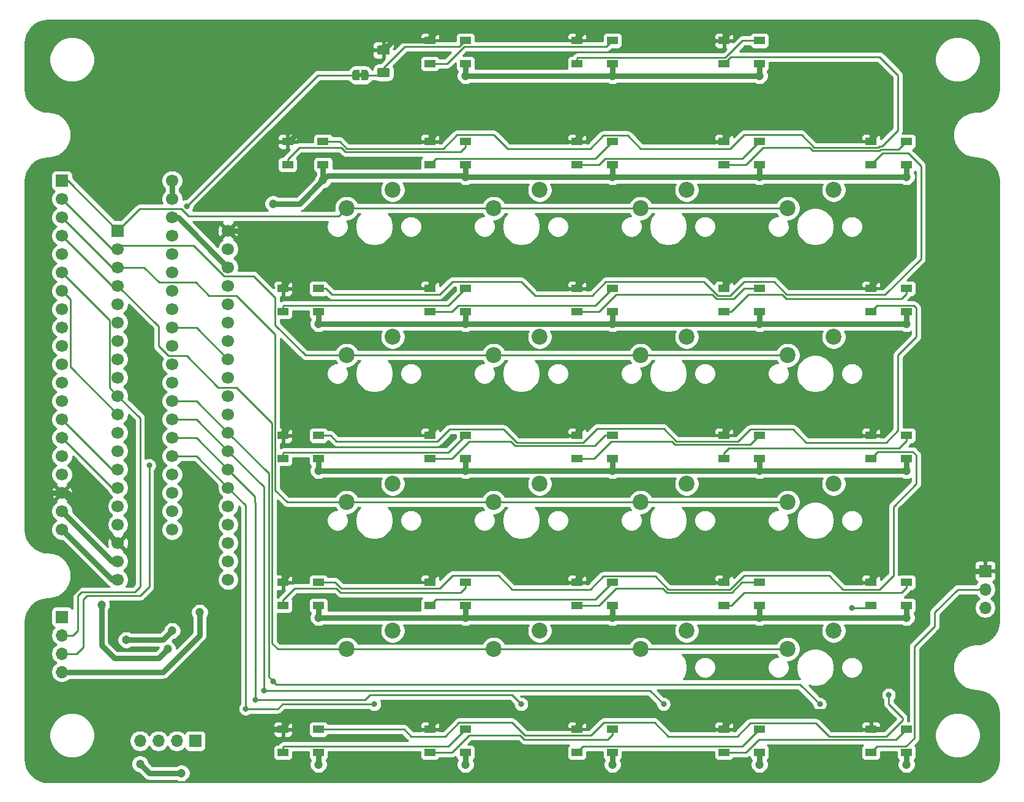
<source format=gbr>
%TF.GenerationSoftware,KiCad,Pcbnew,(5.1.9)-1*%
%TF.CreationDate,2021-04-29T15:18:09+10:00*%
%TF.ProjectId,MiniKeyboard,4d696e69-4b65-4796-926f-6172642e6b69,rev?*%
%TF.SameCoordinates,Original*%
%TF.FileFunction,Copper,L1,Top*%
%TF.FilePolarity,Positive*%
%FSLAX46Y46*%
G04 Gerber Fmt 4.6, Leading zero omitted, Abs format (unit mm)*
G04 Created by KiCad (PCBNEW (5.1.9)-1) date 2021-04-29 15:18:09*
%MOMM*%
%LPD*%
G01*
G04 APERTURE LIST*
%TA.AperFunction,EtchedComponent*%
%ADD10C,0.100000*%
%TD*%
%TA.AperFunction,ComponentPad*%
%ADD11R,1.700000X1.700000*%
%TD*%
%TA.AperFunction,ComponentPad*%
%ADD12C,1.700000*%
%TD*%
%TA.AperFunction,ComponentPad*%
%ADD13C,2.200000*%
%TD*%
%TA.AperFunction,SMDPad,CuDef*%
%ADD14C,0.100000*%
%TD*%
%TA.AperFunction,ComponentPad*%
%ADD15O,1.700000X1.700000*%
%TD*%
%TA.AperFunction,SMDPad,CuDef*%
%ADD16R,1.500000X1.000000*%
%TD*%
%TA.AperFunction,ViaPad*%
%ADD17C,1.200000*%
%TD*%
%TA.AperFunction,ViaPad*%
%ADD18C,0.800000*%
%TD*%
%TA.AperFunction,Conductor*%
%ADD19C,0.750000*%
%TD*%
%TA.AperFunction,Conductor*%
%ADD20C,0.250000*%
%TD*%
%TA.AperFunction,Conductor*%
%ADD21C,0.254000*%
%TD*%
%TA.AperFunction,Conductor*%
%ADD22C,0.100000*%
%TD*%
G04 APERTURE END LIST*
D10*
%TO.C,JP1*%
G36*
X137395000Y-53675000D02*
G01*
X136895000Y-53675000D01*
X136895000Y-54275000D01*
X137395000Y-54275000D01*
X137395000Y-53675000D01*
G37*
%TD*%
D11*
%TO.P,U2,1*%
%TO.N,/Row0*%
X103625000Y-75485000D03*
D12*
%TO.P,U2,4*%
%TO.N,/Row3*%
X103625000Y-83105000D03*
%TO.P,U2,3*%
%TO.N,/Row2*%
X103625000Y-80565000D03*
%TO.P,U2,38*%
%TO.N,+3V3*%
X118865000Y-80565000D03*
%TO.P,U2,36*%
%TO.N,Net-(U2-Pad36)*%
X118865000Y-85645000D03*
%TO.P,U2,5*%
%TO.N,Net-(U2-Pad5)*%
X103625000Y-85645000D03*
%TO.P,U2,6*%
%TO.N,Net-(U2-Pad6)*%
X103625000Y-88185000D03*
%TO.P,U2,34*%
%TO.N,Net-(U2-Pad34)*%
X118865000Y-90725000D03*
%TO.P,U2,33*%
%TO.N,/LEDs*%
X118865000Y-93265000D03*
%TO.P,U2,40*%
%TO.N,+5V*%
X118865000Y-75485000D03*
%TO.P,U2,8*%
%TO.N,Net-(U2-Pad8)*%
X103625000Y-93265000D03*
%TO.P,U2,37*%
%TO.N,N/C*%
X118865000Y-83105000D03*
%TO.P,U2,39*%
%TO.N,GND*%
X118865000Y-78025000D03*
%TO.P,U2,32*%
%TO.N,Net-(U2-Pad32)*%
X118865000Y-95805000D03*
%TO.P,U2,9*%
%TO.N,Net-(U2-Pad9)*%
X103625000Y-95805000D03*
%TO.P,U2,35*%
%TO.N,Net-(U2-Pad35)*%
X118865000Y-88185000D03*
%TO.P,U2,31*%
%TO.N,Net-(U2-Pad31)*%
X118865000Y-98345000D03*
%TO.P,U2,10*%
%TO.N,/TX*%
X103625000Y-98345000D03*
%TO.P,U2,7*%
%TO.N,Net-(U2-Pad7)*%
X103625000Y-90725000D03*
%TO.P,U2,2*%
%TO.N,/Row1*%
X103625000Y-78025000D03*
%TO.P,U2,30*%
%TO.N,Net-(U2-Pad30)*%
X118865000Y-100885000D03*
%TO.P,U2,12*%
%TO.N,Net-(U2-Pad12)*%
X103625000Y-103425000D03*
%TO.P,U2,23*%
%TO.N,Net-(U2-Pad23)*%
X118865000Y-118665000D03*
%TO.P,U2,22*%
%TO.N,Net-(U2-Pad22)*%
X118865000Y-121205000D03*
%TO.P,U2,20*%
%TO.N,+3V3*%
X103625000Y-123745000D03*
%TO.P,U2,25*%
%TO.N,Net-(U2-Pad25)*%
X118865000Y-113585000D03*
%TO.P,U2,21*%
%TO.N,Net-(U2-Pad21)*%
X118865000Y-123745000D03*
%TO.P,U2,24*%
%TO.N,Net-(U2-Pad24)*%
X118865000Y-116125000D03*
%TO.P,U2,13*%
%TO.N,Net-(U2-Pad13)*%
X103625000Y-105965000D03*
%TO.P,U2,14*%
%TO.N,/SCL*%
X103625000Y-108505000D03*
%TO.P,U2,27*%
%TO.N,/Col1*%
X118865000Y-108505000D03*
%TO.P,U2,29*%
%TO.N,/Col3*%
X118865000Y-103425000D03*
%TO.P,U2,28*%
%TO.N,/Col2*%
X118865000Y-105965000D03*
%TO.P,U2,15*%
%TO.N,/SDA*%
X103625000Y-111045000D03*
%TO.P,U2,19*%
%TO.N,GND*%
X103625000Y-121205000D03*
%TO.P,U2,11*%
%TO.N,/RX*%
X103625000Y-100885000D03*
%TO.P,U2,17*%
%TO.N,Net-(U2-Pad17)*%
X103625000Y-116125000D03*
%TO.P,U2,26*%
%TO.N,/Col0*%
X118865000Y-111045000D03*
%TO.P,U2,16*%
%TO.N,Net-(U2-Pad16)*%
X103625000Y-113585000D03*
%TO.P,U2,18*%
%TO.N,+5V*%
X103625000Y-118665000D03*
%TD*%
%TO.P,U1,20*%
%TO.N,+3V3*%
X95885000Y-116840000D03*
%TO.P,U1,21*%
%TO.N,Net-(U1-Pad21)*%
X111125000Y-116840000D03*
%TO.P,U1,19*%
%TO.N,GND*%
X95885000Y-114300000D03*
%TO.P,U1,22*%
%TO.N,Net-(U1-Pad22)*%
X111125000Y-114300000D03*
%TO.P,U1,18*%
%TO.N,+5V*%
X95885000Y-111760000D03*
%TO.P,U1,23*%
%TO.N,Net-(U1-Pad23)*%
X111125000Y-111760000D03*
%TO.P,U1,17*%
%TO.N,Net-(U1-Pad17)*%
X95885000Y-109220000D03*
%TO.P,U1,24*%
%TO.N,Net-(U1-Pad24)*%
X111125000Y-109220000D03*
%TO.P,U1,16*%
%TO.N,Net-(U1-Pad16)*%
X95885000Y-106680000D03*
%TO.P,U1,25*%
%TO.N,/Col0*%
X111125000Y-106680000D03*
%TO.P,U1,15*%
%TO.N,/SDA*%
X95885000Y-104140000D03*
%TO.P,U1,26*%
%TO.N,/Col1*%
X111125000Y-104140000D03*
%TO.P,U1,14*%
%TO.N,/SCL*%
X95885000Y-101600000D03*
%TO.P,U1,27*%
%TO.N,/Col2*%
X111125000Y-101600000D03*
%TO.P,U1,13*%
%TO.N,Net-(U1-Pad13)*%
X95885000Y-99060000D03*
%TO.P,U1,28*%
%TO.N,/Col3*%
X111125000Y-99060000D03*
%TO.P,U1,12*%
%TO.N,Net-(U1-Pad12)*%
X95885000Y-96520000D03*
%TO.P,U1,29*%
%TO.N,Net-(U1-Pad29)*%
X111125000Y-96520000D03*
%TO.P,U1,11*%
%TO.N,Net-(U1-Pad11)*%
X95885000Y-93980000D03*
%TO.P,U1,30*%
%TO.N,Net-(U1-Pad30)*%
X111125000Y-93980000D03*
%TO.P,U1,10*%
%TO.N,Net-(U1-Pad10)*%
X95885000Y-91440000D03*
%TO.P,U1,31*%
%TO.N,Net-(U1-Pad31)*%
X111125000Y-91440000D03*
%TO.P,U1,9*%
%TO.N,Net-(U1-Pad9)*%
X95885000Y-88900000D03*
%TO.P,U1,32*%
%TO.N,/LEDs*%
X111125000Y-88900000D03*
%TO.P,U1,8*%
%TO.N,Net-(U1-Pad8)*%
X95885000Y-86360000D03*
%TO.P,U1,33*%
%TO.N,Net-(U1-Pad33)*%
X111125000Y-86360000D03*
%TO.P,U1,7*%
%TO.N,/RX*%
X95885000Y-83820000D03*
%TO.P,U1,34*%
%TO.N,Net-(U1-Pad34)*%
X111125000Y-83820000D03*
%TO.P,U1,6*%
%TO.N,/TX*%
X95885000Y-81280000D03*
%TO.P,U1,35*%
%TO.N,Net-(U1-Pad35)*%
X111125000Y-81280000D03*
%TO.P,U1,5*%
%TO.N,Net-(U1-Pad5)*%
X95885000Y-78740000D03*
%TO.P,U1,36*%
%TO.N,Net-(U1-Pad36)*%
X111125000Y-78740000D03*
%TO.P,U1,4*%
%TO.N,/Row3*%
X95885000Y-76200000D03*
%TO.P,U1,37*%
%TO.N,Net-(U1-Pad37)*%
X111125000Y-76200000D03*
%TO.P,U1,3*%
%TO.N,/Row2*%
X95885000Y-73660000D03*
%TO.P,U1,38*%
%TO.N,+3V3*%
X111125000Y-73660000D03*
%TO.P,U1,2*%
%TO.N,/Row1*%
X95885000Y-71120000D03*
%TO.P,U1,39*%
%TO.N,GND*%
X111125000Y-71120000D03*
D11*
%TO.P,U1,1*%
%TO.N,/Row0*%
X95885000Y-68580000D03*
D12*
%TO.P,U1,40*%
%TO.N,GND*%
X111125000Y-68580000D03*
%TD*%
D13*
%TO.P,SW16,2*%
%TO.N,/Row3*%
X196215000Y-133350000D03*
%TO.P,SW16,1*%
%TO.N,Net-(D44-Pad2)*%
X202565000Y-130810000D03*
%TD*%
%TO.P,SW15,2*%
%TO.N,/Row3*%
X175895000Y-133350000D03*
%TO.P,SW15,1*%
%TO.N,Net-(D43-Pad2)*%
X182245000Y-130810000D03*
%TD*%
%TO.P,SW14,2*%
%TO.N,/Row3*%
X155575000Y-133350000D03*
%TO.P,SW14,1*%
%TO.N,Net-(D42-Pad2)*%
X161925000Y-130810000D03*
%TD*%
%TO.P,SW13,2*%
%TO.N,/Row3*%
X135255000Y-133350000D03*
%TO.P,SW13,1*%
%TO.N,Net-(D41-Pad2)*%
X141605000Y-130810000D03*
%TD*%
%TO.P,SW12,2*%
%TO.N,/Row2*%
X196215000Y-113030000D03*
%TO.P,SW12,1*%
%TO.N,Net-(D35-Pad2)*%
X202565000Y-110490000D03*
%TD*%
%TO.P,SW11,2*%
%TO.N,/Row2*%
X175895000Y-113030000D03*
%TO.P,SW11,1*%
%TO.N,Net-(D34-Pad2)*%
X182245000Y-110490000D03*
%TD*%
%TO.P,SW10,2*%
%TO.N,/Row2*%
X155575000Y-113030000D03*
%TO.P,SW10,1*%
%TO.N,Net-(D33-Pad2)*%
X161925000Y-110490000D03*
%TD*%
%TO.P,SW9,2*%
%TO.N,/Row2*%
X135255000Y-113030000D03*
%TO.P,SW9,1*%
%TO.N,Net-(D32-Pad2)*%
X141605000Y-110490000D03*
%TD*%
%TO.P,SW8,2*%
%TO.N,/Row1*%
X196215000Y-92710000D03*
%TO.P,SW8,1*%
%TO.N,Net-(D26-Pad2)*%
X202565000Y-90170000D03*
%TD*%
%TO.P,SW7,2*%
%TO.N,/Row1*%
X175895000Y-92710000D03*
%TO.P,SW7,1*%
%TO.N,Net-(D25-Pad2)*%
X182245000Y-90170000D03*
%TD*%
%TO.P,SW6,2*%
%TO.N,/Row1*%
X155575000Y-92710000D03*
%TO.P,SW6,1*%
%TO.N,Net-(D24-Pad2)*%
X161925000Y-90170000D03*
%TD*%
%TO.P,SW5,2*%
%TO.N,/Row1*%
X135255000Y-92710000D03*
%TO.P,SW5,1*%
%TO.N,Net-(D23-Pad2)*%
X141605000Y-90170000D03*
%TD*%
%TO.P,SW4,2*%
%TO.N,/Row0*%
X196215000Y-72390000D03*
%TO.P,SW4,1*%
%TO.N,Net-(D22-Pad2)*%
X202565000Y-69850000D03*
%TD*%
%TO.P,SW3,2*%
%TO.N,/Row0*%
X175895000Y-72390000D03*
%TO.P,SW3,1*%
%TO.N,Net-(D21-Pad2)*%
X182245000Y-69850000D03*
%TD*%
%TO.P,SW2,2*%
%TO.N,/Row0*%
X155575000Y-72390000D03*
%TO.P,SW2,1*%
%TO.N,Net-(D20-Pad2)*%
X161925000Y-69850000D03*
%TD*%
%TO.P,SW1,2*%
%TO.N,/Row0*%
X135255000Y-72390000D03*
%TO.P,SW1,1*%
%TO.N,Net-(D19-Pad2)*%
X141605000Y-69850000D03*
%TD*%
%TO.P,R1,2*%
%TO.N,Net-(D1-Pad4)*%
%TA.AperFunction,SMDPad,CuDef*%
G36*
G01*
X139709999Y-52970000D02*
X140960001Y-52970000D01*
G75*
G02*
X141210000Y-53219999I0J-249999D01*
G01*
X141210000Y-54020001D01*
G75*
G02*
X140960001Y-54270000I-249999J0D01*
G01*
X139709999Y-54270000D01*
G75*
G02*
X139460000Y-54020001I0J249999D01*
G01*
X139460000Y-53219999D01*
G75*
G02*
X139709999Y-52970000I249999J0D01*
G01*
G37*
%TD.AperFunction*%
%TO.P,R1,1*%
%TO.N,+5V*%
%TA.AperFunction,SMDPad,CuDef*%
G36*
G01*
X139709999Y-49870000D02*
X140960001Y-49870000D01*
G75*
G02*
X141210000Y-50119999I0J-249999D01*
G01*
X141210000Y-50920001D01*
G75*
G02*
X140960001Y-51170000I-249999J0D01*
G01*
X139709999Y-51170000D01*
G75*
G02*
X139460000Y-50920001I0J249999D01*
G01*
X139460000Y-50119999D01*
G75*
G02*
X139709999Y-49870000I249999J0D01*
G01*
G37*
%TD.AperFunction*%
%TD*%
%TA.AperFunction,SMDPad,CuDef*%
D14*
%TO.P,JP1,1*%
%TO.N,/LEDs*%
G36*
X136995000Y-54725000D02*
G01*
X136495000Y-54725000D01*
X136495000Y-54724398D01*
X136470466Y-54724398D01*
X136421635Y-54719588D01*
X136373510Y-54710016D01*
X136326555Y-54695772D01*
X136281222Y-54676995D01*
X136237949Y-54653864D01*
X136197150Y-54626604D01*
X136159221Y-54595476D01*
X136124524Y-54560779D01*
X136093396Y-54522850D01*
X136066136Y-54482051D01*
X136043005Y-54438778D01*
X136024228Y-54393445D01*
X136009984Y-54346490D01*
X136000412Y-54298365D01*
X135995602Y-54249534D01*
X135995602Y-54225000D01*
X135995000Y-54225000D01*
X135995000Y-53725000D01*
X135995602Y-53725000D01*
X135995602Y-53700466D01*
X136000412Y-53651635D01*
X136009984Y-53603510D01*
X136024228Y-53556555D01*
X136043005Y-53511222D01*
X136066136Y-53467949D01*
X136093396Y-53427150D01*
X136124524Y-53389221D01*
X136159221Y-53354524D01*
X136197150Y-53323396D01*
X136237949Y-53296136D01*
X136281222Y-53273005D01*
X136326555Y-53254228D01*
X136373510Y-53239984D01*
X136421635Y-53230412D01*
X136470466Y-53225602D01*
X136495000Y-53225602D01*
X136495000Y-53225000D01*
X136995000Y-53225000D01*
X136995000Y-54725000D01*
G37*
%TD.AperFunction*%
%TA.AperFunction,SMDPad,CuDef*%
%TO.P,JP1,2*%
%TO.N,Net-(D1-Pad4)*%
G36*
X137795000Y-53225602D02*
G01*
X137819534Y-53225602D01*
X137868365Y-53230412D01*
X137916490Y-53239984D01*
X137963445Y-53254228D01*
X138008778Y-53273005D01*
X138052051Y-53296136D01*
X138092850Y-53323396D01*
X138130779Y-53354524D01*
X138165476Y-53389221D01*
X138196604Y-53427150D01*
X138223864Y-53467949D01*
X138246995Y-53511222D01*
X138265772Y-53556555D01*
X138280016Y-53603510D01*
X138289588Y-53651635D01*
X138294398Y-53700466D01*
X138294398Y-53725000D01*
X138295000Y-53725000D01*
X138295000Y-54225000D01*
X138294398Y-54225000D01*
X138294398Y-54249534D01*
X138289588Y-54298365D01*
X138280016Y-54346490D01*
X138265772Y-54393445D01*
X138246995Y-54438778D01*
X138223864Y-54482051D01*
X138196604Y-54522850D01*
X138165476Y-54560779D01*
X138130779Y-54595476D01*
X138092850Y-54626604D01*
X138052051Y-54653864D01*
X138008778Y-54676995D01*
X137963445Y-54695772D01*
X137916490Y-54710016D01*
X137868365Y-54719588D01*
X137819534Y-54724398D01*
X137795000Y-54724398D01*
X137795000Y-54725000D01*
X137295000Y-54725000D01*
X137295000Y-53225000D01*
X137795000Y-53225000D01*
X137795000Y-53225602D01*
G37*
%TD.AperFunction*%
%TD*%
D15*
%TO.P,J3,3*%
%TO.N,GND*%
X223520000Y-127635000D03*
%TO.P,J3,2*%
%TO.N,Net-(D40-Pad2)*%
X223520000Y-125095000D03*
D11*
%TO.P,J3,1*%
%TO.N,+5V*%
X223520000Y-122555000D03*
%TD*%
D15*
%TO.P,J2,4*%
%TO.N,+3V3*%
X95885000Y-136525000D03*
%TO.P,J2,3*%
%TO.N,/RX*%
X95885000Y-133985000D03*
%TO.P,J2,2*%
%TO.N,/TX*%
X95885000Y-131445000D03*
D11*
%TO.P,J2,1*%
%TO.N,GND*%
X95885000Y-128905000D03*
%TD*%
D15*
%TO.P,J1,4*%
%TO.N,/SDA*%
X106680000Y-146050000D03*
%TO.P,J1,3*%
%TO.N,/SCL*%
X109220000Y-146050000D03*
%TO.P,J1,2*%
%TO.N,+3V3*%
X111760000Y-146050000D03*
D11*
%TO.P,J1,1*%
%TO.N,GND*%
X114300000Y-146050000D03*
%TD*%
D16*
%TO.P,D40,1*%
%TO.N,+5V*%
X207735000Y-144450000D03*
%TO.P,D40,2*%
%TO.N,Net-(D40-Pad2)*%
X207735000Y-147650000D03*
%TO.P,D40,4*%
%TO.N,Net-(D39-Pad2)*%
X212635000Y-144450000D03*
%TO.P,D40,3*%
%TO.N,GND*%
X212635000Y-147650000D03*
%TD*%
%TO.P,D39,1*%
%TO.N,+5V*%
X187415000Y-144450000D03*
%TO.P,D39,2*%
%TO.N,Net-(D39-Pad2)*%
X187415000Y-147650000D03*
%TO.P,D39,4*%
%TO.N,Net-(D38-Pad2)*%
X192315000Y-144450000D03*
%TO.P,D39,3*%
%TO.N,GND*%
X192315000Y-147650000D03*
%TD*%
%TO.P,D38,1*%
%TO.N,+5V*%
X167095000Y-144450000D03*
%TO.P,D38,2*%
%TO.N,Net-(D38-Pad2)*%
X167095000Y-147650000D03*
%TO.P,D38,4*%
%TO.N,Net-(D37-Pad2)*%
X171995000Y-144450000D03*
%TO.P,D38,3*%
%TO.N,GND*%
X171995000Y-147650000D03*
%TD*%
%TO.P,D37,1*%
%TO.N,+5V*%
X146775000Y-144450000D03*
%TO.P,D37,2*%
%TO.N,Net-(D37-Pad2)*%
X146775000Y-147650000D03*
%TO.P,D37,4*%
%TO.N,Net-(D36-Pad2)*%
X151675000Y-144450000D03*
%TO.P,D37,3*%
%TO.N,GND*%
X151675000Y-147650000D03*
%TD*%
%TO.P,D36,1*%
%TO.N,+5V*%
X126455000Y-144450000D03*
%TO.P,D36,2*%
%TO.N,Net-(D36-Pad2)*%
X126455000Y-147650000D03*
%TO.P,D36,4*%
%TO.N,Net-(D31-Pad2)*%
X131355000Y-144450000D03*
%TO.P,D36,3*%
%TO.N,GND*%
X131355000Y-147650000D03*
%TD*%
%TO.P,D31,1*%
%TO.N,+5V*%
X207735000Y-124130000D03*
%TO.P,D31,2*%
%TO.N,Net-(D31-Pad2)*%
X207735000Y-127330000D03*
%TO.P,D31,4*%
%TO.N,Net-(D30-Pad2)*%
X212635000Y-124130000D03*
%TO.P,D31,3*%
%TO.N,GND*%
X212635000Y-127330000D03*
%TD*%
%TO.P,D30,1*%
%TO.N,+5V*%
X187415000Y-124130000D03*
%TO.P,D30,2*%
%TO.N,Net-(D30-Pad2)*%
X187415000Y-127330000D03*
%TO.P,D30,4*%
%TO.N,Net-(D29-Pad2)*%
X192315000Y-124130000D03*
%TO.P,D30,3*%
%TO.N,GND*%
X192315000Y-127330000D03*
%TD*%
%TO.P,D29,1*%
%TO.N,+5V*%
X167095000Y-124130000D03*
%TO.P,D29,2*%
%TO.N,Net-(D29-Pad2)*%
X167095000Y-127330000D03*
%TO.P,D29,4*%
%TO.N,Net-(D28-Pad2)*%
X171995000Y-124130000D03*
%TO.P,D29,3*%
%TO.N,GND*%
X171995000Y-127330000D03*
%TD*%
%TO.P,D28,1*%
%TO.N,+5V*%
X146775000Y-124130000D03*
%TO.P,D28,2*%
%TO.N,Net-(D28-Pad2)*%
X146775000Y-127330000D03*
%TO.P,D28,4*%
%TO.N,Net-(D27-Pad2)*%
X151675000Y-124130000D03*
%TO.P,D28,3*%
%TO.N,GND*%
X151675000Y-127330000D03*
%TD*%
%TO.P,D27,1*%
%TO.N,+5V*%
X126455000Y-124130000D03*
%TO.P,D27,2*%
%TO.N,Net-(D27-Pad2)*%
X126455000Y-127330000D03*
%TO.P,D27,4*%
%TO.N,Net-(D18-Pad2)*%
X131355000Y-124130000D03*
%TO.P,D27,3*%
%TO.N,GND*%
X131355000Y-127330000D03*
%TD*%
%TO.P,D18,1*%
%TO.N,+5V*%
X207735000Y-103810000D03*
%TO.P,D18,2*%
%TO.N,Net-(D18-Pad2)*%
X207735000Y-107010000D03*
%TO.P,D18,4*%
%TO.N,Net-(D17-Pad2)*%
X212635000Y-103810000D03*
%TO.P,D18,3*%
%TO.N,GND*%
X212635000Y-107010000D03*
%TD*%
%TO.P,D17,1*%
%TO.N,+5V*%
X187415000Y-103810000D03*
%TO.P,D17,2*%
%TO.N,Net-(D17-Pad2)*%
X187415000Y-107010000D03*
%TO.P,D17,4*%
%TO.N,Net-(D16-Pad2)*%
X192315000Y-103810000D03*
%TO.P,D17,3*%
%TO.N,GND*%
X192315000Y-107010000D03*
%TD*%
%TO.P,D16,1*%
%TO.N,+5V*%
X167095000Y-103810000D03*
%TO.P,D16,2*%
%TO.N,Net-(D16-Pad2)*%
X167095000Y-107010000D03*
%TO.P,D16,4*%
%TO.N,Net-(D15-Pad2)*%
X171995000Y-103810000D03*
%TO.P,D16,3*%
%TO.N,GND*%
X171995000Y-107010000D03*
%TD*%
%TO.P,D15,1*%
%TO.N,+5V*%
X146775000Y-103810000D03*
%TO.P,D15,2*%
%TO.N,Net-(D15-Pad2)*%
X146775000Y-107010000D03*
%TO.P,D15,4*%
%TO.N,Net-(D14-Pad2)*%
X151675000Y-103810000D03*
%TO.P,D15,3*%
%TO.N,GND*%
X151675000Y-107010000D03*
%TD*%
%TO.P,D14,1*%
%TO.N,+5V*%
X126455000Y-103810000D03*
%TO.P,D14,2*%
%TO.N,Net-(D14-Pad2)*%
X126455000Y-107010000D03*
%TO.P,D14,4*%
%TO.N,Net-(D13-Pad2)*%
X131355000Y-103810000D03*
%TO.P,D14,3*%
%TO.N,GND*%
X131355000Y-107010000D03*
%TD*%
%TO.P,D13,1*%
%TO.N,+5V*%
X207735000Y-83490000D03*
%TO.P,D13,2*%
%TO.N,Net-(D13-Pad2)*%
X207735000Y-86690000D03*
%TO.P,D13,4*%
%TO.N,Net-(D12-Pad2)*%
X212635000Y-83490000D03*
%TO.P,D13,3*%
%TO.N,GND*%
X212635000Y-86690000D03*
%TD*%
%TO.P,D12,1*%
%TO.N,+5V*%
X187415000Y-83490000D03*
%TO.P,D12,2*%
%TO.N,Net-(D12-Pad2)*%
X187415000Y-86690000D03*
%TO.P,D12,4*%
%TO.N,Net-(D11-Pad2)*%
X192315000Y-83490000D03*
%TO.P,D12,3*%
%TO.N,GND*%
X192315000Y-86690000D03*
%TD*%
%TO.P,D11,1*%
%TO.N,+5V*%
X167095000Y-83490000D03*
%TO.P,D11,2*%
%TO.N,Net-(D11-Pad2)*%
X167095000Y-86690000D03*
%TO.P,D11,4*%
%TO.N,Net-(D10-Pad2)*%
X171995000Y-83490000D03*
%TO.P,D11,3*%
%TO.N,GND*%
X171995000Y-86690000D03*
%TD*%
%TO.P,D10,1*%
%TO.N,+5V*%
X146775000Y-83490000D03*
%TO.P,D10,2*%
%TO.N,Net-(D10-Pad2)*%
X146775000Y-86690000D03*
%TO.P,D10,4*%
%TO.N,Net-(D10-Pad4)*%
X151675000Y-83490000D03*
%TO.P,D10,3*%
%TO.N,GND*%
X151675000Y-86690000D03*
%TD*%
%TO.P,D9,1*%
%TO.N,+5V*%
X126455000Y-83490000D03*
%TO.P,D9,2*%
%TO.N,Net-(D10-Pad4)*%
X126455000Y-86690000D03*
%TO.P,D9,4*%
%TO.N,Net-(D8-Pad2)*%
X131355000Y-83490000D03*
%TO.P,D9,3*%
%TO.N,GND*%
X131355000Y-86690000D03*
%TD*%
%TO.P,D8,1*%
%TO.N,+5V*%
X207735000Y-63170000D03*
%TO.P,D8,2*%
%TO.N,Net-(D8-Pad2)*%
X207735000Y-66370000D03*
%TO.P,D8,4*%
%TO.N,Net-(D7-Pad2)*%
X212635000Y-63170000D03*
%TO.P,D8,3*%
%TO.N,GND*%
X212635000Y-66370000D03*
%TD*%
%TO.P,D7,1*%
%TO.N,+5V*%
X187415000Y-63170000D03*
%TO.P,D7,2*%
%TO.N,Net-(D7-Pad2)*%
X187415000Y-66370000D03*
%TO.P,D7,4*%
%TO.N,Net-(D6-Pad2)*%
X192315000Y-63170000D03*
%TO.P,D7,3*%
%TO.N,GND*%
X192315000Y-66370000D03*
%TD*%
%TO.P,D6,1*%
%TO.N,+5V*%
X167095000Y-63170000D03*
%TO.P,D6,2*%
%TO.N,Net-(D6-Pad2)*%
X167095000Y-66370000D03*
%TO.P,D6,4*%
%TO.N,Net-(D5-Pad2)*%
X171995000Y-63170000D03*
%TO.P,D6,3*%
%TO.N,GND*%
X171995000Y-66370000D03*
%TD*%
%TO.P,D5,1*%
%TO.N,+5V*%
X146775000Y-63170000D03*
%TO.P,D5,2*%
%TO.N,Net-(D5-Pad2)*%
X146775000Y-66370000D03*
%TO.P,D5,4*%
%TO.N,Net-(D4-Pad2)*%
X151675000Y-63170000D03*
%TO.P,D5,3*%
%TO.N,GND*%
X151675000Y-66370000D03*
%TD*%
%TO.P,D4,1*%
%TO.N,+5V*%
X127090000Y-63170000D03*
%TO.P,D4,2*%
%TO.N,Net-(D4-Pad2)*%
X127090000Y-66370000D03*
%TO.P,D4,4*%
%TO.N,Net-(D3-Pad2)*%
X131990000Y-63170000D03*
%TO.P,D4,3*%
%TO.N,GND*%
X131990000Y-66370000D03*
%TD*%
%TO.P,D3,1*%
%TO.N,+5V*%
X187415000Y-49200000D03*
%TO.P,D3,2*%
%TO.N,Net-(D3-Pad2)*%
X187415000Y-52400000D03*
%TO.P,D3,4*%
%TO.N,Net-(D2-Pad2)*%
X192315000Y-49200000D03*
%TO.P,D3,3*%
%TO.N,GND*%
X192315000Y-52400000D03*
%TD*%
%TO.P,D2,1*%
%TO.N,+5V*%
X167095000Y-49200000D03*
%TO.P,D2,2*%
%TO.N,Net-(D2-Pad2)*%
X167095000Y-52400000D03*
%TO.P,D2,4*%
%TO.N,Net-(D1-Pad2)*%
X171995000Y-49200000D03*
%TO.P,D2,3*%
%TO.N,GND*%
X171995000Y-52400000D03*
%TD*%
%TO.P,D1,1*%
%TO.N,+5V*%
X146775000Y-49200000D03*
%TO.P,D1,2*%
%TO.N,Net-(D1-Pad2)*%
X146775000Y-52400000D03*
%TO.P,D1,4*%
%TO.N,Net-(D1-Pad4)*%
X151675000Y-49200000D03*
%TO.P,D1,3*%
%TO.N,GND*%
X151675000Y-52400000D03*
%TD*%
D17*
%TO.N,GND*%
X131355000Y-149315000D03*
X151675000Y-149315000D03*
X171995000Y-149315000D03*
X192315000Y-149315000D03*
X212635000Y-149315000D03*
X212635000Y-128995000D03*
X192315000Y-128995000D03*
X171995000Y-128995000D03*
X151675000Y-128995000D03*
X131355000Y-128995000D03*
X131355000Y-108675000D03*
X151675000Y-108675000D03*
X171995000Y-108675000D03*
X192315000Y-108675000D03*
X212635000Y-108675000D03*
X212635000Y-88355000D03*
X192315000Y-88355000D03*
X171995000Y-88355000D03*
X151675000Y-88355000D03*
X131355000Y-88355000D03*
X131990000Y-68490000D03*
X151675000Y-68035000D03*
X171995000Y-68035000D03*
X192315000Y-68035000D03*
X212635000Y-68035000D03*
X192315000Y-54065000D03*
X171995000Y-54065000D03*
X151675000Y-54065000D03*
X110490000Y-133350000D03*
X101346000Y-127254000D03*
X125095000Y-71755000D03*
X104775000Y-132080000D03*
X111125000Y-130810000D03*
X106680000Y-149225000D03*
X112395000Y-150495000D03*
%TO.N,+5V*%
X148590000Y-46990000D03*
X168910000Y-46990000D03*
X189230000Y-46990000D03*
X129540000Y-60960000D03*
X148590000Y-60960000D03*
X168910000Y-60960000D03*
X189230000Y-60960000D03*
X209550000Y-60960000D03*
X128270000Y-81280000D03*
X148590000Y-81280000D03*
X168910000Y-81280000D03*
X128270000Y-101600000D03*
X148590000Y-101600000D03*
X168910000Y-101600000D03*
X189230000Y-101600000D03*
X189230000Y-81280000D03*
X209550000Y-81280000D03*
X209550000Y-101600000D03*
X209550000Y-121920000D03*
X189230000Y-121920000D03*
X168910000Y-121920000D03*
X148590000Y-121920000D03*
X128270000Y-121920000D03*
X128270000Y-142240000D03*
X148590000Y-142240000D03*
X168910000Y-142240000D03*
X189230000Y-142240000D03*
X111760000Y-65405000D03*
X209550000Y-141949990D03*
D18*
X198882000Y-49784000D03*
X198882000Y-52832000D03*
D17*
X204978000Y-62484000D03*
X205232000Y-69596000D03*
D18*
%TO.N,/Col0*%
X121285000Y-141605000D03*
X139065000Y-140970000D03*
%TO.N,/Col1*%
X122645010Y-140335000D03*
X159385000Y-140970000D03*
%TO.N,/Col2*%
X123825000Y-139065000D03*
X179070000Y-140970000D03*
%TO.N,/Col3*%
X125095000Y-137795000D03*
X200660000Y-140970000D03*
%TO.N,Net-(D31-Pad2)*%
X210185000Y-139700000D03*
X205105000Y-127635000D03*
D17*
%TO.N,+3V3*%
X114935000Y-128270000D03*
D18*
%TO.N,/RX*%
X107950000Y-107950000D03*
%TO.N,/LEDs*%
X113124419Y-72129455D03*
%TD*%
D19*
%TO.N,GND*%
X131355000Y-147650000D02*
X131355000Y-149315000D01*
X151675000Y-147650000D02*
X151675000Y-149315000D01*
X171995000Y-147650000D02*
X171995000Y-149315000D01*
X192315000Y-147650000D02*
X192315000Y-149315000D01*
X212635000Y-147650000D02*
X212635000Y-149315000D01*
X212635000Y-127330000D02*
X212635000Y-128995000D01*
X192315000Y-127330000D02*
X192315000Y-128995000D01*
X171995000Y-127330000D02*
X171995000Y-128995000D01*
X151675000Y-127330000D02*
X151675000Y-128995000D01*
X131355000Y-127330000D02*
X131355000Y-128995000D01*
X131355000Y-107010000D02*
X131355000Y-108675000D01*
X151675000Y-107010000D02*
X151675000Y-108675000D01*
X171995000Y-107010000D02*
X171995000Y-108675000D01*
X192315000Y-107010000D02*
X192315000Y-108675000D01*
X212635000Y-107010000D02*
X212635000Y-108675000D01*
X212635000Y-86690000D02*
X212635000Y-88355000D01*
X192315000Y-86690000D02*
X192315000Y-88355000D01*
X171995000Y-86690000D02*
X171995000Y-88355000D01*
X151675000Y-86690000D02*
X151675000Y-88355000D01*
X131355000Y-86690000D02*
X131355000Y-88355000D01*
X131990000Y-66370000D02*
X131990000Y-68490000D01*
X151675000Y-66370000D02*
X151675000Y-68035000D01*
X171995000Y-66370000D02*
X171995000Y-68035000D01*
X192315000Y-66370000D02*
X192315000Y-68035000D01*
X212635000Y-66370000D02*
X212635000Y-68035000D01*
X192315000Y-52400000D02*
X192315000Y-54065000D01*
X171995000Y-52400000D02*
X171995000Y-54065000D01*
X151675000Y-52400000D02*
X151675000Y-54065000D01*
X111125000Y-68580000D02*
X111125000Y-71120000D01*
X102790000Y-121205000D02*
X103625000Y-121205000D01*
X95885000Y-114300000D02*
X102790000Y-121205000D01*
X212635000Y-128995000D02*
X192315000Y-128995000D01*
X192315000Y-128995000D02*
X171995000Y-128995000D01*
X171995000Y-128995000D02*
X151675000Y-128995000D01*
X131355000Y-128995000D02*
X151675000Y-128995000D01*
X131355000Y-108675000D02*
X151675000Y-108675000D01*
X151675000Y-108675000D02*
X171995000Y-108675000D01*
X171995000Y-108675000D02*
X192315000Y-108675000D01*
X192315000Y-108675000D02*
X212635000Y-108675000D01*
X212635000Y-88355000D02*
X192315000Y-88355000D01*
X192315000Y-88355000D02*
X171995000Y-88355000D01*
X171995000Y-88355000D02*
X151675000Y-88355000D01*
X151675000Y-88355000D02*
X131355000Y-88355000D01*
X151530001Y-67890001D02*
X151675000Y-68035000D01*
X132589999Y-67890001D02*
X151530001Y-67890001D01*
X131990000Y-68490000D02*
X132589999Y-67890001D01*
X151675000Y-68035000D02*
X171995000Y-68035000D01*
X171995000Y-68035000D02*
X192315000Y-68035000D01*
X192315000Y-68035000D02*
X212635000Y-68035000D01*
X151675000Y-54065000D02*
X171995000Y-54065000D01*
X171995000Y-54065000D02*
X192315000Y-54065000D01*
X128725000Y-71755000D02*
X131990000Y-68490000D01*
X125095000Y-71755000D02*
X128725000Y-71755000D01*
X112395000Y-150495000D02*
X112395000Y-150495000D01*
X109855000Y-132080000D02*
X111125000Y-130810000D01*
X104775000Y-132080000D02*
X109855000Y-132080000D01*
X101346000Y-132842000D02*
X101346000Y-127254000D01*
X103124000Y-134620000D02*
X101346000Y-132842000D01*
X109220000Y-134620000D02*
X103124000Y-134620000D01*
X110490000Y-133350000D02*
X109220000Y-134620000D01*
X107950000Y-150495000D02*
X106680000Y-149225000D01*
X112395000Y-150495000D02*
X107950000Y-150495000D01*
%TO.N,+5V*%
X146775000Y-49200000D02*
X146775000Y-48805000D01*
X146775000Y-48805000D02*
X148590000Y-46990000D01*
X167095000Y-49200000D02*
X167095000Y-48805000D01*
X167095000Y-48805000D02*
X168910000Y-46990000D01*
X187415000Y-49200000D02*
X187415000Y-48805000D01*
X187415000Y-48805000D02*
X189230000Y-46990000D01*
X127090000Y-63170000D02*
X127330000Y-63170000D01*
X127330000Y-63170000D02*
X129540000Y-60960000D01*
X146775000Y-63170000D02*
X146775000Y-62775000D01*
X146775000Y-62775000D02*
X148590000Y-60960000D01*
X167095000Y-63170000D02*
X167095000Y-62775000D01*
X167095000Y-62775000D02*
X168910000Y-60960000D01*
X187415000Y-63170000D02*
X187415000Y-62775000D01*
X187415000Y-62775000D02*
X189230000Y-60960000D01*
X207735000Y-63170000D02*
X207735000Y-62775000D01*
X207735000Y-62775000D02*
X209550000Y-60960000D01*
X126455000Y-83490000D02*
X126455000Y-83095000D01*
X126455000Y-83095000D02*
X128270000Y-81280000D01*
X146775000Y-83490000D02*
X146775000Y-83095000D01*
X146775000Y-83095000D02*
X148590000Y-81280000D01*
X167095000Y-83490000D02*
X167095000Y-83095000D01*
X167095000Y-83095000D02*
X168910000Y-81280000D01*
X126455000Y-103810000D02*
X126455000Y-103415000D01*
X126455000Y-103415000D02*
X128270000Y-101600000D01*
X146775000Y-103810000D02*
X146775000Y-103415000D01*
X146775000Y-103415000D02*
X148590000Y-101600000D01*
X167095000Y-103810000D02*
X167095000Y-103415000D01*
X167095000Y-103415000D02*
X168910000Y-101600000D01*
X187415000Y-103810000D02*
X187415000Y-103415000D01*
X187415000Y-103415000D02*
X189230000Y-101600000D01*
X187415000Y-83490000D02*
X187415000Y-83095000D01*
X187415000Y-83095000D02*
X189230000Y-81280000D01*
X207735000Y-83490000D02*
X207735000Y-83095000D01*
X207735000Y-83095000D02*
X209550000Y-81280000D01*
X207735000Y-103810000D02*
X207735000Y-103415000D01*
X207735000Y-103415000D02*
X209550000Y-101600000D01*
X207735000Y-124130000D02*
X207735000Y-123735000D01*
X207735000Y-123735000D02*
X209550000Y-121920000D01*
X187415000Y-124130000D02*
X187415000Y-123735000D01*
X187415000Y-123735000D02*
X189230000Y-121920000D01*
X167095000Y-124130000D02*
X167095000Y-123735000D01*
X167095000Y-123735000D02*
X168910000Y-121920000D01*
X146775000Y-124130000D02*
X146775000Y-123735000D01*
X146775000Y-123735000D02*
X148590000Y-121920000D01*
X126455000Y-124130000D02*
X126455000Y-123735000D01*
X126455000Y-123735000D02*
X128270000Y-121920000D01*
X126455000Y-144450000D02*
X126455000Y-144055000D01*
X126455000Y-144055000D02*
X128270000Y-142240000D01*
X146775000Y-144450000D02*
X146775000Y-144055000D01*
X146775000Y-144055000D02*
X148590000Y-142240000D01*
X167095000Y-144450000D02*
X167095000Y-144055000D01*
X167095000Y-144055000D02*
X168910000Y-142240000D01*
X187415000Y-144450000D02*
X187415000Y-144055000D01*
X187415000Y-144055000D02*
X189230000Y-142240000D01*
X128270000Y-142240000D02*
X148590000Y-142240000D01*
X148590000Y-142240000D02*
X168910000Y-142240000D01*
X168910000Y-142240000D02*
X189230000Y-142240000D01*
X128270000Y-121920000D02*
X148590000Y-121920000D01*
X148590000Y-121920000D02*
X168910000Y-121920000D01*
X168910000Y-121920000D02*
X189230000Y-121920000D01*
X189230000Y-121920000D02*
X209550000Y-121920000D01*
X209550000Y-101600000D02*
X189230000Y-101600000D01*
X189230000Y-101600000D02*
X168910000Y-101600000D01*
X209550000Y-81280000D02*
X189230000Y-81280000D01*
X189230000Y-81280000D02*
X168910000Y-81280000D01*
X168910000Y-101600000D02*
X148590000Y-101600000D01*
X148590000Y-101600000D02*
X128270000Y-101600000D01*
X128270000Y-81280000D02*
X148590000Y-81280000D01*
X148590000Y-81280000D02*
X168910000Y-81280000D01*
X129540000Y-60960000D02*
X148590000Y-60960000D01*
X168910000Y-60960000D02*
X189230000Y-60960000D01*
X148590000Y-46990000D02*
X168910000Y-46990000D01*
X168910000Y-46990000D02*
X189230000Y-46990000D01*
X96720000Y-111760000D02*
X95885000Y-111760000D01*
X103625000Y-118665000D02*
X96720000Y-111760000D01*
X122475000Y-75485000D02*
X128270000Y-81280000D01*
X118865000Y-75485000D02*
X122475000Y-75485000D01*
X95885000Y-111760000D02*
X94615000Y-111760000D01*
X94459999Y-111915001D02*
X93824999Y-111915001D01*
X94615000Y-111760000D02*
X94459999Y-111915001D01*
X93824999Y-111915001D02*
X92710000Y-113030000D01*
X92710000Y-113030000D02*
X92710000Y-118110000D01*
X92710000Y-118110000D02*
X93980000Y-119380000D01*
X93980000Y-119380000D02*
X95250000Y-119380000D01*
X95250000Y-119380000D02*
X98425000Y-122555000D01*
X98425000Y-122555000D02*
X98425000Y-124460000D01*
X98425000Y-124460000D02*
X95885000Y-127000000D01*
X95885000Y-127000000D02*
X93980000Y-127000000D01*
X93980000Y-127000000D02*
X92710000Y-128270000D01*
X92710000Y-128270000D02*
X92710000Y-137795000D01*
X92865001Y-137950001D02*
X92865001Y-138585001D01*
X92710000Y-137795000D02*
X92865001Y-137950001D01*
X92865001Y-138585001D02*
X94615000Y-140335000D01*
X94615000Y-140335000D02*
X116205000Y-140335000D01*
X120320000Y-144450000D02*
X126455000Y-144450000D01*
X116205000Y-140335000D02*
X120320000Y-144450000D01*
X111760000Y-65405000D02*
X95250000Y-65405000D01*
X93824999Y-66830001D02*
X93824999Y-111915001D01*
X95250000Y-65405000D02*
X93824999Y-66830001D01*
X141655000Y-49200000D02*
X140335000Y-50520000D01*
X146775000Y-49200000D02*
X141655000Y-49200000D01*
X189230000Y-46990000D02*
X194310000Y-46990000D01*
X194310000Y-46990000D02*
X197485000Y-50165000D01*
X197485000Y-60960000D02*
X209550000Y-60960000D01*
X189230000Y-60960000D02*
X197485000Y-60960000D01*
X189520010Y-141949990D02*
X209550000Y-141949990D01*
X189230000Y-142240000D02*
X189520010Y-141949990D01*
X207735000Y-144450000D02*
X209235000Y-144450000D01*
X209235000Y-144450000D02*
X209550000Y-144135000D01*
X209550000Y-144135000D02*
X209550000Y-141949990D01*
X148590000Y-60960000D02*
X168910000Y-60960000D01*
X216535000Y-122555000D02*
X223520000Y-122555000D01*
X214630000Y-124460000D02*
X216535000Y-122555000D01*
X208950001Y-135219999D02*
X214630000Y-129540000D01*
X208950001Y-141349991D02*
X208950001Y-135219999D01*
X214630000Y-129540000D02*
X214630000Y-124460000D01*
X209550000Y-141949990D02*
X208950001Y-141349991D01*
D20*
%TO.N,Net-(D1-Pad2)*%
X146775000Y-52400000D02*
X149111410Y-52400000D01*
X149111410Y-52400000D02*
X151486409Y-50025001D01*
X151486409Y-50025001D02*
X171169999Y-50025001D01*
X171169999Y-50025001D02*
X171995000Y-49200000D01*
%TO.N,Net-(D1-Pad4)*%
X139980000Y-53975000D02*
X140335000Y-53620000D01*
X137795000Y-53975000D02*
X139980000Y-53975000D01*
X143279999Y-50025001D02*
X150849999Y-50025001D01*
X140335000Y-52970000D02*
X143279999Y-50025001D01*
X140335000Y-53620000D02*
X140335000Y-52970000D01*
X150849999Y-50025001D02*
X151675000Y-49200000D01*
%TO.N,Net-(D2-Pad2)*%
X167095000Y-52400000D02*
X167095000Y-51650000D01*
X167095000Y-51650000D02*
X167170001Y-51574999D01*
X167170001Y-51574999D02*
X187603591Y-51574999D01*
X187603591Y-51574999D02*
X189978590Y-49200000D01*
X189978590Y-49200000D02*
X192315000Y-49200000D01*
%TO.N,Net-(D3-Pad2)*%
X148590000Y-64135000D02*
X135255000Y-64135000D01*
X150495000Y-62230000D02*
X148590000Y-64135000D01*
X155575000Y-62230000D02*
X150495000Y-62230000D01*
X168910000Y-64135000D02*
X157480000Y-64135000D01*
X170700001Y-62344999D02*
X168910000Y-64135000D01*
X174104999Y-62344999D02*
X170700001Y-62344999D01*
X187415000Y-52400000D02*
X188380000Y-51435000D01*
X188285002Y-64135000D02*
X175895000Y-64135000D01*
X134290000Y-63170000D02*
X131990000Y-63170000D01*
X175895000Y-64135000D02*
X174104999Y-62344999D01*
X188380000Y-51435000D02*
X208915000Y-51435000D01*
X208745001Y-63995001D02*
X199885001Y-63995001D01*
X208915000Y-51435000D02*
X211455000Y-53975000D01*
X211455000Y-53975000D02*
X211455000Y-61595000D01*
X211455000Y-61595000D02*
X209224998Y-63825002D01*
X209224998Y-63825002D02*
X208915000Y-63825002D01*
X198120000Y-62230000D02*
X190190002Y-62230000D01*
X157480000Y-64135000D02*
X155575000Y-62230000D01*
X208915000Y-63825002D02*
X208745001Y-63995001D01*
X135255000Y-64135000D02*
X134290000Y-63170000D01*
X199885001Y-63995001D02*
X198120000Y-62230000D01*
X190190002Y-62230000D02*
X188285002Y-64135000D01*
%TO.N,Net-(D4-Pad2)*%
X135068601Y-64585011D02*
X151009989Y-64585011D01*
X134478591Y-63995001D02*
X135068601Y-64585011D01*
X127090000Y-66370000D02*
X127090000Y-65620000D01*
X127090000Y-65620000D02*
X128714999Y-63995001D01*
X128714999Y-63995001D02*
X134478591Y-63995001D01*
X151009989Y-64585011D02*
X151675000Y-63920000D01*
X151675000Y-63920000D02*
X151675000Y-63170000D01*
%TO.N,Net-(D5-Pad2)*%
X147600001Y-65544999D02*
X169620001Y-65544999D01*
X169620001Y-65544999D02*
X171995000Y-63170000D01*
X146775000Y-66370000D02*
X147600001Y-65544999D01*
%TO.N,Net-(D6-Pad2)*%
X189940001Y-65544999D02*
X192315000Y-63170000D01*
X170984999Y-65544999D02*
X189940001Y-65544999D01*
X170159998Y-66370000D02*
X170984999Y-65544999D01*
X167095000Y-66370000D02*
X170159998Y-66370000D01*
%TO.N,Net-(D7-Pad2)*%
X187415000Y-66370000D02*
X190479998Y-66370000D01*
X208931401Y-64445012D02*
X209101400Y-64275013D01*
X211529987Y-64275013D02*
X212635000Y-63170000D01*
X190479998Y-66370000D02*
X192854997Y-63995001D01*
X199248591Y-63995001D02*
X199698601Y-64445012D01*
X192854997Y-63995001D02*
X199248591Y-63995001D01*
X199698601Y-64445012D02*
X208931401Y-64445012D01*
X209101400Y-64275013D02*
X211529987Y-64275013D01*
%TO.N,Net-(D8-Pad2)*%
X212870002Y-64770000D02*
X209335000Y-64770000D01*
X214630000Y-66529998D02*
X212870002Y-64770000D01*
X131355000Y-83490000D02*
X132385000Y-83490000D01*
X133210001Y-84315001D02*
X148094999Y-84315001D01*
X132385000Y-83490000D02*
X133210001Y-84315001D01*
X196075001Y-84315001D02*
X209689999Y-84315001D01*
X148094999Y-84315001D02*
X149860000Y-82550000D01*
X149860000Y-82550000D02*
X159385000Y-82550000D01*
X209335000Y-64770000D02*
X207735000Y-66370000D01*
X159385000Y-82550000D02*
X161290000Y-84455000D01*
X194310000Y-82550000D02*
X196075001Y-84315001D01*
X161290000Y-84455000D02*
X169194998Y-84455000D01*
X214630000Y-79375000D02*
X214630000Y-66529998D01*
X169194998Y-84455000D02*
X171099998Y-82550000D01*
X188285002Y-84455000D02*
X190190002Y-82550000D01*
X209689999Y-84315001D02*
X214630000Y-79375000D01*
X184639998Y-82550000D02*
X186544998Y-84455000D01*
X171099998Y-82550000D02*
X184639998Y-82550000D01*
X186544998Y-84455000D02*
X188285002Y-84455000D01*
X190190002Y-82550000D02*
X194310000Y-82550000D01*
%TO.N,Net-(D10-Pad4)*%
X149300001Y-85864999D02*
X151675000Y-83490000D01*
X126530001Y-85864999D02*
X149300001Y-85864999D01*
X126455000Y-85940000D02*
X126530001Y-85864999D01*
X126455000Y-86690000D02*
X126455000Y-85940000D01*
%TO.N,Net-(D10-Pad2)*%
X169620001Y-85864999D02*
X171995000Y-83490000D01*
X150664999Y-85864999D02*
X169620001Y-85864999D01*
X149839998Y-86690000D02*
X150664999Y-85864999D01*
X146775000Y-86690000D02*
X149839998Y-86690000D01*
%TO.N,Net-(D11-Pad2)*%
X186358598Y-84905011D02*
X188781400Y-84905011D01*
X167095000Y-86690000D02*
X170159998Y-86690000D01*
X170159998Y-86690000D02*
X172534997Y-84315001D01*
X185768588Y-84315001D02*
X186358598Y-84905011D01*
X172534997Y-84315001D02*
X185768588Y-84315001D01*
X188781400Y-84905011D02*
X190196411Y-83490000D01*
X190196411Y-83490000D02*
X192315000Y-83490000D01*
%TO.N,Net-(D12-Pad2)*%
X187415000Y-86690000D02*
X188415000Y-86690000D01*
X195438591Y-84315001D02*
X196028599Y-84905009D01*
X188415000Y-86690000D02*
X190789999Y-84315001D01*
X211969991Y-84905009D02*
X212635000Y-84240000D01*
X190789999Y-84315001D02*
X195438591Y-84315001D01*
X196028599Y-84905009D02*
X211969991Y-84905009D01*
X212635000Y-84240000D02*
X212635000Y-83490000D01*
%TO.N,Net-(D13-Pad2)*%
X208560001Y-85864999D02*
X207735000Y-86690000D01*
X213645001Y-85864999D02*
X208560001Y-85864999D01*
X213995000Y-86214998D02*
X213645001Y-85864999D01*
X213995000Y-90170000D02*
X213995000Y-86214998D01*
X211455000Y-92710000D02*
X213995000Y-90170000D01*
X196964999Y-102984999D02*
X198755000Y-104775000D01*
X131355000Y-103810000D02*
X133020000Y-103810000D01*
X133020000Y-103810000D02*
X133845001Y-104635001D01*
X191020001Y-102984999D02*
X196964999Y-102984999D01*
X209834998Y-104775000D02*
X211455000Y-103154998D01*
X133845001Y-104635001D02*
X147785001Y-104635001D01*
X167965002Y-104775000D02*
X169870002Y-102870000D01*
X198755000Y-104775000D02*
X209834998Y-104775000D01*
X147785001Y-104635001D02*
X149435003Y-102984999D01*
X189369999Y-104635001D02*
X191020001Y-102984999D01*
X149435003Y-102984999D02*
X156959999Y-102984999D01*
X156959999Y-102984999D02*
X158750000Y-104775000D01*
X180835001Y-104635001D02*
X189369999Y-104635001D01*
X158750000Y-104775000D02*
X167965002Y-104775000D01*
X169870002Y-102870000D02*
X179070000Y-102870000D01*
X211455000Y-103154998D02*
X211455000Y-92710000D01*
X179070000Y-102870000D02*
X180835001Y-104635001D01*
%TO.N,Net-(D14-Pad2)*%
X126530001Y-106184999D02*
X149300001Y-106184999D01*
X149300001Y-106184999D02*
X151675000Y-103810000D01*
X126455000Y-106260000D02*
X126530001Y-106184999D01*
X126455000Y-107010000D02*
X126455000Y-106260000D01*
%TO.N,Net-(D15-Pad2)*%
X146775000Y-107010000D02*
X149839998Y-107010000D01*
X170995000Y-103810000D02*
X171995000Y-103810000D01*
X149839998Y-107010000D02*
X152214997Y-104635001D01*
X169579989Y-105225011D02*
X170995000Y-103810000D01*
X152214997Y-104635001D02*
X157973591Y-104635001D01*
X157973591Y-104635001D02*
X158563600Y-105225011D01*
X158563600Y-105225011D02*
X169579989Y-105225011D01*
%TO.N,Net-(D16-Pad2)*%
X169431410Y-107010000D02*
X171806409Y-104635001D01*
X167095000Y-107010000D02*
X169431410Y-107010000D01*
X171806409Y-104635001D02*
X180198591Y-104635001D01*
X180198591Y-104635001D02*
X180648601Y-105085012D01*
X180648601Y-105085012D02*
X191039988Y-105085012D01*
X191039988Y-105085012D02*
X192315000Y-103810000D01*
%TO.N,Net-(D17-Pad2)*%
X212635000Y-104560000D02*
X212635000Y-103810000D01*
X211600011Y-105594989D02*
X212635000Y-104560000D01*
X187415000Y-107010000D02*
X187415000Y-106260000D01*
X188080011Y-105594989D02*
X211600011Y-105594989D01*
X187415000Y-106260000D02*
X188080011Y-105594989D01*
%TO.N,Net-(D18-Pad2)*%
X207430000Y-107315000D02*
X207735000Y-107010000D01*
X213505002Y-106045000D02*
X208700000Y-106045000D01*
X213995000Y-106534998D02*
X213505002Y-106045000D01*
X213995000Y-110490000D02*
X213995000Y-106534998D01*
X208700000Y-106045000D02*
X207735000Y-107010000D01*
X203835000Y-125095000D02*
X208915000Y-125095000D01*
X201930000Y-123190000D02*
X203835000Y-125095000D01*
X188285002Y-125095000D02*
X190190002Y-123190000D01*
X177914999Y-123304999D02*
X179705000Y-125095000D01*
X210820000Y-113665000D02*
X213995000Y-110490000D01*
X190190002Y-123190000D02*
X201930000Y-123190000D01*
X208915000Y-125095000D02*
X210820000Y-123190000D01*
X156210000Y-123190000D02*
X158115000Y-125095000D01*
X179705000Y-125095000D02*
X188285002Y-125095000D01*
X149860000Y-123190000D02*
X156210000Y-123190000D01*
X210820000Y-123190000D02*
X210820000Y-113665000D01*
X170700001Y-123304999D02*
X177914999Y-123304999D01*
X131355000Y-124130000D02*
X133655000Y-124130000D01*
X133655000Y-124130000D02*
X134480001Y-124955001D01*
X134480001Y-124955001D02*
X148094999Y-124955001D01*
X158115000Y-125095000D02*
X168910000Y-125095000D01*
X148094999Y-124955001D02*
X149860000Y-123190000D01*
X168910000Y-125095000D02*
X170700001Y-123304999D01*
%TO.N,/Col0*%
X114500000Y-106680000D02*
X118865000Y-111045000D01*
X111125000Y-106680000D02*
X114500000Y-106680000D01*
X121285000Y-113465000D02*
X118865000Y-111045000D01*
X121285000Y-141605000D02*
X121285000Y-113465000D01*
X121285000Y-141605000D02*
X125730000Y-141605000D01*
X125730000Y-141605000D02*
X126365000Y-140970000D01*
X126365000Y-140970000D02*
X139065000Y-140970000D01*
%TO.N,/Col1*%
X114500000Y-104140000D02*
X118865000Y-108505000D01*
X111125000Y-104140000D02*
X114500000Y-104140000D01*
X122555000Y-136434990D02*
X122645010Y-136525000D01*
X122645010Y-113086008D02*
X122589002Y-113030000D01*
X122645010Y-140335000D02*
X122645010Y-113086008D01*
X122589002Y-112229002D02*
X118865000Y-108505000D01*
X122589002Y-113030000D02*
X122589002Y-112229002D01*
X122645010Y-140335000D02*
X137795000Y-140335000D01*
X137795000Y-140335000D02*
X138430000Y-139700000D01*
X138430000Y-139700000D02*
X158115000Y-139700000D01*
X158115000Y-139700000D02*
X159385000Y-140970000D01*
%TO.N,/Col2*%
X114500000Y-101600000D02*
X118865000Y-105965000D01*
X111125000Y-101600000D02*
X114500000Y-101600000D01*
X123825000Y-110925000D02*
X118865000Y-105965000D01*
X123825000Y-139065000D02*
X123825000Y-110925000D01*
X123825000Y-139065000D02*
X177165000Y-139065000D01*
X177165000Y-139065000D02*
X179070000Y-140970000D01*
%TO.N,/Col3*%
X114500000Y-99060000D02*
X118865000Y-103425000D01*
X111125000Y-99060000D02*
X114500000Y-99060000D01*
X124479980Y-109039980D02*
X118865000Y-103425000D01*
X124479980Y-137179980D02*
X124479980Y-109039980D01*
X125095000Y-137795000D02*
X124479980Y-137179980D01*
X125515001Y-138215001D02*
X197905001Y-138215001D01*
X125095000Y-137795000D02*
X125515001Y-138215001D01*
X197905001Y-138215001D02*
X200660000Y-140970000D01*
%TO.N,Net-(D27-Pad2)*%
X126455000Y-127330000D02*
X126455000Y-126580000D01*
X134433599Y-125545009D02*
X151009991Y-125545009D01*
X126455000Y-126580000D02*
X128079999Y-124955001D01*
X128079999Y-124955001D02*
X133843591Y-124955001D01*
X133843591Y-124955001D02*
X134433599Y-125545009D01*
X151009991Y-125545009D02*
X151675000Y-124880000D01*
X151675000Y-124880000D02*
X151675000Y-124130000D01*
%TO.N,Net-(D28-Pad2)*%
X169620001Y-126504999D02*
X171995000Y-124130000D01*
X147600001Y-126504999D02*
X169620001Y-126504999D01*
X146775000Y-127330000D02*
X147600001Y-126504999D01*
%TO.N,Net-(D29-Pad2)*%
X170159998Y-127330000D02*
X172534997Y-124955001D01*
X172534997Y-124955001D02*
X178928591Y-124955001D01*
X167095000Y-127330000D02*
X170159998Y-127330000D01*
X178928591Y-124955001D02*
X179518600Y-125545011D01*
X179518600Y-125545011D02*
X188471402Y-125545011D01*
X188471402Y-125545011D02*
X189886412Y-124130000D01*
X189886412Y-124130000D02*
X192315000Y-124130000D01*
%TO.N,Net-(D30-Pad2)*%
X188415000Y-127330000D02*
X190199989Y-125545011D01*
X187415000Y-127330000D02*
X188415000Y-127330000D01*
X190199989Y-125545011D02*
X211969989Y-125545011D01*
X211969989Y-125545011D02*
X212635000Y-124880000D01*
X212635000Y-124880000D02*
X212635000Y-124130000D01*
%TO.N,Net-(D31-Pad2)*%
X131355000Y-144450000D02*
X143180000Y-144450000D01*
X143180000Y-144450000D02*
X144145000Y-145415000D01*
X148874998Y-145415000D02*
X150779998Y-143510000D01*
X144145000Y-145415000D02*
X148874998Y-145415000D01*
X150779998Y-143510000D02*
X158115000Y-143510000D01*
X159880001Y-145275001D02*
X169049999Y-145275001D01*
X158115000Y-143510000D02*
X159880001Y-145275001D01*
X169049999Y-145275001D02*
X170815000Y-143510000D01*
X170815000Y-143510000D02*
X177800000Y-143510000D01*
X177800000Y-143510000D02*
X179705000Y-145415000D01*
X179705000Y-145415000D02*
X189230000Y-145415000D01*
X189230000Y-145415000D02*
X191020001Y-143624999D01*
X191020001Y-143624999D02*
X200139999Y-143624999D01*
X200139999Y-143624999D02*
X201930000Y-145415000D01*
X209834998Y-145415000D02*
X212090000Y-143159998D01*
X201930000Y-145415000D02*
X209834998Y-145415000D01*
X212090000Y-143159998D02*
X212090000Y-142875000D01*
X210185000Y-140970000D02*
X210185000Y-139700000D01*
X212090000Y-142875000D02*
X210185000Y-140970000D01*
X207430000Y-127635000D02*
X207735000Y-127330000D01*
X205105000Y-127635000D02*
X207430000Y-127635000D01*
%TO.N,Net-(D36-Pad2)*%
X149300001Y-146824999D02*
X151675000Y-144450000D01*
X126530001Y-146824999D02*
X149300001Y-146824999D01*
X126455000Y-146900000D02*
X126530001Y-146824999D01*
X126455000Y-147650000D02*
X126455000Y-146900000D01*
%TO.N,Net-(D37-Pad2)*%
X159243591Y-145275001D02*
X159833599Y-145865009D01*
X146775000Y-147650000D02*
X149839998Y-147650000D01*
X149839998Y-147650000D02*
X152214997Y-145275001D01*
X152214997Y-145275001D02*
X159243591Y-145275001D01*
X159833599Y-145865009D02*
X171329991Y-145865009D01*
X171329991Y-145865009D02*
X171995000Y-145200000D01*
X171995000Y-145200000D02*
X171995000Y-144450000D01*
%TO.N,Net-(D38-Pad2)*%
X189940001Y-146824999D02*
X192315000Y-144450000D01*
X167920001Y-146824999D02*
X189940001Y-146824999D01*
X167095000Y-147650000D02*
X167920001Y-146824999D01*
%TO.N,Net-(D39-Pad2)*%
X211219991Y-145865009D02*
X212635000Y-144450000D01*
X190479998Y-147650000D02*
X192264989Y-145865009D01*
X187415000Y-147650000D02*
X190479998Y-147650000D01*
X192264989Y-145865009D02*
X211219991Y-145865009D01*
%TO.N,Net-(D40-Pad2)*%
X222250000Y-125095000D02*
X223520000Y-125095000D01*
X213710001Y-132999999D02*
X216535000Y-130175000D01*
X213710001Y-145699999D02*
X213710001Y-132999999D01*
X219710000Y-125095000D02*
X222250000Y-125095000D01*
X216535000Y-130175000D02*
X216535000Y-128270000D01*
X212585001Y-146824999D02*
X213710001Y-145699999D01*
X216535000Y-128270000D02*
X219710000Y-125095000D01*
X208560001Y-146824999D02*
X212585001Y-146824999D01*
X207735000Y-147650000D02*
X208560001Y-146824999D01*
%TO.N,/SDA*%
X102790000Y-111045000D02*
X103625000Y-111045000D01*
X95885000Y-104140000D02*
X102790000Y-111045000D01*
%TO.N,/SCL*%
X102790000Y-108505000D02*
X103625000Y-108505000D01*
X95885000Y-101600000D02*
X102790000Y-108505000D01*
D19*
%TO.N,+3V3*%
X102790000Y-123745000D02*
X103625000Y-123745000D01*
X95885000Y-116840000D02*
X102790000Y-123745000D01*
X95885000Y-136525000D02*
X109855000Y-136525000D01*
X114935000Y-131445000D02*
X114935000Y-128270000D01*
X109855000Y-136525000D02*
X114935000Y-131445000D01*
X111960000Y-73660000D02*
X118865000Y-80565000D01*
X111125000Y-73660000D02*
X111960000Y-73660000D01*
D20*
%TO.N,/RX*%
X97060001Y-94320001D02*
X103625000Y-100885000D01*
X97060001Y-84995001D02*
X97060001Y-94320001D01*
X95885000Y-83820000D02*
X97060001Y-84995001D01*
X95885000Y-133985000D02*
X95885000Y-133885996D01*
X107950000Y-108515685D02*
X107950000Y-107950000D01*
X106680000Y-125984000D02*
X107950000Y-124714000D01*
X107950000Y-124714000D02*
X107950000Y-108515685D01*
X95885000Y-133985000D02*
X97917000Y-133985000D01*
X97917000Y-133985000D02*
X98806000Y-133096000D01*
X98806000Y-133096000D02*
X98806000Y-126492000D01*
X99314000Y-125984000D02*
X101346000Y-125984000D01*
X98806000Y-126492000D02*
X99314000Y-125984000D01*
X101346000Y-125984000D02*
X106680000Y-125984000D01*
X101246998Y-125984000D02*
X101346000Y-125984000D01*
%TO.N,/TX*%
X102449999Y-97169999D02*
X103625000Y-98345000D01*
X102449999Y-87844999D02*
X102449999Y-97169999D01*
X95885000Y-81280000D02*
X102449999Y-87844999D01*
X106680000Y-101400000D02*
X103625000Y-98345000D01*
X106680000Y-124714000D02*
X106680000Y-101400000D01*
X105918000Y-125476000D02*
X106680000Y-124714000D01*
X101092000Y-125476000D02*
X105918000Y-125476000D01*
X95885000Y-131445000D02*
X97409000Y-131445000D01*
X97409000Y-131445000D02*
X98044000Y-130810000D01*
X98044000Y-130810000D02*
X98044000Y-125984000D01*
X98552000Y-125476000D02*
X101092000Y-125476000D01*
X98044000Y-125984000D02*
X98552000Y-125476000D01*
%TO.N,/LEDs*%
X114500000Y-88900000D02*
X118865000Y-93265000D01*
X111125000Y-88900000D02*
X114500000Y-88900000D01*
X131278874Y-53975000D02*
X113124419Y-72129455D01*
X136495000Y-53975000D02*
X131278874Y-53975000D01*
%TO.N,/Row0*%
X196215000Y-72390000D02*
X175895000Y-72390000D01*
X175895000Y-72390000D02*
X155575000Y-72390000D01*
X155575000Y-72390000D02*
X135255000Y-72390000D01*
X96720000Y-68580000D02*
X103625000Y-75485000D01*
X95885000Y-68580000D02*
X96720000Y-68580000D01*
X134155001Y-73489999D02*
X135255000Y-72390000D01*
X113414479Y-73489999D02*
X134155001Y-73489999D01*
X112399418Y-72474938D02*
X113414479Y-73489999D01*
X106635062Y-72474938D02*
X112399418Y-72474938D01*
X103625000Y-75485000D02*
X106635062Y-72474938D01*
%TO.N,/Row1*%
X196215000Y-92710000D02*
X175895000Y-92710000D01*
X155575000Y-92710000D02*
X175895000Y-92710000D01*
X135255000Y-92710000D02*
X155575000Y-92710000D01*
X102790000Y-78025000D02*
X103625000Y-78025000D01*
X95885000Y-71120000D02*
X102790000Y-78025000D01*
X103625000Y-78025000D02*
X104085001Y-77564999D01*
X104085001Y-77564999D02*
X114125997Y-77564999D01*
X118300999Y-81740001D02*
X122380001Y-81740001D01*
X114125997Y-77564999D02*
X118300999Y-81740001D01*
X129540000Y-92710000D02*
X135255000Y-92710000D01*
X122380001Y-81740001D02*
X125379999Y-84739999D01*
X125379999Y-84739999D02*
X125379999Y-88549999D01*
X125379999Y-88549999D02*
X129540000Y-92710000D01*
%TO.N,/Row2*%
X135255000Y-113030000D02*
X155575000Y-113030000D01*
X155575000Y-113030000D02*
X175895000Y-113030000D01*
X175895000Y-113030000D02*
X196215000Y-113030000D01*
X102790000Y-80565000D02*
X103625000Y-80565000D01*
X95885000Y-73660000D02*
X102790000Y-80565000D01*
X103625000Y-80565000D02*
X107235000Y-80565000D01*
X109314999Y-82644999D02*
X114394999Y-82644999D01*
X107235000Y-80565000D02*
X109314999Y-82644999D01*
X116219999Y-84469999D02*
X120029999Y-84469999D01*
X114394999Y-82644999D02*
X116219999Y-84469999D01*
X125379999Y-89819999D02*
X125379999Y-111409999D01*
X120029999Y-84469999D02*
X125379999Y-89819999D01*
X127000000Y-113030000D02*
X135255000Y-113030000D01*
X125379999Y-111409999D02*
X127000000Y-113030000D01*
%TO.N,/Row3*%
X196215000Y-133350000D02*
X175895000Y-133350000D01*
X175895000Y-133350000D02*
X155575000Y-133350000D01*
X155575000Y-133350000D02*
X135255000Y-133350000D01*
X102790000Y-83105000D02*
X103625000Y-83105000D01*
X95885000Y-76200000D02*
X102790000Y-83105000D01*
X103625000Y-83105000D02*
X109220000Y-88700000D01*
X109220000Y-88700000D02*
X109220000Y-91440000D01*
X110584999Y-92804999D02*
X113124999Y-92804999D01*
X109220000Y-91440000D02*
X110584999Y-92804999D01*
X117489999Y-97169999D02*
X120029999Y-97169999D01*
X113124999Y-92804999D02*
X117489999Y-97169999D01*
X124929988Y-102069990D02*
X124929988Y-132549988D01*
X120029999Y-97169999D02*
X124929988Y-102069990D01*
X125730000Y-133350000D02*
X135255000Y-133350000D01*
X124929988Y-132549988D02*
X125730000Y-133350000D01*
%TD*%
D21*
%TO.N,+5V*%
X222861222Y-46443096D02*
X223449164Y-46620606D01*
X223991436Y-46908937D01*
X224467364Y-47297094D01*
X224858845Y-47770314D01*
X225150951Y-48310552D01*
X225332563Y-48897244D01*
X225400000Y-49538879D01*
X225400001Y-55847711D01*
X225336904Y-56491221D01*
X225159394Y-57079164D01*
X224871063Y-57621436D01*
X224482906Y-58097364D01*
X224009686Y-58488845D01*
X223469449Y-58780950D01*
X222882756Y-58962563D01*
X222240865Y-59030028D01*
X222229960Y-59030066D01*
X222201280Y-59032979D01*
X222172451Y-59032778D01*
X222163280Y-59033678D01*
X221670273Y-59085495D01*
X221611742Y-59097510D01*
X221552917Y-59108731D01*
X221544095Y-59111395D01*
X221070542Y-59257984D01*
X221015427Y-59281153D01*
X220959934Y-59303573D01*
X220951798Y-59307900D01*
X220515738Y-59543677D01*
X220466171Y-59577110D01*
X220416092Y-59609881D01*
X220408951Y-59615706D01*
X220026991Y-59931690D01*
X219984850Y-59974126D01*
X219942101Y-60015989D01*
X219936227Y-60023089D01*
X219622917Y-60407246D01*
X219589824Y-60457054D01*
X219556017Y-60506428D01*
X219551634Y-60514534D01*
X219318908Y-60952230D01*
X219296122Y-61007512D01*
X219272547Y-61062517D01*
X219269822Y-61071320D01*
X219126543Y-61545884D01*
X219114923Y-61604572D01*
X219102487Y-61663075D01*
X219101524Y-61672240D01*
X219053150Y-62165595D01*
X219053150Y-62194427D01*
X219050036Y-62223093D01*
X219050004Y-62232308D01*
X219050066Y-62250040D01*
X219052979Y-62278720D01*
X219052778Y-62307550D01*
X219053678Y-62316721D01*
X219105495Y-62809727D01*
X219117522Y-62868320D01*
X219128732Y-62927084D01*
X219131395Y-62935906D01*
X219277984Y-63409458D01*
X219301158Y-63464584D01*
X219323573Y-63520066D01*
X219327900Y-63528202D01*
X219563677Y-63964262D01*
X219597110Y-64013829D01*
X219629881Y-64063908D01*
X219635706Y-64071049D01*
X219951690Y-64453009D01*
X219994107Y-64495131D01*
X220035989Y-64537900D01*
X220043090Y-64543773D01*
X220427246Y-64857084D01*
X220477073Y-64890188D01*
X220526428Y-64923983D01*
X220534531Y-64928364D01*
X220534539Y-64928368D01*
X220972230Y-65161092D01*
X221027536Y-65183888D01*
X221082517Y-65207453D01*
X221091320Y-65210178D01*
X221565885Y-65353457D01*
X221624558Y-65365074D01*
X221683075Y-65377513D01*
X221692240Y-65378476D01*
X222185595Y-65426850D01*
X222861222Y-65493096D01*
X223449164Y-65670606D01*
X223991436Y-65958937D01*
X224467364Y-66347094D01*
X224858845Y-66820314D01*
X225150951Y-67360552D01*
X225332563Y-67947244D01*
X225400000Y-68588879D01*
X225400001Y-129507711D01*
X225336904Y-130151221D01*
X225159394Y-130739164D01*
X224871063Y-131281436D01*
X224482906Y-131757364D01*
X224009686Y-132148845D01*
X223469449Y-132440950D01*
X222882756Y-132622563D01*
X222240865Y-132690028D01*
X222229960Y-132690066D01*
X222201280Y-132692979D01*
X222172451Y-132692778D01*
X222163280Y-132693678D01*
X221670273Y-132745495D01*
X221611742Y-132757510D01*
X221552917Y-132768731D01*
X221544095Y-132771395D01*
X221070542Y-132917984D01*
X221015427Y-132941153D01*
X220959934Y-132963573D01*
X220951798Y-132967900D01*
X220515738Y-133203677D01*
X220466171Y-133237110D01*
X220416092Y-133269881D01*
X220408951Y-133275706D01*
X220026991Y-133591690D01*
X219984850Y-133634126D01*
X219942101Y-133675989D01*
X219936227Y-133683089D01*
X219622917Y-134067246D01*
X219589824Y-134117054D01*
X219556017Y-134166428D01*
X219551634Y-134174534D01*
X219318908Y-134612230D01*
X219296122Y-134667512D01*
X219272547Y-134722517D01*
X219269822Y-134731320D01*
X219126543Y-135205884D01*
X219114923Y-135264572D01*
X219102487Y-135323075D01*
X219101524Y-135332240D01*
X219053150Y-135825595D01*
X219053150Y-135854427D01*
X219050036Y-135883093D01*
X219050004Y-135892308D01*
X219050066Y-135910040D01*
X219052979Y-135938720D01*
X219052778Y-135967550D01*
X219053678Y-135976721D01*
X219105495Y-136469727D01*
X219117522Y-136528320D01*
X219128732Y-136587084D01*
X219131395Y-136595906D01*
X219277984Y-137069458D01*
X219301158Y-137124584D01*
X219323573Y-137180066D01*
X219327900Y-137188202D01*
X219563677Y-137624262D01*
X219597110Y-137673829D01*
X219629881Y-137723908D01*
X219635706Y-137731049D01*
X219951690Y-138113009D01*
X219994107Y-138155131D01*
X220035989Y-138197900D01*
X220043090Y-138203773D01*
X220427246Y-138517084D01*
X220477073Y-138550188D01*
X220526428Y-138583983D01*
X220534531Y-138588364D01*
X220534539Y-138588368D01*
X220972230Y-138821092D01*
X221027536Y-138843888D01*
X221082517Y-138867453D01*
X221091320Y-138870178D01*
X221565885Y-139013457D01*
X221624558Y-139025074D01*
X221683075Y-139037513D01*
X221692240Y-139038476D01*
X222185595Y-139086850D01*
X222861222Y-139153096D01*
X223449164Y-139330606D01*
X223991436Y-139618937D01*
X224467364Y-140007094D01*
X224858845Y-140480314D01*
X225150951Y-141020552D01*
X225332563Y-141607244D01*
X225400001Y-142248888D01*
X225400000Y-148557721D01*
X225336904Y-149201221D01*
X225159394Y-149789164D01*
X224871063Y-150331436D01*
X224482906Y-150807364D01*
X224009686Y-151198845D01*
X223469449Y-151490950D01*
X222882756Y-151672563D01*
X222241130Y-151740000D01*
X94012279Y-151740000D01*
X93368779Y-151676904D01*
X92780836Y-151499394D01*
X92238564Y-151211063D01*
X91762636Y-150822906D01*
X91371155Y-150349686D01*
X91079050Y-149809449D01*
X90897437Y-149222756D01*
X90884889Y-149103363D01*
X105445000Y-149103363D01*
X105445000Y-149346637D01*
X105492460Y-149585236D01*
X105585557Y-149809992D01*
X105720713Y-150012267D01*
X105892733Y-150184287D01*
X106095008Y-150319443D01*
X106319764Y-150412540D01*
X106468837Y-150442192D01*
X107200739Y-151174094D01*
X107232367Y-151212633D01*
X107386160Y-151338847D01*
X107561620Y-151432632D01*
X107752006Y-151490385D01*
X107900392Y-151505000D01*
X107900394Y-151505000D01*
X107949999Y-151509886D01*
X107999604Y-151505000D01*
X111683630Y-151505000D01*
X111810008Y-151589443D01*
X112034764Y-151682540D01*
X112273363Y-151730000D01*
X112516637Y-151730000D01*
X112755236Y-151682540D01*
X112979992Y-151589443D01*
X113182267Y-151454287D01*
X113354287Y-151282267D01*
X113489443Y-151079992D01*
X113582540Y-150855236D01*
X113630000Y-150616637D01*
X113630000Y-150373363D01*
X113582540Y-150134764D01*
X113489443Y-149910008D01*
X113354287Y-149707733D01*
X113182267Y-149535713D01*
X112979992Y-149400557D01*
X112755236Y-149307460D01*
X112516637Y-149260000D01*
X112273363Y-149260000D01*
X112034764Y-149307460D01*
X111810008Y-149400557D01*
X111683630Y-149485000D01*
X108368355Y-149485000D01*
X107897192Y-149013837D01*
X107867540Y-148864764D01*
X107774443Y-148640008D01*
X107639287Y-148437733D01*
X107467267Y-148265713D01*
X107264992Y-148130557D01*
X107040236Y-148037460D01*
X106801637Y-147990000D01*
X106558363Y-147990000D01*
X106319764Y-148037460D01*
X106095008Y-148130557D01*
X105892733Y-148265713D01*
X105720713Y-148437733D01*
X105585557Y-148640008D01*
X105492460Y-148864764D01*
X105445000Y-149103363D01*
X90884889Y-149103363D01*
X90830000Y-148581130D01*
X90830000Y-144979229D01*
X94147000Y-144979229D01*
X94147000Y-145596771D01*
X94267476Y-146202446D01*
X94503799Y-146772979D01*
X94846886Y-147286446D01*
X95283554Y-147723114D01*
X95797021Y-148066201D01*
X96367554Y-148302524D01*
X96973229Y-148423000D01*
X97590771Y-148423000D01*
X98196446Y-148302524D01*
X98766979Y-148066201D01*
X99280446Y-147723114D01*
X99717114Y-147286446D01*
X100060201Y-146772979D01*
X100296524Y-146202446D01*
X100355940Y-145903740D01*
X105195000Y-145903740D01*
X105195000Y-146196260D01*
X105252068Y-146483158D01*
X105364010Y-146753411D01*
X105526525Y-146996632D01*
X105733368Y-147203475D01*
X105976589Y-147365990D01*
X106246842Y-147477932D01*
X106533740Y-147535000D01*
X106826260Y-147535000D01*
X107113158Y-147477932D01*
X107383411Y-147365990D01*
X107626632Y-147203475D01*
X107833475Y-146996632D01*
X107950000Y-146822240D01*
X108066525Y-146996632D01*
X108273368Y-147203475D01*
X108516589Y-147365990D01*
X108786842Y-147477932D01*
X109073740Y-147535000D01*
X109366260Y-147535000D01*
X109653158Y-147477932D01*
X109923411Y-147365990D01*
X110166632Y-147203475D01*
X110373475Y-146996632D01*
X110490000Y-146822240D01*
X110606525Y-146996632D01*
X110813368Y-147203475D01*
X111056589Y-147365990D01*
X111326842Y-147477932D01*
X111613740Y-147535000D01*
X111906260Y-147535000D01*
X112193158Y-147477932D01*
X112463411Y-147365990D01*
X112706632Y-147203475D01*
X112838487Y-147071620D01*
X112860498Y-147144180D01*
X112919463Y-147254494D01*
X112998815Y-147351185D01*
X113095506Y-147430537D01*
X113205820Y-147489502D01*
X113325518Y-147525812D01*
X113450000Y-147538072D01*
X115150000Y-147538072D01*
X115274482Y-147525812D01*
X115394180Y-147489502D01*
X115504494Y-147430537D01*
X115601185Y-147351185D01*
X115680537Y-147254494D01*
X115736391Y-147150000D01*
X125066928Y-147150000D01*
X125066928Y-148150000D01*
X125079188Y-148274482D01*
X125115498Y-148394180D01*
X125174463Y-148504494D01*
X125253815Y-148601185D01*
X125350506Y-148680537D01*
X125460820Y-148739502D01*
X125580518Y-148775812D01*
X125705000Y-148788072D01*
X127205000Y-148788072D01*
X127329482Y-148775812D01*
X127449180Y-148739502D01*
X127559494Y-148680537D01*
X127656185Y-148601185D01*
X127735537Y-148504494D01*
X127794502Y-148394180D01*
X127830812Y-148274482D01*
X127843072Y-148150000D01*
X127843072Y-147584999D01*
X129966928Y-147584999D01*
X129966928Y-148150000D01*
X129979188Y-148274482D01*
X130015498Y-148394180D01*
X130074463Y-148504494D01*
X130153815Y-148601185D01*
X130250506Y-148680537D01*
X130282268Y-148697515D01*
X130260557Y-148730008D01*
X130167460Y-148954764D01*
X130120000Y-149193363D01*
X130120000Y-149436637D01*
X130167460Y-149675236D01*
X130260557Y-149899992D01*
X130395713Y-150102267D01*
X130567733Y-150274287D01*
X130770008Y-150409443D01*
X130994764Y-150502540D01*
X131233363Y-150550000D01*
X131476637Y-150550000D01*
X131715236Y-150502540D01*
X131939992Y-150409443D01*
X132142267Y-150274287D01*
X132314287Y-150102267D01*
X132449443Y-149899992D01*
X132542540Y-149675236D01*
X132590000Y-149436637D01*
X132590000Y-149193363D01*
X132542540Y-148954764D01*
X132449443Y-148730008D01*
X132427732Y-148697515D01*
X132459494Y-148680537D01*
X132556185Y-148601185D01*
X132635537Y-148504494D01*
X132694502Y-148394180D01*
X132730812Y-148274482D01*
X132743072Y-148150000D01*
X132743072Y-147584999D01*
X145386928Y-147584999D01*
X145386928Y-148150000D01*
X145399188Y-148274482D01*
X145435498Y-148394180D01*
X145494463Y-148504494D01*
X145573815Y-148601185D01*
X145670506Y-148680537D01*
X145780820Y-148739502D01*
X145900518Y-148775812D01*
X146025000Y-148788072D01*
X147525000Y-148788072D01*
X147649482Y-148775812D01*
X147769180Y-148739502D01*
X147879494Y-148680537D01*
X147976185Y-148601185D01*
X148055537Y-148504494D01*
X148106046Y-148410000D01*
X149802676Y-148410000D01*
X149839998Y-148413676D01*
X149877320Y-148410000D01*
X149877331Y-148410000D01*
X149988984Y-148399003D01*
X150132245Y-148355546D01*
X150264274Y-148284974D01*
X150297533Y-148257679D01*
X150299188Y-148274482D01*
X150335498Y-148394180D01*
X150394463Y-148504494D01*
X150473815Y-148601185D01*
X150570506Y-148680537D01*
X150602268Y-148697515D01*
X150580557Y-148730008D01*
X150487460Y-148954764D01*
X150440000Y-149193363D01*
X150440000Y-149436637D01*
X150487460Y-149675236D01*
X150580557Y-149899992D01*
X150715713Y-150102267D01*
X150887733Y-150274287D01*
X151090008Y-150409443D01*
X151314764Y-150502540D01*
X151553363Y-150550000D01*
X151796637Y-150550000D01*
X152035236Y-150502540D01*
X152259992Y-150409443D01*
X152462267Y-150274287D01*
X152634287Y-150102267D01*
X152769443Y-149899992D01*
X152862540Y-149675236D01*
X152910000Y-149436637D01*
X152910000Y-149193363D01*
X152862540Y-148954764D01*
X152769443Y-148730008D01*
X152747732Y-148697515D01*
X152779494Y-148680537D01*
X152876185Y-148601185D01*
X152955537Y-148504494D01*
X153014502Y-148394180D01*
X153050812Y-148274482D01*
X153063072Y-148150000D01*
X153063072Y-147150000D01*
X153050812Y-147025518D01*
X153014502Y-146905820D01*
X152955537Y-146795506D01*
X152876185Y-146698815D01*
X152779494Y-146619463D01*
X152669180Y-146560498D01*
X152549482Y-146524188D01*
X152425000Y-146511928D01*
X152052872Y-146511928D01*
X152529799Y-146035001D01*
X158928790Y-146035001D01*
X159269799Y-146376011D01*
X159293598Y-146405010D01*
X159409323Y-146499983D01*
X159541352Y-146570555D01*
X159684613Y-146614012D01*
X159796266Y-146625009D01*
X159796275Y-146625009D01*
X159833598Y-146628685D01*
X159870921Y-146625009D01*
X165983748Y-146625009D01*
X165893815Y-146698815D01*
X165814463Y-146795506D01*
X165755498Y-146905820D01*
X165719188Y-147025518D01*
X165706928Y-147150000D01*
X165706928Y-148150000D01*
X165719188Y-148274482D01*
X165755498Y-148394180D01*
X165814463Y-148504494D01*
X165893815Y-148601185D01*
X165990506Y-148680537D01*
X166100820Y-148739502D01*
X166220518Y-148775812D01*
X166345000Y-148788072D01*
X167845000Y-148788072D01*
X167969482Y-148775812D01*
X168089180Y-148739502D01*
X168199494Y-148680537D01*
X168296185Y-148601185D01*
X168375537Y-148504494D01*
X168434502Y-148394180D01*
X168470812Y-148274482D01*
X168483072Y-148150000D01*
X168483072Y-147584999D01*
X170606928Y-147584999D01*
X170606928Y-148150000D01*
X170619188Y-148274482D01*
X170655498Y-148394180D01*
X170714463Y-148504494D01*
X170793815Y-148601185D01*
X170890506Y-148680537D01*
X170922268Y-148697515D01*
X170900557Y-148730008D01*
X170807460Y-148954764D01*
X170760000Y-149193363D01*
X170760000Y-149436637D01*
X170807460Y-149675236D01*
X170900557Y-149899992D01*
X171035713Y-150102267D01*
X171207733Y-150274287D01*
X171410008Y-150409443D01*
X171634764Y-150502540D01*
X171873363Y-150550000D01*
X172116637Y-150550000D01*
X172355236Y-150502540D01*
X172579992Y-150409443D01*
X172782267Y-150274287D01*
X172954287Y-150102267D01*
X173089443Y-149899992D01*
X173182540Y-149675236D01*
X173230000Y-149436637D01*
X173230000Y-149193363D01*
X173182540Y-148954764D01*
X173089443Y-148730008D01*
X173067732Y-148697515D01*
X173099494Y-148680537D01*
X173196185Y-148601185D01*
X173275537Y-148504494D01*
X173334502Y-148394180D01*
X173370812Y-148274482D01*
X173383072Y-148150000D01*
X173383072Y-147584999D01*
X186026928Y-147584999D01*
X186026928Y-148150000D01*
X186039188Y-148274482D01*
X186075498Y-148394180D01*
X186134463Y-148504494D01*
X186213815Y-148601185D01*
X186310506Y-148680537D01*
X186420820Y-148739502D01*
X186540518Y-148775812D01*
X186665000Y-148788072D01*
X188165000Y-148788072D01*
X188289482Y-148775812D01*
X188409180Y-148739502D01*
X188519494Y-148680537D01*
X188616185Y-148601185D01*
X188695537Y-148504494D01*
X188746046Y-148410000D01*
X190442676Y-148410000D01*
X190479998Y-148413676D01*
X190517320Y-148410000D01*
X190517331Y-148410000D01*
X190628984Y-148399003D01*
X190772245Y-148355546D01*
X190904274Y-148284974D01*
X190937533Y-148257679D01*
X190939188Y-148274482D01*
X190975498Y-148394180D01*
X191034463Y-148504494D01*
X191113815Y-148601185D01*
X191210506Y-148680537D01*
X191242268Y-148697515D01*
X191220557Y-148730008D01*
X191127460Y-148954764D01*
X191080000Y-149193363D01*
X191080000Y-149436637D01*
X191127460Y-149675236D01*
X191220557Y-149899992D01*
X191355713Y-150102267D01*
X191527733Y-150274287D01*
X191730008Y-150409443D01*
X191954764Y-150502540D01*
X192193363Y-150550000D01*
X192436637Y-150550000D01*
X192675236Y-150502540D01*
X192899992Y-150409443D01*
X193102267Y-150274287D01*
X193274287Y-150102267D01*
X193409443Y-149899992D01*
X193502540Y-149675236D01*
X193550000Y-149436637D01*
X193550000Y-149193363D01*
X193502540Y-148954764D01*
X193409443Y-148730008D01*
X193387732Y-148697515D01*
X193419494Y-148680537D01*
X193516185Y-148601185D01*
X193595537Y-148504494D01*
X193654502Y-148394180D01*
X193690812Y-148274482D01*
X193703072Y-148150000D01*
X193703072Y-147150000D01*
X193690812Y-147025518D01*
X193654502Y-146905820D01*
X193595537Y-146795506D01*
X193516185Y-146698815D01*
X193426252Y-146625009D01*
X206623748Y-146625009D01*
X206533815Y-146698815D01*
X206454463Y-146795506D01*
X206395498Y-146905820D01*
X206359188Y-147025518D01*
X206346928Y-147150000D01*
X206346928Y-148150000D01*
X206359188Y-148274482D01*
X206395498Y-148394180D01*
X206454463Y-148504494D01*
X206533815Y-148601185D01*
X206630506Y-148680537D01*
X206740820Y-148739502D01*
X206860518Y-148775812D01*
X206985000Y-148788072D01*
X208485000Y-148788072D01*
X208609482Y-148775812D01*
X208729180Y-148739502D01*
X208839494Y-148680537D01*
X208936185Y-148601185D01*
X209015537Y-148504494D01*
X209074502Y-148394180D01*
X209110812Y-148274482D01*
X209123072Y-148150000D01*
X209123072Y-147584999D01*
X211246928Y-147584999D01*
X211246928Y-148150000D01*
X211259188Y-148274482D01*
X211295498Y-148394180D01*
X211354463Y-148504494D01*
X211433815Y-148601185D01*
X211530506Y-148680537D01*
X211562268Y-148697515D01*
X211540557Y-148730008D01*
X211447460Y-148954764D01*
X211400000Y-149193363D01*
X211400000Y-149436637D01*
X211447460Y-149675236D01*
X211540557Y-149899992D01*
X211675713Y-150102267D01*
X211847733Y-150274287D01*
X212050008Y-150409443D01*
X212274764Y-150502540D01*
X212513363Y-150550000D01*
X212756637Y-150550000D01*
X212995236Y-150502540D01*
X213219992Y-150409443D01*
X213422267Y-150274287D01*
X213594287Y-150102267D01*
X213729443Y-149899992D01*
X213822540Y-149675236D01*
X213870000Y-149436637D01*
X213870000Y-149193363D01*
X213822540Y-148954764D01*
X213729443Y-148730008D01*
X213707732Y-148697515D01*
X213739494Y-148680537D01*
X213836185Y-148601185D01*
X213915537Y-148504494D01*
X213974502Y-148394180D01*
X214010812Y-148274482D01*
X214023072Y-148150000D01*
X214023072Y-147150000D01*
X214010812Y-147025518D01*
X213974502Y-146905820D01*
X213915537Y-146795506D01*
X213836185Y-146698815D01*
X213808614Y-146676188D01*
X214221005Y-146263797D01*
X214250002Y-146240000D01*
X214344975Y-146124275D01*
X214415547Y-145992246D01*
X214459004Y-145848985D01*
X214470001Y-145737332D01*
X214470001Y-145737323D01*
X214473677Y-145700000D01*
X214470001Y-145662677D01*
X214470001Y-144979229D01*
X216575000Y-144979229D01*
X216575000Y-145596771D01*
X216695476Y-146202446D01*
X216931799Y-146772979D01*
X217274886Y-147286446D01*
X217711554Y-147723114D01*
X218225021Y-148066201D01*
X218795554Y-148302524D01*
X219401229Y-148423000D01*
X220018771Y-148423000D01*
X220624446Y-148302524D01*
X221194979Y-148066201D01*
X221708446Y-147723114D01*
X222145114Y-147286446D01*
X222488201Y-146772979D01*
X222724524Y-146202446D01*
X222845000Y-145596771D01*
X222845000Y-144979229D01*
X222724524Y-144373554D01*
X222488201Y-143803021D01*
X222145114Y-143289554D01*
X221708446Y-142852886D01*
X221194979Y-142509799D01*
X220624446Y-142273476D01*
X220018771Y-142153000D01*
X219401229Y-142153000D01*
X218795554Y-142273476D01*
X218225021Y-142509799D01*
X217711554Y-142852886D01*
X217274886Y-143289554D01*
X216931799Y-143803021D01*
X216695476Y-144373554D01*
X216575000Y-144979229D01*
X214470001Y-144979229D01*
X214470001Y-133314800D01*
X217046004Y-130738798D01*
X217075001Y-130715001D01*
X217102063Y-130682026D01*
X217169974Y-130599277D01*
X217240546Y-130467247D01*
X217245849Y-130449764D01*
X217284003Y-130323986D01*
X217295000Y-130212333D01*
X217295000Y-130212323D01*
X217298676Y-130175000D01*
X217295000Y-130137677D01*
X217295000Y-128584801D01*
X220024802Y-125855000D01*
X222241822Y-125855000D01*
X222366525Y-126041632D01*
X222573368Y-126248475D01*
X222747760Y-126365000D01*
X222573368Y-126481525D01*
X222366525Y-126688368D01*
X222204010Y-126931589D01*
X222092068Y-127201842D01*
X222035000Y-127488740D01*
X222035000Y-127781260D01*
X222092068Y-128068158D01*
X222204010Y-128338411D01*
X222366525Y-128581632D01*
X222573368Y-128788475D01*
X222816589Y-128950990D01*
X223086842Y-129062932D01*
X223373740Y-129120000D01*
X223666260Y-129120000D01*
X223953158Y-129062932D01*
X224223411Y-128950990D01*
X224466632Y-128788475D01*
X224673475Y-128581632D01*
X224835990Y-128338411D01*
X224947932Y-128068158D01*
X225005000Y-127781260D01*
X225005000Y-127488740D01*
X224947932Y-127201842D01*
X224835990Y-126931589D01*
X224673475Y-126688368D01*
X224466632Y-126481525D01*
X224292240Y-126365000D01*
X224466632Y-126248475D01*
X224673475Y-126041632D01*
X224835990Y-125798411D01*
X224947932Y-125528158D01*
X225005000Y-125241260D01*
X225005000Y-124948740D01*
X224947932Y-124661842D01*
X224835990Y-124391589D01*
X224673475Y-124148368D01*
X224541620Y-124016513D01*
X224614180Y-123994502D01*
X224724494Y-123935537D01*
X224821185Y-123856185D01*
X224900537Y-123759494D01*
X224959502Y-123649180D01*
X224995812Y-123529482D01*
X225008072Y-123405000D01*
X225005000Y-122840750D01*
X224846250Y-122682000D01*
X223647000Y-122682000D01*
X223647000Y-122702000D01*
X223393000Y-122702000D01*
X223393000Y-122682000D01*
X222193750Y-122682000D01*
X222035000Y-122840750D01*
X222031928Y-123405000D01*
X222044188Y-123529482D01*
X222080498Y-123649180D01*
X222139463Y-123759494D01*
X222218815Y-123856185D01*
X222315506Y-123935537D01*
X222425820Y-123994502D01*
X222498380Y-124016513D01*
X222366525Y-124148368D01*
X222241822Y-124335000D01*
X219747322Y-124335000D01*
X219709999Y-124331324D01*
X219672676Y-124335000D01*
X219672667Y-124335000D01*
X219561014Y-124345997D01*
X219417753Y-124389454D01*
X219285723Y-124460026D01*
X219202083Y-124528668D01*
X219169999Y-124554999D01*
X219146201Y-124583997D01*
X216023998Y-127706201D01*
X215995000Y-127729999D01*
X215971202Y-127758997D01*
X215971201Y-127758998D01*
X215900026Y-127845724D01*
X215829454Y-127977754D01*
X215806023Y-128055000D01*
X215785998Y-128121014D01*
X215781224Y-128169483D01*
X215771324Y-128270000D01*
X215775001Y-128307332D01*
X215775000Y-129860198D01*
X213198999Y-132436200D01*
X213170001Y-132459998D01*
X213146203Y-132488996D01*
X213146202Y-132488997D01*
X213075027Y-132575723D01*
X213004455Y-132707753D01*
X212977192Y-132797632D01*
X212960999Y-132851013D01*
X212953825Y-132923847D01*
X212946325Y-132999999D01*
X212950002Y-133037331D01*
X212950001Y-143311928D01*
X212838110Y-143311928D01*
X212839003Y-143308984D01*
X212850000Y-143197331D01*
X212850000Y-143197322D01*
X212853676Y-143159999D01*
X212850000Y-143122676D01*
X212850000Y-142912323D01*
X212853676Y-142875000D01*
X212850000Y-142837677D01*
X212850000Y-142837668D01*
X212839003Y-142726015D01*
X212795546Y-142582753D01*
X212724974Y-142450724D01*
X212630001Y-142334999D01*
X212601003Y-142311201D01*
X210945000Y-140655199D01*
X210945000Y-140403711D01*
X210988937Y-140359774D01*
X211102205Y-140190256D01*
X211180226Y-140001898D01*
X211220000Y-139801939D01*
X211220000Y-139598061D01*
X211180226Y-139398102D01*
X211102205Y-139209744D01*
X210988937Y-139040226D01*
X210844774Y-138896063D01*
X210675256Y-138782795D01*
X210486898Y-138704774D01*
X210286939Y-138665000D01*
X210083061Y-138665000D01*
X209883102Y-138704774D01*
X209694744Y-138782795D01*
X209525226Y-138896063D01*
X209381063Y-139040226D01*
X209267795Y-139209744D01*
X209189774Y-139398102D01*
X209150000Y-139598061D01*
X209150000Y-139801939D01*
X209189774Y-140001898D01*
X209267795Y-140190256D01*
X209381063Y-140359774D01*
X209425000Y-140403711D01*
X209425000Y-140932677D01*
X209421324Y-140970000D01*
X209425000Y-141007322D01*
X209425000Y-141007332D01*
X209435997Y-141118985D01*
X209476408Y-141252205D01*
X209479454Y-141262246D01*
X209550026Y-141394276D01*
X209566276Y-141414076D01*
X209644999Y-141510001D01*
X209674003Y-141533804D01*
X211157697Y-143017499D01*
X209520197Y-144655000D01*
X209039250Y-144655000D01*
X208961250Y-144577000D01*
X207862000Y-144577000D01*
X207862000Y-144597000D01*
X207608000Y-144597000D01*
X207608000Y-144577000D01*
X206508750Y-144577000D01*
X206430750Y-144655000D01*
X202244802Y-144655000D01*
X201539802Y-143950000D01*
X206346928Y-143950000D01*
X206350000Y-144164250D01*
X206508750Y-144323000D01*
X207608000Y-144323000D01*
X207608000Y-143473750D01*
X207862000Y-143473750D01*
X207862000Y-144323000D01*
X208961250Y-144323000D01*
X209120000Y-144164250D01*
X209123072Y-143950000D01*
X209110812Y-143825518D01*
X209074502Y-143705820D01*
X209015537Y-143595506D01*
X208936185Y-143498815D01*
X208839494Y-143419463D01*
X208729180Y-143360498D01*
X208609482Y-143324188D01*
X208485000Y-143311928D01*
X208020750Y-143315000D01*
X207862000Y-143473750D01*
X207608000Y-143473750D01*
X207449250Y-143315000D01*
X206985000Y-143311928D01*
X206860518Y-143324188D01*
X206740820Y-143360498D01*
X206630506Y-143419463D01*
X206533815Y-143498815D01*
X206454463Y-143595506D01*
X206395498Y-143705820D01*
X206359188Y-143825518D01*
X206346928Y-143950000D01*
X201539802Y-143950000D01*
X200703803Y-143114002D01*
X200680000Y-143084998D01*
X200564275Y-142990025D01*
X200432246Y-142919453D01*
X200288985Y-142875996D01*
X200177332Y-142864999D01*
X200177321Y-142864999D01*
X200139999Y-142861323D01*
X200102677Y-142864999D01*
X191057326Y-142864999D01*
X191020001Y-142861323D01*
X190982676Y-142864999D01*
X190982668Y-142864999D01*
X190871015Y-142875996D01*
X190727754Y-142919453D01*
X190595725Y-142990025D01*
X190480000Y-143084998D01*
X190456202Y-143113996D01*
X188915199Y-144655000D01*
X188719250Y-144655000D01*
X188641250Y-144577000D01*
X187542000Y-144577000D01*
X187542000Y-144597000D01*
X187288000Y-144597000D01*
X187288000Y-144577000D01*
X186188750Y-144577000D01*
X186110750Y-144655000D01*
X180019802Y-144655000D01*
X179314802Y-143950000D01*
X186026928Y-143950000D01*
X186030000Y-144164250D01*
X186188750Y-144323000D01*
X187288000Y-144323000D01*
X187288000Y-143473750D01*
X187542000Y-143473750D01*
X187542000Y-144323000D01*
X188641250Y-144323000D01*
X188800000Y-144164250D01*
X188803072Y-143950000D01*
X188790812Y-143825518D01*
X188754502Y-143705820D01*
X188695537Y-143595506D01*
X188616185Y-143498815D01*
X188519494Y-143419463D01*
X188409180Y-143360498D01*
X188289482Y-143324188D01*
X188165000Y-143311928D01*
X187700750Y-143315000D01*
X187542000Y-143473750D01*
X187288000Y-143473750D01*
X187129250Y-143315000D01*
X186665000Y-143311928D01*
X186540518Y-143324188D01*
X186420820Y-143360498D01*
X186310506Y-143419463D01*
X186213815Y-143498815D01*
X186134463Y-143595506D01*
X186075498Y-143705820D01*
X186039188Y-143825518D01*
X186026928Y-143950000D01*
X179314802Y-143950000D01*
X178363804Y-142999003D01*
X178340001Y-142969999D01*
X178224276Y-142875026D01*
X178092247Y-142804454D01*
X177948986Y-142760997D01*
X177837333Y-142750000D01*
X177837322Y-142750000D01*
X177800000Y-142746324D01*
X177762678Y-142750000D01*
X170852322Y-142750000D01*
X170814999Y-142746324D01*
X170777676Y-142750000D01*
X170777667Y-142750000D01*
X170666014Y-142760997D01*
X170522753Y-142804454D01*
X170390724Y-142875026D01*
X170274999Y-142969999D01*
X170251201Y-142998997D01*
X168735198Y-144515001D01*
X160194803Y-144515001D01*
X159629802Y-143950000D01*
X165706928Y-143950000D01*
X165710000Y-144164250D01*
X165868750Y-144323000D01*
X166968000Y-144323000D01*
X166968000Y-143473750D01*
X167222000Y-143473750D01*
X167222000Y-144323000D01*
X168321250Y-144323000D01*
X168480000Y-144164250D01*
X168483072Y-143950000D01*
X168470812Y-143825518D01*
X168434502Y-143705820D01*
X168375537Y-143595506D01*
X168296185Y-143498815D01*
X168199494Y-143419463D01*
X168089180Y-143360498D01*
X167969482Y-143324188D01*
X167845000Y-143311928D01*
X167380750Y-143315000D01*
X167222000Y-143473750D01*
X166968000Y-143473750D01*
X166809250Y-143315000D01*
X166345000Y-143311928D01*
X166220518Y-143324188D01*
X166100820Y-143360498D01*
X165990506Y-143419463D01*
X165893815Y-143498815D01*
X165814463Y-143595506D01*
X165755498Y-143705820D01*
X165719188Y-143825518D01*
X165706928Y-143950000D01*
X159629802Y-143950000D01*
X158678804Y-142999003D01*
X158655001Y-142969999D01*
X158539276Y-142875026D01*
X158407247Y-142804454D01*
X158263986Y-142760997D01*
X158152333Y-142750000D01*
X158152322Y-142750000D01*
X158115000Y-142746324D01*
X158077678Y-142750000D01*
X150817321Y-142750000D01*
X150779998Y-142746324D01*
X150742675Y-142750000D01*
X150742665Y-142750000D01*
X150631012Y-142760997D01*
X150487751Y-142804454D01*
X150355722Y-142875026D01*
X150239997Y-142969999D01*
X150216199Y-142998997D01*
X148560197Y-144655000D01*
X148079250Y-144655000D01*
X148001250Y-144577000D01*
X146902000Y-144577000D01*
X146902000Y-144597000D01*
X146648000Y-144597000D01*
X146648000Y-144577000D01*
X145548750Y-144577000D01*
X145470750Y-144655000D01*
X144459802Y-144655000D01*
X143754802Y-143950000D01*
X145386928Y-143950000D01*
X145390000Y-144164250D01*
X145548750Y-144323000D01*
X146648000Y-144323000D01*
X146648000Y-143473750D01*
X146902000Y-143473750D01*
X146902000Y-144323000D01*
X148001250Y-144323000D01*
X148160000Y-144164250D01*
X148163072Y-143950000D01*
X148150812Y-143825518D01*
X148114502Y-143705820D01*
X148055537Y-143595506D01*
X147976185Y-143498815D01*
X147879494Y-143419463D01*
X147769180Y-143360498D01*
X147649482Y-143324188D01*
X147525000Y-143311928D01*
X147060750Y-143315000D01*
X146902000Y-143473750D01*
X146648000Y-143473750D01*
X146489250Y-143315000D01*
X146025000Y-143311928D01*
X145900518Y-143324188D01*
X145780820Y-143360498D01*
X145670506Y-143419463D01*
X145573815Y-143498815D01*
X145494463Y-143595506D01*
X145435498Y-143705820D01*
X145399188Y-143825518D01*
X145386928Y-143950000D01*
X143754802Y-143950000D01*
X143743804Y-143939002D01*
X143720001Y-143909999D01*
X143604276Y-143815026D01*
X143472247Y-143744454D01*
X143328986Y-143700997D01*
X143217333Y-143690000D01*
X143217322Y-143690000D01*
X143180000Y-143686324D01*
X143142678Y-143690000D01*
X132686046Y-143690000D01*
X132635537Y-143595506D01*
X132556185Y-143498815D01*
X132459494Y-143419463D01*
X132349180Y-143360498D01*
X132229482Y-143324188D01*
X132105000Y-143311928D01*
X130605000Y-143311928D01*
X130480518Y-143324188D01*
X130360820Y-143360498D01*
X130250506Y-143419463D01*
X130153815Y-143498815D01*
X130074463Y-143595506D01*
X130015498Y-143705820D01*
X129979188Y-143825518D01*
X129966928Y-143950000D01*
X129966928Y-144950000D01*
X129979188Y-145074482D01*
X130015498Y-145194180D01*
X130074463Y-145304494D01*
X130153815Y-145401185D01*
X130250506Y-145480537D01*
X130360820Y-145539502D01*
X130480518Y-145575812D01*
X130605000Y-145588072D01*
X132105000Y-145588072D01*
X132229482Y-145575812D01*
X132349180Y-145539502D01*
X132459494Y-145480537D01*
X132556185Y-145401185D01*
X132635537Y-145304494D01*
X132686046Y-145210000D01*
X142865199Y-145210000D01*
X143581201Y-145926003D01*
X143604999Y-145955001D01*
X143633997Y-145978799D01*
X143720723Y-146049974D01*
X143748833Y-146064999D01*
X126567323Y-146064999D01*
X126530000Y-146061323D01*
X126492678Y-146064999D01*
X126492668Y-146064999D01*
X126381015Y-146075996D01*
X126237754Y-146119453D01*
X126105725Y-146190025D01*
X125990000Y-146284998D01*
X125966201Y-146313997D01*
X125943996Y-146336203D01*
X125915000Y-146359999D01*
X125891202Y-146388997D01*
X125891201Y-146388998D01*
X125820026Y-146475724D01*
X125800674Y-146511928D01*
X125705000Y-146511928D01*
X125580518Y-146524188D01*
X125460820Y-146560498D01*
X125350506Y-146619463D01*
X125253815Y-146698815D01*
X125174463Y-146795506D01*
X125115498Y-146905820D01*
X125079188Y-147025518D01*
X125066928Y-147150000D01*
X115736391Y-147150000D01*
X115739502Y-147144180D01*
X115775812Y-147024482D01*
X115788072Y-146900000D01*
X115788072Y-145200000D01*
X115775812Y-145075518D01*
X115739502Y-144955820D01*
X115736392Y-144950000D01*
X125066928Y-144950000D01*
X125079188Y-145074482D01*
X125115498Y-145194180D01*
X125174463Y-145304494D01*
X125253815Y-145401185D01*
X125350506Y-145480537D01*
X125460820Y-145539502D01*
X125580518Y-145575812D01*
X125705000Y-145588072D01*
X126169250Y-145585000D01*
X126328000Y-145426250D01*
X126328000Y-144577000D01*
X126582000Y-144577000D01*
X126582000Y-145426250D01*
X126740750Y-145585000D01*
X127205000Y-145588072D01*
X127329482Y-145575812D01*
X127449180Y-145539502D01*
X127559494Y-145480537D01*
X127656185Y-145401185D01*
X127735537Y-145304494D01*
X127794502Y-145194180D01*
X127830812Y-145074482D01*
X127843072Y-144950000D01*
X127840000Y-144735750D01*
X127681250Y-144577000D01*
X126582000Y-144577000D01*
X126328000Y-144577000D01*
X125228750Y-144577000D01*
X125070000Y-144735750D01*
X125066928Y-144950000D01*
X115736392Y-144950000D01*
X115680537Y-144845506D01*
X115601185Y-144748815D01*
X115504494Y-144669463D01*
X115394180Y-144610498D01*
X115274482Y-144574188D01*
X115150000Y-144561928D01*
X113450000Y-144561928D01*
X113325518Y-144574188D01*
X113205820Y-144610498D01*
X113095506Y-144669463D01*
X112998815Y-144748815D01*
X112919463Y-144845506D01*
X112860498Y-144955820D01*
X112838487Y-145028380D01*
X112706632Y-144896525D01*
X112463411Y-144734010D01*
X112193158Y-144622068D01*
X111906260Y-144565000D01*
X111613740Y-144565000D01*
X111326842Y-144622068D01*
X111056589Y-144734010D01*
X110813368Y-144896525D01*
X110606525Y-145103368D01*
X110490000Y-145277760D01*
X110373475Y-145103368D01*
X110166632Y-144896525D01*
X109923411Y-144734010D01*
X109653158Y-144622068D01*
X109366260Y-144565000D01*
X109073740Y-144565000D01*
X108786842Y-144622068D01*
X108516589Y-144734010D01*
X108273368Y-144896525D01*
X108066525Y-145103368D01*
X107950000Y-145277760D01*
X107833475Y-145103368D01*
X107626632Y-144896525D01*
X107383411Y-144734010D01*
X107113158Y-144622068D01*
X106826260Y-144565000D01*
X106533740Y-144565000D01*
X106246842Y-144622068D01*
X105976589Y-144734010D01*
X105733368Y-144896525D01*
X105526525Y-145103368D01*
X105364010Y-145346589D01*
X105252068Y-145616842D01*
X105195000Y-145903740D01*
X100355940Y-145903740D01*
X100417000Y-145596771D01*
X100417000Y-144979229D01*
X100296524Y-144373554D01*
X100121082Y-143950000D01*
X125066928Y-143950000D01*
X125070000Y-144164250D01*
X125228750Y-144323000D01*
X126328000Y-144323000D01*
X126328000Y-143473750D01*
X126582000Y-143473750D01*
X126582000Y-144323000D01*
X127681250Y-144323000D01*
X127840000Y-144164250D01*
X127843072Y-143950000D01*
X127830812Y-143825518D01*
X127794502Y-143705820D01*
X127735537Y-143595506D01*
X127656185Y-143498815D01*
X127559494Y-143419463D01*
X127449180Y-143360498D01*
X127329482Y-143324188D01*
X127205000Y-143311928D01*
X126740750Y-143315000D01*
X126582000Y-143473750D01*
X126328000Y-143473750D01*
X126169250Y-143315000D01*
X125705000Y-143311928D01*
X125580518Y-143324188D01*
X125460820Y-143360498D01*
X125350506Y-143419463D01*
X125253815Y-143498815D01*
X125174463Y-143595506D01*
X125115498Y-143705820D01*
X125079188Y-143825518D01*
X125066928Y-143950000D01*
X100121082Y-143950000D01*
X100060201Y-143803021D01*
X99717114Y-143289554D01*
X99280446Y-142852886D01*
X98766979Y-142509799D01*
X98196446Y-142273476D01*
X97590771Y-142153000D01*
X96973229Y-142153000D01*
X96367554Y-142273476D01*
X95797021Y-142509799D01*
X95283554Y-142852886D01*
X94846886Y-143289554D01*
X94503799Y-143803021D01*
X94267476Y-144373554D01*
X94147000Y-144979229D01*
X90830000Y-144979229D01*
X90830000Y-129572279D01*
X90893096Y-128928778D01*
X91070606Y-128340836D01*
X91358937Y-127798564D01*
X91747094Y-127322636D01*
X92220314Y-126931155D01*
X92760552Y-126639049D01*
X93347244Y-126457437D01*
X93989144Y-126389972D01*
X94000040Y-126389934D01*
X94028720Y-126387021D01*
X94057550Y-126387222D01*
X94066721Y-126386322D01*
X94559727Y-126334505D01*
X94618320Y-126322478D01*
X94677084Y-126311268D01*
X94685906Y-126308605D01*
X95159458Y-126162016D01*
X95214584Y-126138842D01*
X95270066Y-126116427D01*
X95278202Y-126112100D01*
X95714262Y-125876323D01*
X95763829Y-125842890D01*
X95813908Y-125810119D01*
X95821049Y-125804294D01*
X96203009Y-125488310D01*
X96245131Y-125445893D01*
X96287900Y-125404011D01*
X96293773Y-125396910D01*
X96607084Y-125012754D01*
X96640188Y-124962927D01*
X96673983Y-124913572D01*
X96678364Y-124905469D01*
X96678368Y-124905461D01*
X96911092Y-124467770D01*
X96933888Y-124412464D01*
X96957453Y-124357483D01*
X96960178Y-124348680D01*
X97103457Y-123874115D01*
X97115074Y-123815442D01*
X97127513Y-123756925D01*
X97128476Y-123747760D01*
X97176850Y-123254405D01*
X97176850Y-123225573D01*
X97179964Y-123196907D01*
X97179996Y-123187692D01*
X97179934Y-123169960D01*
X97177021Y-123141280D01*
X97177222Y-123112451D01*
X97176322Y-123103280D01*
X97124505Y-122610273D01*
X97112490Y-122551742D01*
X97101269Y-122492917D01*
X97098605Y-122484095D01*
X96952016Y-122010542D01*
X96928847Y-121955427D01*
X96906427Y-121899934D01*
X96902100Y-121891798D01*
X96666323Y-121455738D01*
X96632890Y-121406171D01*
X96600119Y-121356092D01*
X96594294Y-121348951D01*
X96278310Y-120966991D01*
X96235874Y-120924850D01*
X96194011Y-120882101D01*
X96186911Y-120876227D01*
X95802754Y-120562917D01*
X95752946Y-120529824D01*
X95703572Y-120496017D01*
X95695466Y-120491634D01*
X95257770Y-120258908D01*
X95202488Y-120236122D01*
X95147483Y-120212547D01*
X95138680Y-120209822D01*
X94664116Y-120066543D01*
X94605428Y-120054923D01*
X94546925Y-120042487D01*
X94537760Y-120041524D01*
X94044405Y-119993150D01*
X93368779Y-119926904D01*
X92780836Y-119749394D01*
X92238564Y-119461063D01*
X91762636Y-119072906D01*
X91371155Y-118599686D01*
X91079050Y-118059449D01*
X90897437Y-117472756D01*
X90830000Y-116831130D01*
X90830000Y-111828531D01*
X94394389Y-111828531D01*
X94436401Y-112118019D01*
X94534081Y-112393747D01*
X94607528Y-112531157D01*
X94856603Y-112608792D01*
X95705395Y-111760000D01*
X96064605Y-111760000D01*
X96913397Y-112608792D01*
X97162472Y-112531157D01*
X97288371Y-112267117D01*
X97360339Y-111983589D01*
X97375611Y-111691469D01*
X97333599Y-111401981D01*
X97235919Y-111126253D01*
X97162472Y-110988843D01*
X96913397Y-110911208D01*
X96064605Y-111760000D01*
X95705395Y-111760000D01*
X94856603Y-110911208D01*
X94607528Y-110988843D01*
X94481629Y-111252883D01*
X94409661Y-111536411D01*
X94394389Y-111828531D01*
X90830000Y-111828531D01*
X90830000Y-68612279D01*
X90893096Y-67968778D01*
X90965187Y-67730000D01*
X94396928Y-67730000D01*
X94396928Y-69430000D01*
X94409188Y-69554482D01*
X94445498Y-69674180D01*
X94504463Y-69784494D01*
X94583815Y-69881185D01*
X94680506Y-69960537D01*
X94790820Y-70019502D01*
X94863380Y-70041513D01*
X94731525Y-70173368D01*
X94569010Y-70416589D01*
X94457068Y-70686842D01*
X94400000Y-70973740D01*
X94400000Y-71266260D01*
X94457068Y-71553158D01*
X94569010Y-71823411D01*
X94731525Y-72066632D01*
X94938368Y-72273475D01*
X95112760Y-72390000D01*
X94938368Y-72506525D01*
X94731525Y-72713368D01*
X94569010Y-72956589D01*
X94457068Y-73226842D01*
X94400000Y-73513740D01*
X94400000Y-73806260D01*
X94457068Y-74093158D01*
X94569010Y-74363411D01*
X94731525Y-74606632D01*
X94938368Y-74813475D01*
X95112760Y-74930000D01*
X94938368Y-75046525D01*
X94731525Y-75253368D01*
X94569010Y-75496589D01*
X94457068Y-75766842D01*
X94400000Y-76053740D01*
X94400000Y-76346260D01*
X94457068Y-76633158D01*
X94569010Y-76903411D01*
X94731525Y-77146632D01*
X94938368Y-77353475D01*
X95112760Y-77470000D01*
X94938368Y-77586525D01*
X94731525Y-77793368D01*
X94569010Y-78036589D01*
X94457068Y-78306842D01*
X94400000Y-78593740D01*
X94400000Y-78886260D01*
X94457068Y-79173158D01*
X94569010Y-79443411D01*
X94731525Y-79686632D01*
X94938368Y-79893475D01*
X95112760Y-80010000D01*
X94938368Y-80126525D01*
X94731525Y-80333368D01*
X94569010Y-80576589D01*
X94457068Y-80846842D01*
X94400000Y-81133740D01*
X94400000Y-81426260D01*
X94457068Y-81713158D01*
X94569010Y-81983411D01*
X94731525Y-82226632D01*
X94938368Y-82433475D01*
X95112760Y-82550000D01*
X94938368Y-82666525D01*
X94731525Y-82873368D01*
X94569010Y-83116589D01*
X94457068Y-83386842D01*
X94400000Y-83673740D01*
X94400000Y-83966260D01*
X94457068Y-84253158D01*
X94569010Y-84523411D01*
X94731525Y-84766632D01*
X94938368Y-84973475D01*
X95112760Y-85090000D01*
X94938368Y-85206525D01*
X94731525Y-85413368D01*
X94569010Y-85656589D01*
X94457068Y-85926842D01*
X94400000Y-86213740D01*
X94400000Y-86506260D01*
X94457068Y-86793158D01*
X94569010Y-87063411D01*
X94731525Y-87306632D01*
X94938368Y-87513475D01*
X95112760Y-87630000D01*
X94938368Y-87746525D01*
X94731525Y-87953368D01*
X94569010Y-88196589D01*
X94457068Y-88466842D01*
X94400000Y-88753740D01*
X94400000Y-89046260D01*
X94457068Y-89333158D01*
X94569010Y-89603411D01*
X94731525Y-89846632D01*
X94938368Y-90053475D01*
X95112760Y-90170000D01*
X94938368Y-90286525D01*
X94731525Y-90493368D01*
X94569010Y-90736589D01*
X94457068Y-91006842D01*
X94400000Y-91293740D01*
X94400000Y-91586260D01*
X94457068Y-91873158D01*
X94569010Y-92143411D01*
X94731525Y-92386632D01*
X94938368Y-92593475D01*
X95112760Y-92710000D01*
X94938368Y-92826525D01*
X94731525Y-93033368D01*
X94569010Y-93276589D01*
X94457068Y-93546842D01*
X94400000Y-93833740D01*
X94400000Y-94126260D01*
X94457068Y-94413158D01*
X94569010Y-94683411D01*
X94731525Y-94926632D01*
X94938368Y-95133475D01*
X95112760Y-95250000D01*
X94938368Y-95366525D01*
X94731525Y-95573368D01*
X94569010Y-95816589D01*
X94457068Y-96086842D01*
X94400000Y-96373740D01*
X94400000Y-96666260D01*
X94457068Y-96953158D01*
X94569010Y-97223411D01*
X94731525Y-97466632D01*
X94938368Y-97673475D01*
X95112760Y-97790000D01*
X94938368Y-97906525D01*
X94731525Y-98113368D01*
X94569010Y-98356589D01*
X94457068Y-98626842D01*
X94400000Y-98913740D01*
X94400000Y-99206260D01*
X94457068Y-99493158D01*
X94569010Y-99763411D01*
X94731525Y-100006632D01*
X94938368Y-100213475D01*
X95112760Y-100330000D01*
X94938368Y-100446525D01*
X94731525Y-100653368D01*
X94569010Y-100896589D01*
X94457068Y-101166842D01*
X94400000Y-101453740D01*
X94400000Y-101746260D01*
X94457068Y-102033158D01*
X94569010Y-102303411D01*
X94731525Y-102546632D01*
X94938368Y-102753475D01*
X95112760Y-102870000D01*
X94938368Y-102986525D01*
X94731525Y-103193368D01*
X94569010Y-103436589D01*
X94457068Y-103706842D01*
X94400000Y-103993740D01*
X94400000Y-104286260D01*
X94457068Y-104573158D01*
X94569010Y-104843411D01*
X94731525Y-105086632D01*
X94938368Y-105293475D01*
X95112760Y-105410000D01*
X94938368Y-105526525D01*
X94731525Y-105733368D01*
X94569010Y-105976589D01*
X94457068Y-106246842D01*
X94400000Y-106533740D01*
X94400000Y-106826260D01*
X94457068Y-107113158D01*
X94569010Y-107383411D01*
X94731525Y-107626632D01*
X94938368Y-107833475D01*
X95112760Y-107950000D01*
X94938368Y-108066525D01*
X94731525Y-108273368D01*
X94569010Y-108516589D01*
X94457068Y-108786842D01*
X94400000Y-109073740D01*
X94400000Y-109366260D01*
X94457068Y-109653158D01*
X94569010Y-109923411D01*
X94731525Y-110166632D01*
X94938368Y-110373475D01*
X95111729Y-110489311D01*
X95036208Y-110731603D01*
X95885000Y-111580395D01*
X96733792Y-110731603D01*
X96658271Y-110489311D01*
X96831632Y-110373475D01*
X97038475Y-110166632D01*
X97200990Y-109923411D01*
X97312932Y-109653158D01*
X97370000Y-109366260D01*
X97370000Y-109073740D01*
X97312932Y-108786842D01*
X97200990Y-108516589D01*
X97038475Y-108273368D01*
X96831632Y-108066525D01*
X96657240Y-107950000D01*
X96831632Y-107833475D01*
X97038475Y-107626632D01*
X97200990Y-107383411D01*
X97312932Y-107113158D01*
X97370000Y-106826260D01*
X97370000Y-106699801D01*
X102226200Y-111556002D01*
X102232483Y-111563658D01*
X102309010Y-111748411D01*
X102471525Y-111991632D01*
X102678368Y-112198475D01*
X102852760Y-112315000D01*
X102678368Y-112431525D01*
X102471525Y-112638368D01*
X102309010Y-112881589D01*
X102197068Y-113151842D01*
X102140000Y-113438740D01*
X102140000Y-113731260D01*
X102197068Y-114018158D01*
X102309010Y-114288411D01*
X102471525Y-114531632D01*
X102678368Y-114738475D01*
X102852760Y-114855000D01*
X102678368Y-114971525D01*
X102471525Y-115178368D01*
X102309010Y-115421589D01*
X102197068Y-115691842D01*
X102140000Y-115978740D01*
X102140000Y-116271260D01*
X102197068Y-116558158D01*
X102309010Y-116828411D01*
X102471525Y-117071632D01*
X102678368Y-117278475D01*
X102851729Y-117394311D01*
X102776208Y-117636603D01*
X103625000Y-118485395D01*
X104473792Y-117636603D01*
X104398271Y-117394311D01*
X104571632Y-117278475D01*
X104778475Y-117071632D01*
X104940990Y-116828411D01*
X105052932Y-116558158D01*
X105110000Y-116271260D01*
X105110000Y-115978740D01*
X105052932Y-115691842D01*
X104940990Y-115421589D01*
X104778475Y-115178368D01*
X104571632Y-114971525D01*
X104397240Y-114855000D01*
X104571632Y-114738475D01*
X104778475Y-114531632D01*
X104940990Y-114288411D01*
X105052932Y-114018158D01*
X105110000Y-113731260D01*
X105110000Y-113438740D01*
X105052932Y-113151842D01*
X104940990Y-112881589D01*
X104778475Y-112638368D01*
X104571632Y-112431525D01*
X104397240Y-112315000D01*
X104571632Y-112198475D01*
X104778475Y-111991632D01*
X104940990Y-111748411D01*
X105052932Y-111478158D01*
X105110000Y-111191260D01*
X105110000Y-110898740D01*
X105052932Y-110611842D01*
X104940990Y-110341589D01*
X104778475Y-110098368D01*
X104571632Y-109891525D01*
X104397240Y-109775000D01*
X104571632Y-109658475D01*
X104778475Y-109451632D01*
X104940990Y-109208411D01*
X105052932Y-108938158D01*
X105110000Y-108651260D01*
X105110000Y-108358740D01*
X105052932Y-108071842D01*
X104940990Y-107801589D01*
X104778475Y-107558368D01*
X104571632Y-107351525D01*
X104397240Y-107235000D01*
X104571632Y-107118475D01*
X104778475Y-106911632D01*
X104940990Y-106668411D01*
X105052932Y-106398158D01*
X105110000Y-106111260D01*
X105110000Y-105818740D01*
X105052932Y-105531842D01*
X104940990Y-105261589D01*
X104778475Y-105018368D01*
X104571632Y-104811525D01*
X104397240Y-104695000D01*
X104571632Y-104578475D01*
X104778475Y-104371632D01*
X104940990Y-104128411D01*
X105052932Y-103858158D01*
X105110000Y-103571260D01*
X105110000Y-103278740D01*
X105052932Y-102991842D01*
X104940990Y-102721589D01*
X104778475Y-102478368D01*
X104571632Y-102271525D01*
X104397240Y-102155000D01*
X104571632Y-102038475D01*
X104778475Y-101831632D01*
X104940990Y-101588411D01*
X105052932Y-101318158D01*
X105110000Y-101031260D01*
X105110000Y-100904802D01*
X105920001Y-101714804D01*
X105920000Y-124399198D01*
X105603199Y-124716000D01*
X104754107Y-124716000D01*
X104778475Y-124691632D01*
X104940990Y-124448411D01*
X105052932Y-124178158D01*
X105110000Y-123891260D01*
X105110000Y-123598740D01*
X105052932Y-123311842D01*
X104940990Y-123041589D01*
X104778475Y-122798368D01*
X104571632Y-122591525D01*
X104397240Y-122475000D01*
X104571632Y-122358475D01*
X104778475Y-122151632D01*
X104940990Y-121908411D01*
X105052932Y-121638158D01*
X105110000Y-121351260D01*
X105110000Y-121058740D01*
X105052932Y-120771842D01*
X104940990Y-120501589D01*
X104778475Y-120258368D01*
X104571632Y-120051525D01*
X104398271Y-119935689D01*
X104473792Y-119693397D01*
X103625000Y-118844605D01*
X103610858Y-118858748D01*
X103431253Y-118679143D01*
X103445395Y-118665000D01*
X103804605Y-118665000D01*
X104653397Y-119513792D01*
X104902472Y-119436157D01*
X105028371Y-119172117D01*
X105100339Y-118888589D01*
X105115611Y-118596469D01*
X105073599Y-118306981D01*
X104975919Y-118031253D01*
X104902472Y-117893843D01*
X104653397Y-117816208D01*
X103804605Y-118665000D01*
X103445395Y-118665000D01*
X102596603Y-117816208D01*
X102347528Y-117893843D01*
X102221629Y-118157883D01*
X102149661Y-118441411D01*
X102134389Y-118733531D01*
X102176401Y-119023019D01*
X102253222Y-119239866D01*
X97370000Y-114356645D01*
X97370000Y-114153740D01*
X97312932Y-113866842D01*
X97200990Y-113596589D01*
X97038475Y-113353368D01*
X96831632Y-113146525D01*
X96658271Y-113030689D01*
X96733792Y-112788397D01*
X95885000Y-111939605D01*
X95036208Y-112788397D01*
X95111729Y-113030689D01*
X94938368Y-113146525D01*
X94731525Y-113353368D01*
X94569010Y-113596589D01*
X94457068Y-113866842D01*
X94400000Y-114153740D01*
X94400000Y-114446260D01*
X94457068Y-114733158D01*
X94569010Y-115003411D01*
X94731525Y-115246632D01*
X94938368Y-115453475D01*
X95112760Y-115570000D01*
X94938368Y-115686525D01*
X94731525Y-115893368D01*
X94569010Y-116136589D01*
X94457068Y-116406842D01*
X94400000Y-116693740D01*
X94400000Y-116986260D01*
X94457068Y-117273158D01*
X94569010Y-117543411D01*
X94731525Y-117786632D01*
X94938368Y-117993475D01*
X95181589Y-118155990D01*
X95451842Y-118267932D01*
X95738740Y-118325000D01*
X95941645Y-118325000D01*
X102040744Y-124424100D01*
X102072367Y-124462633D01*
X102226160Y-124588847D01*
X102401620Y-124682632D01*
X102489045Y-124709152D01*
X102495893Y-124716000D01*
X98589322Y-124716000D01*
X98551999Y-124712324D01*
X98514676Y-124716000D01*
X98514667Y-124716000D01*
X98403014Y-124726997D01*
X98259753Y-124770454D01*
X98127724Y-124841026D01*
X98011999Y-124935999D01*
X97988200Y-124964998D01*
X97532998Y-125420201D01*
X97504000Y-125443999D01*
X97480202Y-125472997D01*
X97480201Y-125472998D01*
X97409026Y-125559724D01*
X97338454Y-125691754D01*
X97315251Y-125768247D01*
X97294998Y-125835014D01*
X97284163Y-125945026D01*
X97280324Y-125984000D01*
X97284001Y-126021332D01*
X97284001Y-127735048D01*
X97265537Y-127700506D01*
X97186185Y-127603815D01*
X97089494Y-127524463D01*
X96979180Y-127465498D01*
X96859482Y-127429188D01*
X96735000Y-127416928D01*
X95035000Y-127416928D01*
X94910518Y-127429188D01*
X94790820Y-127465498D01*
X94680506Y-127524463D01*
X94583815Y-127603815D01*
X94504463Y-127700506D01*
X94445498Y-127810820D01*
X94409188Y-127930518D01*
X94396928Y-128055000D01*
X94396928Y-129755000D01*
X94409188Y-129879482D01*
X94445498Y-129999180D01*
X94504463Y-130109494D01*
X94583815Y-130206185D01*
X94680506Y-130285537D01*
X94790820Y-130344502D01*
X94863380Y-130366513D01*
X94731525Y-130498368D01*
X94569010Y-130741589D01*
X94457068Y-131011842D01*
X94400000Y-131298740D01*
X94400000Y-131591260D01*
X94457068Y-131878158D01*
X94569010Y-132148411D01*
X94731525Y-132391632D01*
X94938368Y-132598475D01*
X95112760Y-132715000D01*
X94938368Y-132831525D01*
X94731525Y-133038368D01*
X94569010Y-133281589D01*
X94457068Y-133551842D01*
X94400000Y-133838740D01*
X94400000Y-134131260D01*
X94457068Y-134418158D01*
X94569010Y-134688411D01*
X94731525Y-134931632D01*
X94938368Y-135138475D01*
X95112760Y-135255000D01*
X94938368Y-135371525D01*
X94731525Y-135578368D01*
X94569010Y-135821589D01*
X94457068Y-136091842D01*
X94400000Y-136378740D01*
X94400000Y-136671260D01*
X94457068Y-136958158D01*
X94569010Y-137228411D01*
X94731525Y-137471632D01*
X94938368Y-137678475D01*
X95181589Y-137840990D01*
X95451842Y-137952932D01*
X95738740Y-138010000D01*
X96031260Y-138010000D01*
X96318158Y-137952932D01*
X96588411Y-137840990D01*
X96831632Y-137678475D01*
X96975107Y-137535000D01*
X109805392Y-137535000D01*
X109855000Y-137539886D01*
X110052994Y-137520385D01*
X110102007Y-137505517D01*
X110243380Y-137462632D01*
X110418840Y-137368847D01*
X110572633Y-137242633D01*
X110604261Y-137204094D01*
X115614100Y-132194256D01*
X115652633Y-132162633D01*
X115778847Y-132008840D01*
X115872632Y-131833380D01*
X115878977Y-131812463D01*
X115930385Y-131642995D01*
X115949886Y-131445000D01*
X115945000Y-131395392D01*
X115945000Y-128981370D01*
X116029443Y-128854992D01*
X116122540Y-128630236D01*
X116170000Y-128391637D01*
X116170000Y-128148363D01*
X116122540Y-127909764D01*
X116029443Y-127685008D01*
X115894287Y-127482733D01*
X115722267Y-127310713D01*
X115519992Y-127175557D01*
X115295236Y-127082460D01*
X115056637Y-127035000D01*
X114813363Y-127035000D01*
X114574764Y-127082460D01*
X114350008Y-127175557D01*
X114147733Y-127310713D01*
X113975713Y-127482733D01*
X113840557Y-127685008D01*
X113747460Y-127909764D01*
X113700000Y-128148363D01*
X113700000Y-128391637D01*
X113747460Y-128630236D01*
X113840557Y-128854992D01*
X113925001Y-128981371D01*
X113925000Y-131026644D01*
X111724715Y-133226930D01*
X111677540Y-132989764D01*
X111584443Y-132765008D01*
X111449287Y-132562733D01*
X111277267Y-132390713D01*
X111094658Y-132268697D01*
X111336163Y-132027192D01*
X111485236Y-131997540D01*
X111709992Y-131904443D01*
X111912267Y-131769287D01*
X112084287Y-131597267D01*
X112219443Y-131394992D01*
X112312540Y-131170236D01*
X112360000Y-130931637D01*
X112360000Y-130688363D01*
X112312540Y-130449764D01*
X112219443Y-130225008D01*
X112084287Y-130022733D01*
X111912267Y-129850713D01*
X111709992Y-129715557D01*
X111485236Y-129622460D01*
X111246637Y-129575000D01*
X111003363Y-129575000D01*
X110764764Y-129622460D01*
X110540008Y-129715557D01*
X110337733Y-129850713D01*
X110165713Y-130022733D01*
X110030557Y-130225008D01*
X109937460Y-130449764D01*
X109907808Y-130598837D01*
X109436645Y-131070000D01*
X105486370Y-131070000D01*
X105359992Y-130985557D01*
X105135236Y-130892460D01*
X104896637Y-130845000D01*
X104653363Y-130845000D01*
X104414764Y-130892460D01*
X104190008Y-130985557D01*
X103987733Y-131120713D01*
X103815713Y-131292733D01*
X103680557Y-131495008D01*
X103587460Y-131719764D01*
X103540000Y-131958363D01*
X103540000Y-132201637D01*
X103587460Y-132440236D01*
X103680557Y-132664992D01*
X103815713Y-132867267D01*
X103987733Y-133039287D01*
X104190008Y-133174443D01*
X104414764Y-133267540D01*
X104653363Y-133315000D01*
X104896637Y-133315000D01*
X105135236Y-133267540D01*
X105359992Y-133174443D01*
X105486370Y-133090000D01*
X109282522Y-133090000D01*
X109272808Y-133138837D01*
X108801645Y-133610000D01*
X103542356Y-133610000D01*
X102356000Y-132423645D01*
X102356000Y-127965370D01*
X102440443Y-127838992D01*
X102533540Y-127614236D01*
X102581000Y-127375637D01*
X102581000Y-127132363D01*
X102533540Y-126893764D01*
X102471506Y-126744000D01*
X106642678Y-126744000D01*
X106680000Y-126747676D01*
X106717322Y-126744000D01*
X106717333Y-126744000D01*
X106828986Y-126733003D01*
X106972247Y-126689546D01*
X107104276Y-126618974D01*
X107220001Y-126524001D01*
X107243804Y-126494997D01*
X108461004Y-125277798D01*
X108490001Y-125254001D01*
X108584974Y-125138276D01*
X108655546Y-125006247D01*
X108699003Y-124862986D01*
X108710000Y-124751333D01*
X108710000Y-124751324D01*
X108713676Y-124714001D01*
X108710000Y-124676678D01*
X108710000Y-108653711D01*
X108753937Y-108609774D01*
X108867205Y-108440256D01*
X108945226Y-108251898D01*
X108985000Y-108051939D01*
X108985000Y-107848061D01*
X108945226Y-107648102D01*
X108867205Y-107459744D01*
X108753937Y-107290226D01*
X108609774Y-107146063D01*
X108440256Y-107032795D01*
X108251898Y-106954774D01*
X108051939Y-106915000D01*
X107848061Y-106915000D01*
X107648102Y-106954774D01*
X107459744Y-107032795D01*
X107440000Y-107045987D01*
X107440000Y-101437322D01*
X107443676Y-101399999D01*
X107440000Y-101362676D01*
X107440000Y-101362667D01*
X107429003Y-101251014D01*
X107385546Y-101107753D01*
X107314974Y-100975724D01*
X107250030Y-100896589D01*
X107243799Y-100888996D01*
X107243795Y-100888992D01*
X107220001Y-100859999D01*
X107191008Y-100836205D01*
X105066210Y-98711408D01*
X105110000Y-98491260D01*
X105110000Y-98198740D01*
X105052932Y-97911842D01*
X104940990Y-97641589D01*
X104778475Y-97398368D01*
X104571632Y-97191525D01*
X104397240Y-97075000D01*
X104571632Y-96958475D01*
X104778475Y-96751632D01*
X104940990Y-96508411D01*
X105052932Y-96238158D01*
X105110000Y-95951260D01*
X105110000Y-95658740D01*
X105052932Y-95371842D01*
X104940990Y-95101589D01*
X104778475Y-94858368D01*
X104571632Y-94651525D01*
X104397240Y-94535000D01*
X104571632Y-94418475D01*
X104778475Y-94211632D01*
X104940990Y-93968411D01*
X105052932Y-93698158D01*
X105110000Y-93411260D01*
X105110000Y-93118740D01*
X105052932Y-92831842D01*
X104940990Y-92561589D01*
X104778475Y-92318368D01*
X104571632Y-92111525D01*
X104397240Y-91995000D01*
X104571632Y-91878475D01*
X104778475Y-91671632D01*
X104940990Y-91428411D01*
X105052932Y-91158158D01*
X105110000Y-90871260D01*
X105110000Y-90578740D01*
X105052932Y-90291842D01*
X104940990Y-90021589D01*
X104778475Y-89778368D01*
X104571632Y-89571525D01*
X104397240Y-89455000D01*
X104571632Y-89338475D01*
X104778475Y-89131632D01*
X104940990Y-88888411D01*
X105052932Y-88618158D01*
X105110000Y-88331260D01*
X105110000Y-88038740D01*
X105052932Y-87751842D01*
X104940990Y-87481589D01*
X104778475Y-87238368D01*
X104571632Y-87031525D01*
X104397240Y-86915000D01*
X104571632Y-86798475D01*
X104778475Y-86591632D01*
X104940990Y-86348411D01*
X105052932Y-86078158D01*
X105110000Y-85791260D01*
X105110000Y-85664801D01*
X108460000Y-89014802D01*
X108460001Y-91402668D01*
X108456324Y-91440000D01*
X108470998Y-91588985D01*
X108514454Y-91732246D01*
X108585026Y-91864276D01*
X108604635Y-91888169D01*
X108680000Y-91980001D01*
X108708998Y-92003799D01*
X109878215Y-93173017D01*
X109809010Y-93276589D01*
X109697068Y-93546842D01*
X109640000Y-93833740D01*
X109640000Y-94126260D01*
X109697068Y-94413158D01*
X109809010Y-94683411D01*
X109971525Y-94926632D01*
X110178368Y-95133475D01*
X110352760Y-95250000D01*
X110178368Y-95366525D01*
X109971525Y-95573368D01*
X109809010Y-95816589D01*
X109697068Y-96086842D01*
X109640000Y-96373740D01*
X109640000Y-96666260D01*
X109697068Y-96953158D01*
X109809010Y-97223411D01*
X109971525Y-97466632D01*
X110178368Y-97673475D01*
X110352760Y-97790000D01*
X110178368Y-97906525D01*
X109971525Y-98113368D01*
X109809010Y-98356589D01*
X109697068Y-98626842D01*
X109640000Y-98913740D01*
X109640000Y-99206260D01*
X109697068Y-99493158D01*
X109809010Y-99763411D01*
X109971525Y-100006632D01*
X110178368Y-100213475D01*
X110352760Y-100330000D01*
X110178368Y-100446525D01*
X109971525Y-100653368D01*
X109809010Y-100896589D01*
X109697068Y-101166842D01*
X109640000Y-101453740D01*
X109640000Y-101746260D01*
X109697068Y-102033158D01*
X109809010Y-102303411D01*
X109971525Y-102546632D01*
X110178368Y-102753475D01*
X110352760Y-102870000D01*
X110178368Y-102986525D01*
X109971525Y-103193368D01*
X109809010Y-103436589D01*
X109697068Y-103706842D01*
X109640000Y-103993740D01*
X109640000Y-104286260D01*
X109697068Y-104573158D01*
X109809010Y-104843411D01*
X109971525Y-105086632D01*
X110178368Y-105293475D01*
X110352760Y-105410000D01*
X110178368Y-105526525D01*
X109971525Y-105733368D01*
X109809010Y-105976589D01*
X109697068Y-106246842D01*
X109640000Y-106533740D01*
X109640000Y-106826260D01*
X109697068Y-107113158D01*
X109809010Y-107383411D01*
X109971525Y-107626632D01*
X110178368Y-107833475D01*
X110352760Y-107950000D01*
X110178368Y-108066525D01*
X109971525Y-108273368D01*
X109809010Y-108516589D01*
X109697068Y-108786842D01*
X109640000Y-109073740D01*
X109640000Y-109366260D01*
X109697068Y-109653158D01*
X109809010Y-109923411D01*
X109971525Y-110166632D01*
X110178368Y-110373475D01*
X110352760Y-110490000D01*
X110178368Y-110606525D01*
X109971525Y-110813368D01*
X109809010Y-111056589D01*
X109697068Y-111326842D01*
X109640000Y-111613740D01*
X109640000Y-111906260D01*
X109697068Y-112193158D01*
X109809010Y-112463411D01*
X109971525Y-112706632D01*
X110178368Y-112913475D01*
X110352760Y-113030000D01*
X110178368Y-113146525D01*
X109971525Y-113353368D01*
X109809010Y-113596589D01*
X109697068Y-113866842D01*
X109640000Y-114153740D01*
X109640000Y-114446260D01*
X109697068Y-114733158D01*
X109809010Y-115003411D01*
X109971525Y-115246632D01*
X110178368Y-115453475D01*
X110352760Y-115570000D01*
X110178368Y-115686525D01*
X109971525Y-115893368D01*
X109809010Y-116136589D01*
X109697068Y-116406842D01*
X109640000Y-116693740D01*
X109640000Y-116986260D01*
X109697068Y-117273158D01*
X109809010Y-117543411D01*
X109971525Y-117786632D01*
X110178368Y-117993475D01*
X110421589Y-118155990D01*
X110691842Y-118267932D01*
X110978740Y-118325000D01*
X111271260Y-118325000D01*
X111558158Y-118267932D01*
X111828411Y-118155990D01*
X112071632Y-117993475D01*
X112278475Y-117786632D01*
X112440990Y-117543411D01*
X112552932Y-117273158D01*
X112610000Y-116986260D01*
X112610000Y-116693740D01*
X112552932Y-116406842D01*
X112440990Y-116136589D01*
X112278475Y-115893368D01*
X112071632Y-115686525D01*
X111897240Y-115570000D01*
X112071632Y-115453475D01*
X112278475Y-115246632D01*
X112440990Y-115003411D01*
X112552932Y-114733158D01*
X112610000Y-114446260D01*
X112610000Y-114153740D01*
X112552932Y-113866842D01*
X112440990Y-113596589D01*
X112278475Y-113353368D01*
X112071632Y-113146525D01*
X111897240Y-113030000D01*
X112071632Y-112913475D01*
X112278475Y-112706632D01*
X112440990Y-112463411D01*
X112552932Y-112193158D01*
X112610000Y-111906260D01*
X112610000Y-111613740D01*
X112552932Y-111326842D01*
X112440990Y-111056589D01*
X112278475Y-110813368D01*
X112071632Y-110606525D01*
X111897240Y-110490000D01*
X112071632Y-110373475D01*
X112278475Y-110166632D01*
X112440990Y-109923411D01*
X112552932Y-109653158D01*
X112610000Y-109366260D01*
X112610000Y-109073740D01*
X112552932Y-108786842D01*
X112440990Y-108516589D01*
X112278475Y-108273368D01*
X112071632Y-108066525D01*
X111897240Y-107950000D01*
X112071632Y-107833475D01*
X112278475Y-107626632D01*
X112403178Y-107440000D01*
X114185199Y-107440000D01*
X117423790Y-110678592D01*
X117380000Y-110898740D01*
X117380000Y-111191260D01*
X117437068Y-111478158D01*
X117549010Y-111748411D01*
X117711525Y-111991632D01*
X117918368Y-112198475D01*
X118092760Y-112315000D01*
X117918368Y-112431525D01*
X117711525Y-112638368D01*
X117549010Y-112881589D01*
X117437068Y-113151842D01*
X117380000Y-113438740D01*
X117380000Y-113731260D01*
X117437068Y-114018158D01*
X117549010Y-114288411D01*
X117711525Y-114531632D01*
X117918368Y-114738475D01*
X118092760Y-114855000D01*
X117918368Y-114971525D01*
X117711525Y-115178368D01*
X117549010Y-115421589D01*
X117437068Y-115691842D01*
X117380000Y-115978740D01*
X117380000Y-116271260D01*
X117437068Y-116558158D01*
X117549010Y-116828411D01*
X117711525Y-117071632D01*
X117918368Y-117278475D01*
X118092760Y-117395000D01*
X117918368Y-117511525D01*
X117711525Y-117718368D01*
X117549010Y-117961589D01*
X117437068Y-118231842D01*
X117380000Y-118518740D01*
X117380000Y-118811260D01*
X117437068Y-119098158D01*
X117549010Y-119368411D01*
X117711525Y-119611632D01*
X117918368Y-119818475D01*
X118092760Y-119935000D01*
X117918368Y-120051525D01*
X117711525Y-120258368D01*
X117549010Y-120501589D01*
X117437068Y-120771842D01*
X117380000Y-121058740D01*
X117380000Y-121351260D01*
X117437068Y-121638158D01*
X117549010Y-121908411D01*
X117711525Y-122151632D01*
X117918368Y-122358475D01*
X118092760Y-122475000D01*
X117918368Y-122591525D01*
X117711525Y-122798368D01*
X117549010Y-123041589D01*
X117437068Y-123311842D01*
X117380000Y-123598740D01*
X117380000Y-123891260D01*
X117437068Y-124178158D01*
X117549010Y-124448411D01*
X117711525Y-124691632D01*
X117918368Y-124898475D01*
X118161589Y-125060990D01*
X118431842Y-125172932D01*
X118718740Y-125230000D01*
X119011260Y-125230000D01*
X119298158Y-125172932D01*
X119568411Y-125060990D01*
X119811632Y-124898475D01*
X120018475Y-124691632D01*
X120180990Y-124448411D01*
X120292932Y-124178158D01*
X120350000Y-123891260D01*
X120350000Y-123598740D01*
X120292932Y-123311842D01*
X120180990Y-123041589D01*
X120018475Y-122798368D01*
X119811632Y-122591525D01*
X119637240Y-122475000D01*
X119811632Y-122358475D01*
X120018475Y-122151632D01*
X120180990Y-121908411D01*
X120292932Y-121638158D01*
X120350000Y-121351260D01*
X120350000Y-121058740D01*
X120292932Y-120771842D01*
X120180990Y-120501589D01*
X120018475Y-120258368D01*
X119811632Y-120051525D01*
X119637240Y-119935000D01*
X119811632Y-119818475D01*
X120018475Y-119611632D01*
X120180990Y-119368411D01*
X120292932Y-119098158D01*
X120350000Y-118811260D01*
X120350000Y-118518740D01*
X120292932Y-118231842D01*
X120180990Y-117961589D01*
X120018475Y-117718368D01*
X119811632Y-117511525D01*
X119637240Y-117395000D01*
X119811632Y-117278475D01*
X120018475Y-117071632D01*
X120180990Y-116828411D01*
X120292932Y-116558158D01*
X120350000Y-116271260D01*
X120350000Y-115978740D01*
X120292932Y-115691842D01*
X120180990Y-115421589D01*
X120018475Y-115178368D01*
X119811632Y-114971525D01*
X119637240Y-114855000D01*
X119811632Y-114738475D01*
X120018475Y-114531632D01*
X120180990Y-114288411D01*
X120292932Y-114018158D01*
X120350000Y-113731260D01*
X120350000Y-113604802D01*
X120525001Y-113779803D01*
X120525000Y-140901289D01*
X120481063Y-140945226D01*
X120367795Y-141114744D01*
X120289774Y-141303102D01*
X120250000Y-141503061D01*
X120250000Y-141706939D01*
X120289774Y-141906898D01*
X120367795Y-142095256D01*
X120481063Y-142264774D01*
X120625226Y-142408937D01*
X120794744Y-142522205D01*
X120983102Y-142600226D01*
X121183061Y-142640000D01*
X121386939Y-142640000D01*
X121586898Y-142600226D01*
X121775256Y-142522205D01*
X121944774Y-142408937D01*
X121988711Y-142365000D01*
X125692678Y-142365000D01*
X125730000Y-142368676D01*
X125767322Y-142365000D01*
X125767333Y-142365000D01*
X125878986Y-142354003D01*
X126022247Y-142310546D01*
X126154276Y-142239974D01*
X126270001Y-142145001D01*
X126293803Y-142115998D01*
X126679802Y-141730000D01*
X138361289Y-141730000D01*
X138405226Y-141773937D01*
X138574744Y-141887205D01*
X138763102Y-141965226D01*
X138963061Y-142005000D01*
X139166939Y-142005000D01*
X139366898Y-141965226D01*
X139555256Y-141887205D01*
X139724774Y-141773937D01*
X139868937Y-141629774D01*
X139982205Y-141460256D01*
X140060226Y-141271898D01*
X140100000Y-141071939D01*
X140100000Y-140868061D01*
X140060226Y-140668102D01*
X139982205Y-140479744D01*
X139969013Y-140460000D01*
X157800199Y-140460000D01*
X158350000Y-141009802D01*
X158350000Y-141071939D01*
X158389774Y-141271898D01*
X158467795Y-141460256D01*
X158581063Y-141629774D01*
X158725226Y-141773937D01*
X158894744Y-141887205D01*
X159083102Y-141965226D01*
X159283061Y-142005000D01*
X159486939Y-142005000D01*
X159686898Y-141965226D01*
X159875256Y-141887205D01*
X160044774Y-141773937D01*
X160188937Y-141629774D01*
X160302205Y-141460256D01*
X160380226Y-141271898D01*
X160420000Y-141071939D01*
X160420000Y-140868061D01*
X160380226Y-140668102D01*
X160302205Y-140479744D01*
X160188937Y-140310226D01*
X160044774Y-140166063D01*
X159875256Y-140052795D01*
X159686898Y-139974774D01*
X159486939Y-139935000D01*
X159424802Y-139935000D01*
X159314802Y-139825000D01*
X176850199Y-139825000D01*
X178035000Y-141009802D01*
X178035000Y-141071939D01*
X178074774Y-141271898D01*
X178152795Y-141460256D01*
X178266063Y-141629774D01*
X178410226Y-141773937D01*
X178579744Y-141887205D01*
X178768102Y-141965226D01*
X178968061Y-142005000D01*
X179171939Y-142005000D01*
X179371898Y-141965226D01*
X179560256Y-141887205D01*
X179729774Y-141773937D01*
X179873937Y-141629774D01*
X179987205Y-141460256D01*
X180065226Y-141271898D01*
X180105000Y-141071939D01*
X180105000Y-140868061D01*
X180065226Y-140668102D01*
X179987205Y-140479744D01*
X179873937Y-140310226D01*
X179729774Y-140166063D01*
X179560256Y-140052795D01*
X179371898Y-139974774D01*
X179171939Y-139935000D01*
X179109802Y-139935000D01*
X178149802Y-138975001D01*
X197590200Y-138975001D01*
X199625000Y-141009802D01*
X199625000Y-141071939D01*
X199664774Y-141271898D01*
X199742795Y-141460256D01*
X199856063Y-141629774D01*
X200000226Y-141773937D01*
X200169744Y-141887205D01*
X200358102Y-141965226D01*
X200558061Y-142005000D01*
X200761939Y-142005000D01*
X200961898Y-141965226D01*
X201150256Y-141887205D01*
X201319774Y-141773937D01*
X201463937Y-141629774D01*
X201577205Y-141460256D01*
X201655226Y-141271898D01*
X201695000Y-141071939D01*
X201695000Y-140868061D01*
X201655226Y-140668102D01*
X201577205Y-140479744D01*
X201463937Y-140310226D01*
X201319774Y-140166063D01*
X201150256Y-140052795D01*
X200961898Y-139974774D01*
X200761939Y-139935000D01*
X200699802Y-139935000D01*
X199140557Y-138375756D01*
X199256399Y-138423739D01*
X199765475Y-138525000D01*
X200284525Y-138525000D01*
X200793601Y-138423739D01*
X201273141Y-138225107D01*
X201704715Y-137936738D01*
X202071738Y-137569715D01*
X202360107Y-137138141D01*
X202558739Y-136658601D01*
X202660000Y-136149525D01*
X202660000Y-135743740D01*
X203620000Y-135743740D01*
X203620000Y-136036260D01*
X203677068Y-136323158D01*
X203789010Y-136593411D01*
X203951525Y-136836632D01*
X204158368Y-137043475D01*
X204401589Y-137205990D01*
X204671842Y-137317932D01*
X204958740Y-137375000D01*
X205251260Y-137375000D01*
X205538158Y-137317932D01*
X205808411Y-137205990D01*
X206051632Y-137043475D01*
X206258475Y-136836632D01*
X206420990Y-136593411D01*
X206532932Y-136323158D01*
X206590000Y-136036260D01*
X206590000Y-135743740D01*
X206532932Y-135456842D01*
X206420990Y-135186589D01*
X206258475Y-134943368D01*
X206051632Y-134736525D01*
X205808411Y-134574010D01*
X205538158Y-134462068D01*
X205251260Y-134405000D01*
X204958740Y-134405000D01*
X204671842Y-134462068D01*
X204401589Y-134574010D01*
X204158368Y-134736525D01*
X203951525Y-134943368D01*
X203789010Y-135186589D01*
X203677068Y-135456842D01*
X203620000Y-135743740D01*
X202660000Y-135743740D01*
X202660000Y-135630475D01*
X202558739Y-135121399D01*
X202360107Y-134641859D01*
X202071738Y-134210285D01*
X201704715Y-133843262D01*
X201273141Y-133554893D01*
X200793601Y-133356261D01*
X200284525Y-133255000D01*
X199765475Y-133255000D01*
X199256399Y-133356261D01*
X198776859Y-133554893D01*
X198345285Y-133843262D01*
X197978262Y-134210285D01*
X197689893Y-134641859D01*
X197491261Y-135121399D01*
X197390000Y-135630475D01*
X197390000Y-136149525D01*
X197491261Y-136658601D01*
X197689893Y-137138141D01*
X197899517Y-137451865D01*
X197867679Y-137455001D01*
X181828388Y-137455001D01*
X182040107Y-137138141D01*
X182238739Y-136658601D01*
X182340000Y-136149525D01*
X182340000Y-135743740D01*
X183300000Y-135743740D01*
X183300000Y-136036260D01*
X183357068Y-136323158D01*
X183469010Y-136593411D01*
X183631525Y-136836632D01*
X183838368Y-137043475D01*
X184081589Y-137205990D01*
X184351842Y-137317932D01*
X184638740Y-137375000D01*
X184931260Y-137375000D01*
X185218158Y-137317932D01*
X185488411Y-137205990D01*
X185731632Y-137043475D01*
X185938475Y-136836632D01*
X186100990Y-136593411D01*
X186212932Y-136323158D01*
X186270000Y-136036260D01*
X186270000Y-135743740D01*
X186212932Y-135456842D01*
X186100990Y-135186589D01*
X185938475Y-134943368D01*
X185731632Y-134736525D01*
X185488411Y-134574010D01*
X185218158Y-134462068D01*
X184931260Y-134405000D01*
X184638740Y-134405000D01*
X184351842Y-134462068D01*
X184081589Y-134574010D01*
X183838368Y-134736525D01*
X183631525Y-134943368D01*
X183469010Y-135186589D01*
X183357068Y-135456842D01*
X183300000Y-135743740D01*
X182340000Y-135743740D01*
X182340000Y-135630475D01*
X182238739Y-135121399D01*
X182040107Y-134641859D01*
X181751738Y-134210285D01*
X181651453Y-134110000D01*
X194651852Y-134110000D01*
X194677463Y-134171831D01*
X194833261Y-134405000D01*
X194798740Y-134405000D01*
X194511842Y-134462068D01*
X194241589Y-134574010D01*
X193998368Y-134736525D01*
X193791525Y-134943368D01*
X193629010Y-135186589D01*
X193517068Y-135456842D01*
X193460000Y-135743740D01*
X193460000Y-136036260D01*
X193517068Y-136323158D01*
X193629010Y-136593411D01*
X193791525Y-136836632D01*
X193998368Y-137043475D01*
X194241589Y-137205990D01*
X194511842Y-137317932D01*
X194798740Y-137375000D01*
X195091260Y-137375000D01*
X195378158Y-137317932D01*
X195648411Y-137205990D01*
X195891632Y-137043475D01*
X196098475Y-136836632D01*
X196260990Y-136593411D01*
X196372932Y-136323158D01*
X196430000Y-136036260D01*
X196430000Y-135743740D01*
X196372932Y-135456842D01*
X196260990Y-135186589D01*
X196193110Y-135085000D01*
X196385883Y-135085000D01*
X196721081Y-135018325D01*
X197036831Y-134887537D01*
X197320998Y-134697663D01*
X197562663Y-134455998D01*
X197752537Y-134171831D01*
X197883325Y-133856081D01*
X197950000Y-133520883D01*
X197950000Y-133179117D01*
X197883325Y-132843919D01*
X197752537Y-132528169D01*
X197562663Y-132244002D01*
X197320998Y-132002337D01*
X197036831Y-131812463D01*
X196721081Y-131681675D01*
X196385883Y-131615000D01*
X196044117Y-131615000D01*
X195708919Y-131681675D01*
X195393169Y-131812463D01*
X195109002Y-132002337D01*
X194867337Y-132244002D01*
X194677463Y-132528169D01*
X194651852Y-132590000D01*
X177458148Y-132590000D01*
X177432537Y-132528169D01*
X177242663Y-132244002D01*
X177000998Y-132002337D01*
X176716831Y-131812463D01*
X176401081Y-131681675D01*
X176065883Y-131615000D01*
X175724117Y-131615000D01*
X175388919Y-131681675D01*
X175073169Y-131812463D01*
X174789002Y-132002337D01*
X174547337Y-132244002D01*
X174357463Y-132528169D01*
X174331852Y-132590000D01*
X157138148Y-132590000D01*
X157112537Y-132528169D01*
X156922663Y-132244002D01*
X156680998Y-132002337D01*
X156396831Y-131812463D01*
X156081081Y-131681675D01*
X155745883Y-131615000D01*
X155404117Y-131615000D01*
X155068919Y-131681675D01*
X154753169Y-131812463D01*
X154469002Y-132002337D01*
X154227337Y-132244002D01*
X154037463Y-132528169D01*
X154011852Y-132590000D01*
X136818148Y-132590000D01*
X136792537Y-132528169D01*
X136602663Y-132244002D01*
X136360998Y-132002337D01*
X136076831Y-131812463D01*
X135761081Y-131681675D01*
X135425883Y-131615000D01*
X135084117Y-131615000D01*
X134748919Y-131681675D01*
X134433169Y-131812463D01*
X134149002Y-132002337D01*
X133907337Y-132244002D01*
X133717463Y-132528169D01*
X133691852Y-132590000D01*
X126044802Y-132590000D01*
X125689988Y-132235187D01*
X125689988Y-128466593D01*
X125705000Y-128468072D01*
X127205000Y-128468072D01*
X127329482Y-128455812D01*
X127449180Y-128419502D01*
X127559494Y-128360537D01*
X127656185Y-128281185D01*
X127735537Y-128184494D01*
X127794502Y-128074180D01*
X127830812Y-127954482D01*
X127843072Y-127830000D01*
X127843072Y-126830000D01*
X127830812Y-126705518D01*
X127794502Y-126585820D01*
X127735537Y-126475506D01*
X127689902Y-126419899D01*
X128394801Y-125715001D01*
X133528790Y-125715001D01*
X133869799Y-126056011D01*
X133893598Y-126085010D01*
X134009323Y-126179983D01*
X134141352Y-126250555D01*
X134284613Y-126294012D01*
X134396266Y-126305009D01*
X134396275Y-126305009D01*
X134433598Y-126308685D01*
X134470921Y-126305009D01*
X145663748Y-126305009D01*
X145573815Y-126378815D01*
X145494463Y-126475506D01*
X145435498Y-126585820D01*
X145399188Y-126705518D01*
X145386928Y-126830000D01*
X145386928Y-127830000D01*
X145399188Y-127954482D01*
X145408446Y-127985000D01*
X132721554Y-127985000D01*
X132730812Y-127954482D01*
X132743072Y-127830000D01*
X132743072Y-126830000D01*
X132730812Y-126705518D01*
X132694502Y-126585820D01*
X132635537Y-126475506D01*
X132556185Y-126378815D01*
X132459494Y-126299463D01*
X132349180Y-126240498D01*
X132229482Y-126204188D01*
X132105000Y-126191928D01*
X130605000Y-126191928D01*
X130480518Y-126204188D01*
X130360820Y-126240498D01*
X130250506Y-126299463D01*
X130153815Y-126378815D01*
X130074463Y-126475506D01*
X130015498Y-126585820D01*
X129979188Y-126705518D01*
X129966928Y-126830000D01*
X129966928Y-127830000D01*
X129979188Y-127954482D01*
X130015498Y-128074180D01*
X130074463Y-128184494D01*
X130153815Y-128281185D01*
X130250506Y-128360537D01*
X130282268Y-128377515D01*
X130260557Y-128410008D01*
X130167460Y-128634764D01*
X130120000Y-128873363D01*
X130120000Y-129116637D01*
X130167460Y-129355236D01*
X130260557Y-129579992D01*
X130395713Y-129782267D01*
X130567733Y-129954287D01*
X130770008Y-130089443D01*
X130994764Y-130182540D01*
X131233363Y-130230000D01*
X131476637Y-130230000D01*
X131715236Y-130182540D01*
X131939992Y-130089443D01*
X132066370Y-130005000D01*
X140060491Y-130005000D01*
X139936675Y-130303919D01*
X139870000Y-130639117D01*
X139870000Y-130980883D01*
X139936675Y-131316081D01*
X140067463Y-131631831D01*
X140257337Y-131915998D01*
X140499002Y-132157663D01*
X140783169Y-132347537D01*
X141098919Y-132478325D01*
X141434117Y-132545000D01*
X141775883Y-132545000D01*
X142111081Y-132478325D01*
X142426831Y-132347537D01*
X142710998Y-132157663D01*
X142952663Y-131915998D01*
X143142537Y-131631831D01*
X143273325Y-131316081D01*
X143340000Y-130980883D01*
X143340000Y-130639117D01*
X143273325Y-130303919D01*
X143149509Y-130005000D01*
X150963630Y-130005000D01*
X151090008Y-130089443D01*
X151314764Y-130182540D01*
X151553363Y-130230000D01*
X151796637Y-130230000D01*
X152035236Y-130182540D01*
X152259992Y-130089443D01*
X152386370Y-130005000D01*
X160380491Y-130005000D01*
X160256675Y-130303919D01*
X160190000Y-130639117D01*
X160190000Y-130980883D01*
X160256675Y-131316081D01*
X160387463Y-131631831D01*
X160577337Y-131915998D01*
X160819002Y-132157663D01*
X161103169Y-132347537D01*
X161418919Y-132478325D01*
X161754117Y-132545000D01*
X162095883Y-132545000D01*
X162431081Y-132478325D01*
X162746831Y-132347537D01*
X163030998Y-132157663D01*
X163272663Y-131915998D01*
X163462537Y-131631831D01*
X163593325Y-131316081D01*
X163660000Y-130980883D01*
X163660000Y-130639117D01*
X163593325Y-130303919D01*
X163469509Y-130005000D01*
X171283630Y-130005000D01*
X171410008Y-130089443D01*
X171634764Y-130182540D01*
X171873363Y-130230000D01*
X172116637Y-130230000D01*
X172355236Y-130182540D01*
X172579992Y-130089443D01*
X172706370Y-130005000D01*
X180700491Y-130005000D01*
X180576675Y-130303919D01*
X180510000Y-130639117D01*
X180510000Y-130980883D01*
X180576675Y-131316081D01*
X180707463Y-131631831D01*
X180897337Y-131915998D01*
X181139002Y-132157663D01*
X181423169Y-132347537D01*
X181738919Y-132478325D01*
X182074117Y-132545000D01*
X182415883Y-132545000D01*
X182751081Y-132478325D01*
X183066831Y-132347537D01*
X183350998Y-132157663D01*
X183592663Y-131915998D01*
X183782537Y-131631831D01*
X183913325Y-131316081D01*
X183980000Y-130980883D01*
X183980000Y-130639117D01*
X183913325Y-130303919D01*
X183789509Y-130005000D01*
X191603630Y-130005000D01*
X191730008Y-130089443D01*
X191954764Y-130182540D01*
X192193363Y-130230000D01*
X192436637Y-130230000D01*
X192675236Y-130182540D01*
X192899992Y-130089443D01*
X193026370Y-130005000D01*
X201020491Y-130005000D01*
X200896675Y-130303919D01*
X200830000Y-130639117D01*
X200830000Y-130980883D01*
X200896675Y-131316081D01*
X201027463Y-131631831D01*
X201217337Y-131915998D01*
X201459002Y-132157663D01*
X201743169Y-132347537D01*
X202058919Y-132478325D01*
X202394117Y-132545000D01*
X202735883Y-132545000D01*
X203071081Y-132478325D01*
X203386831Y-132347537D01*
X203670998Y-132157663D01*
X203912663Y-131915998D01*
X204102537Y-131631831D01*
X204233325Y-131316081D01*
X204300000Y-130980883D01*
X204300000Y-130639117D01*
X204233325Y-130303919D01*
X204109509Y-130005000D01*
X211923630Y-130005000D01*
X212050008Y-130089443D01*
X212274764Y-130182540D01*
X212513363Y-130230000D01*
X212756637Y-130230000D01*
X212995236Y-130182540D01*
X213219992Y-130089443D01*
X213422267Y-129954287D01*
X213594287Y-129782267D01*
X213729443Y-129579992D01*
X213822540Y-129355236D01*
X213870000Y-129116637D01*
X213870000Y-128873363D01*
X213822540Y-128634764D01*
X213729443Y-128410008D01*
X213707732Y-128377515D01*
X213739494Y-128360537D01*
X213836185Y-128281185D01*
X213915537Y-128184494D01*
X213974502Y-128074180D01*
X214010812Y-127954482D01*
X214023072Y-127830000D01*
X214023072Y-126830000D01*
X214010812Y-126705518D01*
X213974502Y-126585820D01*
X213915537Y-126475506D01*
X213836185Y-126378815D01*
X213739494Y-126299463D01*
X213629180Y-126240498D01*
X213509482Y-126204188D01*
X213385000Y-126191928D01*
X212371922Y-126191928D01*
X212394265Y-126179985D01*
X212509990Y-126085012D01*
X212533792Y-126056009D01*
X213146004Y-125443798D01*
X213175001Y-125420001D01*
X213269974Y-125304276D01*
X213289326Y-125268072D01*
X213385000Y-125268072D01*
X213509482Y-125255812D01*
X213629180Y-125219502D01*
X213739494Y-125160537D01*
X213836185Y-125081185D01*
X213915537Y-124984494D01*
X213974502Y-124874180D01*
X214010812Y-124754482D01*
X214023072Y-124630000D01*
X214023072Y-123630000D01*
X214010812Y-123505518D01*
X213974502Y-123385820D01*
X213915537Y-123275506D01*
X213836185Y-123178815D01*
X213739494Y-123099463D01*
X213629180Y-123040498D01*
X213509482Y-123004188D01*
X213385000Y-122991928D01*
X211885000Y-122991928D01*
X211760518Y-123004188D01*
X211640820Y-123040498D01*
X211580000Y-123073007D01*
X211580000Y-121705000D01*
X222031928Y-121705000D01*
X222035000Y-122269250D01*
X222193750Y-122428000D01*
X223393000Y-122428000D01*
X223393000Y-121228750D01*
X223647000Y-121228750D01*
X223647000Y-122428000D01*
X224846250Y-122428000D01*
X225005000Y-122269250D01*
X225008072Y-121705000D01*
X224995812Y-121580518D01*
X224959502Y-121460820D01*
X224900537Y-121350506D01*
X224821185Y-121253815D01*
X224724494Y-121174463D01*
X224614180Y-121115498D01*
X224494482Y-121079188D01*
X224370000Y-121066928D01*
X223805750Y-121070000D01*
X223647000Y-121228750D01*
X223393000Y-121228750D01*
X223234250Y-121070000D01*
X222670000Y-121066928D01*
X222545518Y-121079188D01*
X222425820Y-121115498D01*
X222315506Y-121174463D01*
X222218815Y-121253815D01*
X222139463Y-121350506D01*
X222080498Y-121460820D01*
X222044188Y-121580518D01*
X222031928Y-121705000D01*
X211580000Y-121705000D01*
X211580000Y-113979801D01*
X214506004Y-111053798D01*
X214535001Y-111030001D01*
X214562838Y-110996081D01*
X214629974Y-110914277D01*
X214700546Y-110782247D01*
X214737326Y-110660997D01*
X214744003Y-110638986D01*
X214755000Y-110527333D01*
X214755000Y-110527324D01*
X214758676Y-110490001D01*
X214755000Y-110452678D01*
X214755000Y-106572321D01*
X214758676Y-106534998D01*
X214755000Y-106497675D01*
X214755000Y-106497665D01*
X214744003Y-106386012D01*
X214700546Y-106242751D01*
X214629974Y-106110722D01*
X214535001Y-105994997D01*
X214505997Y-105971194D01*
X214068806Y-105534003D01*
X214045003Y-105504999D01*
X213929278Y-105410026D01*
X213797249Y-105339454D01*
X213653988Y-105295997D01*
X213542335Y-105285000D01*
X213542324Y-105285000D01*
X213505002Y-105281324D01*
X213467680Y-105285000D01*
X212984803Y-105285000D01*
X213146009Y-105123794D01*
X213175001Y-105100001D01*
X213198795Y-105071008D01*
X213198799Y-105071004D01*
X213269973Y-104984277D01*
X213269974Y-104984276D01*
X213289326Y-104948072D01*
X213385000Y-104948072D01*
X213509482Y-104935812D01*
X213629180Y-104899502D01*
X213739494Y-104840537D01*
X213836185Y-104761185D01*
X213915537Y-104664494D01*
X213974502Y-104554180D01*
X214010812Y-104434482D01*
X214023072Y-104310000D01*
X214023072Y-103310000D01*
X214010812Y-103185518D01*
X213974502Y-103065820D01*
X213915537Y-102955506D01*
X213836185Y-102858815D01*
X213739494Y-102779463D01*
X213629180Y-102720498D01*
X213509482Y-102684188D01*
X213385000Y-102671928D01*
X212215000Y-102671928D01*
X212215000Y-93024801D01*
X214506009Y-90733794D01*
X214535001Y-90710001D01*
X214558795Y-90681008D01*
X214558799Y-90681004D01*
X214629973Y-90594277D01*
X214629974Y-90594276D01*
X214700546Y-90462247D01*
X214744003Y-90318986D01*
X214755000Y-90207333D01*
X214755000Y-90207324D01*
X214758676Y-90170001D01*
X214755000Y-90132678D01*
X214755000Y-86252320D01*
X214758676Y-86214997D01*
X214755000Y-86177674D01*
X214755000Y-86177665D01*
X214744003Y-86066012D01*
X214700546Y-85922751D01*
X214629974Y-85790722D01*
X214535001Y-85674997D01*
X214505997Y-85651194D01*
X214208805Y-85354002D01*
X214185002Y-85324998D01*
X214069277Y-85230025D01*
X213937248Y-85159453D01*
X213793987Y-85115996D01*
X213682334Y-85104999D01*
X213682323Y-85104999D01*
X213645001Y-85101323D01*
X213607679Y-85104999D01*
X212844803Y-85104999D01*
X213146004Y-84803798D01*
X213175001Y-84780001D01*
X213269974Y-84664276D01*
X213289326Y-84628072D01*
X213385000Y-84628072D01*
X213509482Y-84615812D01*
X213629180Y-84579502D01*
X213739494Y-84520537D01*
X213836185Y-84441185D01*
X213915537Y-84344494D01*
X213974502Y-84234180D01*
X214010812Y-84114482D01*
X214023072Y-83990000D01*
X214023072Y-82990000D01*
X214010812Y-82865518D01*
X213974502Y-82745820D01*
X213915537Y-82635506D01*
X213836185Y-82538815D01*
X213739494Y-82459463D01*
X213629180Y-82400498D01*
X213509482Y-82364188D01*
X213385000Y-82351928D01*
X212727874Y-82351928D01*
X215141009Y-79938794D01*
X215170001Y-79915001D01*
X215193795Y-79886008D01*
X215193799Y-79886004D01*
X215264973Y-79799277D01*
X215264974Y-79799276D01*
X215335546Y-79667247D01*
X215379003Y-79523986D01*
X215390000Y-79412333D01*
X215390000Y-79412324D01*
X215393676Y-79375001D01*
X215390000Y-79337678D01*
X215390000Y-66567320D01*
X215393676Y-66529997D01*
X215390000Y-66492674D01*
X215390000Y-66492665D01*
X215379003Y-66381012D01*
X215335546Y-66237751D01*
X215294910Y-66161727D01*
X215264974Y-66105721D01*
X215193799Y-66018995D01*
X215170001Y-65989997D01*
X215141003Y-65966199D01*
X213474100Y-64299297D01*
X213509482Y-64295812D01*
X213629180Y-64259502D01*
X213739494Y-64200537D01*
X213836185Y-64121185D01*
X213915537Y-64024494D01*
X213974502Y-63914180D01*
X214010812Y-63794482D01*
X214023072Y-63670000D01*
X214023072Y-62670000D01*
X214010812Y-62545518D01*
X213974502Y-62425820D01*
X213915537Y-62315506D01*
X213836185Y-62218815D01*
X213739494Y-62139463D01*
X213629180Y-62080498D01*
X213509482Y-62044188D01*
X213385000Y-62031928D01*
X212079591Y-62031928D01*
X212089974Y-62019277D01*
X212160546Y-61887247D01*
X212174485Y-61841296D01*
X212204003Y-61743986D01*
X212215000Y-61632333D01*
X212215000Y-61632324D01*
X212218676Y-61595001D01*
X212215000Y-61557678D01*
X212215000Y-54012322D01*
X212218676Y-53974999D01*
X212215000Y-53937676D01*
X212215000Y-53937667D01*
X212204003Y-53826014D01*
X212160546Y-53682753D01*
X212089974Y-53550724D01*
X212049298Y-53501160D01*
X212018799Y-53463996D01*
X212018795Y-53463992D01*
X211995001Y-53434999D01*
X211966009Y-53411206D01*
X210062031Y-51507229D01*
X216575000Y-51507229D01*
X216575000Y-52124771D01*
X216695476Y-52730446D01*
X216931799Y-53300979D01*
X217274886Y-53814446D01*
X217711554Y-54251114D01*
X218225021Y-54594201D01*
X218795554Y-54830524D01*
X219401229Y-54951000D01*
X220018771Y-54951000D01*
X220624446Y-54830524D01*
X221194979Y-54594201D01*
X221708446Y-54251114D01*
X222145114Y-53814446D01*
X222488201Y-53300979D01*
X222724524Y-52730446D01*
X222845000Y-52124771D01*
X222845000Y-51507229D01*
X222724524Y-50901554D01*
X222488201Y-50331021D01*
X222145114Y-49817554D01*
X221708446Y-49380886D01*
X221194979Y-49037799D01*
X220624446Y-48801476D01*
X220018771Y-48681000D01*
X219401229Y-48681000D01*
X218795554Y-48801476D01*
X218225021Y-49037799D01*
X217711554Y-49380886D01*
X217274886Y-49817554D01*
X216931799Y-50331021D01*
X216695476Y-50901554D01*
X216575000Y-51507229D01*
X210062031Y-51507229D01*
X209478804Y-50924003D01*
X209455001Y-50894999D01*
X209339276Y-50800026D01*
X209207247Y-50729454D01*
X209063986Y-50685997D01*
X208952333Y-50675000D01*
X208952322Y-50675000D01*
X208915000Y-50671324D01*
X208877678Y-50675000D01*
X189578392Y-50675000D01*
X190293392Y-49960000D01*
X190983954Y-49960000D01*
X191034463Y-50054494D01*
X191113815Y-50151185D01*
X191210506Y-50230537D01*
X191320820Y-50289502D01*
X191440518Y-50325812D01*
X191565000Y-50338072D01*
X193065000Y-50338072D01*
X193189482Y-50325812D01*
X193309180Y-50289502D01*
X193419494Y-50230537D01*
X193516185Y-50151185D01*
X193595537Y-50054494D01*
X193654502Y-49944180D01*
X193690812Y-49824482D01*
X193703072Y-49700000D01*
X193703072Y-48700000D01*
X193690812Y-48575518D01*
X193654502Y-48455820D01*
X193595537Y-48345506D01*
X193516185Y-48248815D01*
X193419494Y-48169463D01*
X193309180Y-48110498D01*
X193189482Y-48074188D01*
X193065000Y-48061928D01*
X191565000Y-48061928D01*
X191440518Y-48074188D01*
X191320820Y-48110498D01*
X191210506Y-48169463D01*
X191113815Y-48248815D01*
X191034463Y-48345506D01*
X190983954Y-48440000D01*
X190015915Y-48440000D01*
X189978590Y-48436324D01*
X189941265Y-48440000D01*
X189941257Y-48440000D01*
X189829604Y-48450997D01*
X189686343Y-48494454D01*
X189554314Y-48565026D01*
X189438589Y-48659999D01*
X189414791Y-48688997D01*
X188709019Y-49394769D01*
X188641250Y-49327000D01*
X187542000Y-49327000D01*
X187542000Y-50176250D01*
X187700750Y-50335000D01*
X187768341Y-50335447D01*
X187288790Y-50814999D01*
X167207323Y-50814999D01*
X167170000Y-50811323D01*
X167132678Y-50814999D01*
X167132668Y-50814999D01*
X167021015Y-50825996D01*
X166877754Y-50869453D01*
X166745725Y-50940025D01*
X166630000Y-51034998D01*
X166606201Y-51063997D01*
X166583996Y-51086203D01*
X166555000Y-51109999D01*
X166531202Y-51138997D01*
X166531201Y-51138998D01*
X166460026Y-51225724D01*
X166440674Y-51261928D01*
X166345000Y-51261928D01*
X166220518Y-51274188D01*
X166100820Y-51310498D01*
X165990506Y-51369463D01*
X165893815Y-51448815D01*
X165814463Y-51545506D01*
X165755498Y-51655820D01*
X165719188Y-51775518D01*
X165706928Y-51900000D01*
X165706928Y-52900000D01*
X165719188Y-53024482D01*
X165728446Y-53055000D01*
X153041554Y-53055000D01*
X153050812Y-53024482D01*
X153063072Y-52900000D01*
X153063072Y-51900000D01*
X153050812Y-51775518D01*
X153014502Y-51655820D01*
X152955537Y-51545506D01*
X152876185Y-51448815D01*
X152779494Y-51369463D01*
X152669180Y-51310498D01*
X152549482Y-51274188D01*
X152425000Y-51261928D01*
X151324284Y-51261928D01*
X151801211Y-50785001D01*
X171132677Y-50785001D01*
X171169999Y-50788677D01*
X171207321Y-50785001D01*
X171207332Y-50785001D01*
X171318985Y-50774004D01*
X171462246Y-50730547D01*
X171594275Y-50659975D01*
X171710000Y-50565002D01*
X171733802Y-50535999D01*
X171931729Y-50338072D01*
X172745000Y-50338072D01*
X172869482Y-50325812D01*
X172989180Y-50289502D01*
X173099494Y-50230537D01*
X173196185Y-50151185D01*
X173275537Y-50054494D01*
X173334502Y-49944180D01*
X173370812Y-49824482D01*
X173383072Y-49700000D01*
X186026928Y-49700000D01*
X186039188Y-49824482D01*
X186075498Y-49944180D01*
X186134463Y-50054494D01*
X186213815Y-50151185D01*
X186310506Y-50230537D01*
X186420820Y-50289502D01*
X186540518Y-50325812D01*
X186665000Y-50338072D01*
X187129250Y-50335000D01*
X187288000Y-50176250D01*
X187288000Y-49327000D01*
X186188750Y-49327000D01*
X186030000Y-49485750D01*
X186026928Y-49700000D01*
X173383072Y-49700000D01*
X173383072Y-48700000D01*
X186026928Y-48700000D01*
X186030000Y-48914250D01*
X186188750Y-49073000D01*
X187288000Y-49073000D01*
X187288000Y-48223750D01*
X187542000Y-48223750D01*
X187542000Y-49073000D01*
X188641250Y-49073000D01*
X188800000Y-48914250D01*
X188803072Y-48700000D01*
X188790812Y-48575518D01*
X188754502Y-48455820D01*
X188695537Y-48345506D01*
X188616185Y-48248815D01*
X188519494Y-48169463D01*
X188409180Y-48110498D01*
X188289482Y-48074188D01*
X188165000Y-48061928D01*
X187700750Y-48065000D01*
X187542000Y-48223750D01*
X187288000Y-48223750D01*
X187129250Y-48065000D01*
X186665000Y-48061928D01*
X186540518Y-48074188D01*
X186420820Y-48110498D01*
X186310506Y-48169463D01*
X186213815Y-48248815D01*
X186134463Y-48345506D01*
X186075498Y-48455820D01*
X186039188Y-48575518D01*
X186026928Y-48700000D01*
X173383072Y-48700000D01*
X173370812Y-48575518D01*
X173334502Y-48455820D01*
X173275537Y-48345506D01*
X173196185Y-48248815D01*
X173099494Y-48169463D01*
X172989180Y-48110498D01*
X172869482Y-48074188D01*
X172745000Y-48061928D01*
X171245000Y-48061928D01*
X171120518Y-48074188D01*
X171000820Y-48110498D01*
X170890506Y-48169463D01*
X170793815Y-48248815D01*
X170714463Y-48345506D01*
X170655498Y-48455820D01*
X170619188Y-48575518D01*
X170606928Y-48700000D01*
X170606928Y-49265001D01*
X153063072Y-49265001D01*
X153063072Y-48700000D01*
X165706928Y-48700000D01*
X165710000Y-48914250D01*
X165868750Y-49073000D01*
X166968000Y-49073000D01*
X166968000Y-48223750D01*
X167222000Y-48223750D01*
X167222000Y-49073000D01*
X168321250Y-49073000D01*
X168480000Y-48914250D01*
X168483072Y-48700000D01*
X168470812Y-48575518D01*
X168434502Y-48455820D01*
X168375537Y-48345506D01*
X168296185Y-48248815D01*
X168199494Y-48169463D01*
X168089180Y-48110498D01*
X167969482Y-48074188D01*
X167845000Y-48061928D01*
X167380750Y-48065000D01*
X167222000Y-48223750D01*
X166968000Y-48223750D01*
X166809250Y-48065000D01*
X166345000Y-48061928D01*
X166220518Y-48074188D01*
X166100820Y-48110498D01*
X165990506Y-48169463D01*
X165893815Y-48248815D01*
X165814463Y-48345506D01*
X165755498Y-48455820D01*
X165719188Y-48575518D01*
X165706928Y-48700000D01*
X153063072Y-48700000D01*
X153050812Y-48575518D01*
X153014502Y-48455820D01*
X152955537Y-48345506D01*
X152876185Y-48248815D01*
X152779494Y-48169463D01*
X152669180Y-48110498D01*
X152549482Y-48074188D01*
X152425000Y-48061928D01*
X150925000Y-48061928D01*
X150800518Y-48074188D01*
X150680820Y-48110498D01*
X150570506Y-48169463D01*
X150473815Y-48248815D01*
X150394463Y-48345506D01*
X150335498Y-48455820D01*
X150299188Y-48575518D01*
X150286928Y-48700000D01*
X150286928Y-49265001D01*
X143317332Y-49265001D01*
X143279999Y-49261324D01*
X143242666Y-49265001D01*
X143131013Y-49275998D01*
X142987752Y-49319455D01*
X142855723Y-49390027D01*
X142739998Y-49485000D01*
X142716200Y-49513998D01*
X141837200Y-50392998D01*
X141686252Y-50392998D01*
X141845000Y-50234250D01*
X141848072Y-49870000D01*
X141835812Y-49745518D01*
X141799502Y-49625820D01*
X141740537Y-49515506D01*
X141661185Y-49418815D01*
X141564494Y-49339463D01*
X141454180Y-49280498D01*
X141334482Y-49244188D01*
X141210000Y-49231928D01*
X140620750Y-49235000D01*
X140462000Y-49393750D01*
X140462000Y-50393000D01*
X140482000Y-50393000D01*
X140482000Y-50647000D01*
X140462000Y-50647000D01*
X140462000Y-51646250D01*
X140522974Y-51707224D01*
X139898271Y-52331928D01*
X139709999Y-52331928D01*
X139536745Y-52348992D01*
X139370149Y-52399528D01*
X139216613Y-52481595D01*
X139082038Y-52592038D01*
X138971595Y-52726613D01*
X138889528Y-52880149D01*
X138838992Y-53046745D01*
X138822420Y-53215000D01*
X138809362Y-53215000D01*
X138766498Y-53134808D01*
X138712042Y-53053309D01*
X138632690Y-52956618D01*
X138563382Y-52887310D01*
X138466691Y-52807958D01*
X138385192Y-52753502D01*
X138274875Y-52694536D01*
X138184319Y-52657027D01*
X138064623Y-52620718D01*
X137968490Y-52601596D01*
X137844009Y-52589336D01*
X137819450Y-52589336D01*
X137795000Y-52586928D01*
X137295000Y-52586928D01*
X137170518Y-52599188D01*
X137145000Y-52606929D01*
X137119482Y-52599188D01*
X136995000Y-52586928D01*
X136495000Y-52586928D01*
X136470550Y-52589336D01*
X136445991Y-52589336D01*
X136321510Y-52601596D01*
X136225377Y-52620718D01*
X136105681Y-52657027D01*
X136015125Y-52694536D01*
X135904808Y-52753502D01*
X135823309Y-52807958D01*
X135726618Y-52887310D01*
X135657310Y-52956618D01*
X135577958Y-53053309D01*
X135523502Y-53134808D01*
X135480638Y-53215000D01*
X131316196Y-53215000D01*
X131278873Y-53211324D01*
X131241550Y-53215000D01*
X131241541Y-53215000D01*
X131129888Y-53225997D01*
X130986627Y-53269454D01*
X130854598Y-53340026D01*
X130854596Y-53340027D01*
X130854597Y-53340027D01*
X130767870Y-53411201D01*
X130767866Y-53411205D01*
X130738873Y-53434999D01*
X130715079Y-53463992D01*
X113084618Y-71094455D01*
X113022480Y-71094455D01*
X112822521Y-71134229D01*
X112634163Y-71212250D01*
X112610000Y-71228395D01*
X112610000Y-70973740D01*
X112552932Y-70686842D01*
X112440990Y-70416589D01*
X112278475Y-70173368D01*
X112135000Y-70029893D01*
X112135000Y-69670107D01*
X112278475Y-69526632D01*
X112440990Y-69283411D01*
X112552932Y-69013158D01*
X112610000Y-68726260D01*
X112610000Y-68433740D01*
X112552932Y-68146842D01*
X112440990Y-67876589D01*
X112278475Y-67633368D01*
X112071632Y-67426525D01*
X111828411Y-67264010D01*
X111558158Y-67152068D01*
X111271260Y-67095000D01*
X110978740Y-67095000D01*
X110691842Y-67152068D01*
X110421589Y-67264010D01*
X110178368Y-67426525D01*
X109971525Y-67633368D01*
X109809010Y-67876589D01*
X109697068Y-68146842D01*
X109640000Y-68433740D01*
X109640000Y-68726260D01*
X109697068Y-69013158D01*
X109809010Y-69283411D01*
X109971525Y-69526632D01*
X110115000Y-69670107D01*
X110115001Y-70029892D01*
X109971525Y-70173368D01*
X109809010Y-70416589D01*
X109697068Y-70686842D01*
X109640000Y-70973740D01*
X109640000Y-71266260D01*
X109697068Y-71553158D01*
X109764079Y-71714938D01*
X106672395Y-71714938D01*
X106635062Y-71711261D01*
X106597729Y-71714938D01*
X106486076Y-71725935D01*
X106342815Y-71769392D01*
X106210786Y-71839964D01*
X106095061Y-71934937D01*
X106071263Y-71963935D01*
X104038271Y-73996928D01*
X103211730Y-73996928D01*
X97373072Y-68158271D01*
X97373072Y-67730000D01*
X97360812Y-67605518D01*
X97324502Y-67485820D01*
X97265537Y-67375506D01*
X97186185Y-67278815D01*
X97089494Y-67199463D01*
X96979180Y-67140498D01*
X96859482Y-67104188D01*
X96735000Y-67091928D01*
X95035000Y-67091928D01*
X94910518Y-67104188D01*
X94790820Y-67140498D01*
X94680506Y-67199463D01*
X94583815Y-67278815D01*
X94504463Y-67375506D01*
X94445498Y-67485820D01*
X94409188Y-67605518D01*
X94396928Y-67730000D01*
X90965187Y-67730000D01*
X91070606Y-67380836D01*
X91358937Y-66838564D01*
X91747094Y-66362636D01*
X92220314Y-65971155D01*
X92760552Y-65679049D01*
X93347244Y-65497437D01*
X93989144Y-65429972D01*
X94000040Y-65429934D01*
X94028720Y-65427021D01*
X94057550Y-65427222D01*
X94066721Y-65426322D01*
X94559727Y-65374505D01*
X94618320Y-65362478D01*
X94677084Y-65351268D01*
X94685906Y-65348605D01*
X95159458Y-65202016D01*
X95214584Y-65178842D01*
X95270066Y-65156427D01*
X95278202Y-65152100D01*
X95714262Y-64916323D01*
X95763829Y-64882890D01*
X95813908Y-64850119D01*
X95821049Y-64844294D01*
X96203009Y-64528310D01*
X96245131Y-64485893D01*
X96287900Y-64444011D01*
X96293773Y-64436910D01*
X96607084Y-64052754D01*
X96640188Y-64002927D01*
X96673983Y-63953572D01*
X96678364Y-63945469D01*
X96678368Y-63945461D01*
X96911092Y-63507770D01*
X96933888Y-63452464D01*
X96957453Y-63397483D01*
X96960178Y-63388680D01*
X97103457Y-62914115D01*
X97115074Y-62855442D01*
X97127513Y-62796925D01*
X97128476Y-62787760D01*
X97176850Y-62294405D01*
X97176850Y-62265573D01*
X97179964Y-62236907D01*
X97179996Y-62227692D01*
X97179934Y-62209960D01*
X97177021Y-62181280D01*
X97177222Y-62152451D01*
X97176322Y-62143280D01*
X97124505Y-61650273D01*
X97112490Y-61591742D01*
X97101269Y-61532917D01*
X97098605Y-61524095D01*
X96952016Y-61050542D01*
X96928847Y-60995427D01*
X96906427Y-60939934D01*
X96902100Y-60931798D01*
X96666323Y-60495738D01*
X96632890Y-60446171D01*
X96600119Y-60396092D01*
X96594294Y-60388951D01*
X96278310Y-60006991D01*
X96235874Y-59964850D01*
X96194011Y-59922101D01*
X96186911Y-59916227D01*
X95802754Y-59602917D01*
X95752946Y-59569824D01*
X95703572Y-59536017D01*
X95695466Y-59531634D01*
X95257770Y-59298908D01*
X95202488Y-59276122D01*
X95147483Y-59252547D01*
X95138680Y-59249822D01*
X94664116Y-59106543D01*
X94605428Y-59094923D01*
X94546925Y-59082487D01*
X94537760Y-59081524D01*
X94044405Y-59033150D01*
X93368779Y-58966904D01*
X92780836Y-58789394D01*
X92238564Y-58501063D01*
X91762636Y-58112906D01*
X91371155Y-57639686D01*
X91079050Y-57099449D01*
X90897437Y-56512756D01*
X90830000Y-55871130D01*
X90830000Y-51507229D01*
X94147000Y-51507229D01*
X94147000Y-52124771D01*
X94267476Y-52730446D01*
X94503799Y-53300979D01*
X94846886Y-53814446D01*
X95283554Y-54251114D01*
X95797021Y-54594201D01*
X96367554Y-54830524D01*
X96973229Y-54951000D01*
X97590771Y-54951000D01*
X98196446Y-54830524D01*
X98766979Y-54594201D01*
X99280446Y-54251114D01*
X99717114Y-53814446D01*
X100060201Y-53300979D01*
X100296524Y-52730446D01*
X100417000Y-52124771D01*
X100417000Y-51507229D01*
X100349922Y-51170000D01*
X138821928Y-51170000D01*
X138834188Y-51294482D01*
X138870498Y-51414180D01*
X138929463Y-51524494D01*
X139008815Y-51621185D01*
X139105506Y-51700537D01*
X139215820Y-51759502D01*
X139335518Y-51795812D01*
X139460000Y-51808072D01*
X140049250Y-51805000D01*
X140208000Y-51646250D01*
X140208000Y-50647000D01*
X138983750Y-50647000D01*
X138825000Y-50805750D01*
X138821928Y-51170000D01*
X100349922Y-51170000D01*
X100296524Y-50901554D01*
X100060201Y-50331021D01*
X99752158Y-49870000D01*
X138821928Y-49870000D01*
X138825000Y-50234250D01*
X138983750Y-50393000D01*
X140208000Y-50393000D01*
X140208000Y-49393750D01*
X140049250Y-49235000D01*
X139460000Y-49231928D01*
X139335518Y-49244188D01*
X139215820Y-49280498D01*
X139105506Y-49339463D01*
X139008815Y-49418815D01*
X138929463Y-49515506D01*
X138870498Y-49625820D01*
X138834188Y-49745518D01*
X138821928Y-49870000D01*
X99752158Y-49870000D01*
X99717114Y-49817554D01*
X99280446Y-49380886D01*
X98766979Y-49037799D01*
X98196446Y-48801476D01*
X97686291Y-48700000D01*
X145386928Y-48700000D01*
X145390000Y-48914250D01*
X145548750Y-49073000D01*
X146648000Y-49073000D01*
X146648000Y-48223750D01*
X146902000Y-48223750D01*
X146902000Y-49073000D01*
X148001250Y-49073000D01*
X148160000Y-48914250D01*
X148163072Y-48700000D01*
X148150812Y-48575518D01*
X148114502Y-48455820D01*
X148055537Y-48345506D01*
X147976185Y-48248815D01*
X147879494Y-48169463D01*
X147769180Y-48110498D01*
X147649482Y-48074188D01*
X147525000Y-48061928D01*
X147060750Y-48065000D01*
X146902000Y-48223750D01*
X146648000Y-48223750D01*
X146489250Y-48065000D01*
X146025000Y-48061928D01*
X145900518Y-48074188D01*
X145780820Y-48110498D01*
X145670506Y-48169463D01*
X145573815Y-48248815D01*
X145494463Y-48345506D01*
X145435498Y-48455820D01*
X145399188Y-48575518D01*
X145386928Y-48700000D01*
X97686291Y-48700000D01*
X97590771Y-48681000D01*
X96973229Y-48681000D01*
X96367554Y-48801476D01*
X95797021Y-49037799D01*
X95283554Y-49380886D01*
X94846886Y-49817554D01*
X94503799Y-50331021D01*
X94267476Y-50901554D01*
X94147000Y-51507229D01*
X90830000Y-51507229D01*
X90830000Y-49562279D01*
X90893096Y-48918778D01*
X91070606Y-48330836D01*
X91358937Y-47788564D01*
X91747094Y-47312636D01*
X92220314Y-46921155D01*
X92760552Y-46629049D01*
X93347244Y-46447437D01*
X93988879Y-46380000D01*
X222217721Y-46380000D01*
X222861222Y-46443096D01*
%TA.AperFunction,Conductor*%
D22*
G36*
X222861222Y-46443096D02*
G01*
X223449164Y-46620606D01*
X223991436Y-46908937D01*
X224467364Y-47297094D01*
X224858845Y-47770314D01*
X225150951Y-48310552D01*
X225332563Y-48897244D01*
X225400000Y-49538879D01*
X225400001Y-55847711D01*
X225336904Y-56491221D01*
X225159394Y-57079164D01*
X224871063Y-57621436D01*
X224482906Y-58097364D01*
X224009686Y-58488845D01*
X223469449Y-58780950D01*
X222882756Y-58962563D01*
X222240865Y-59030028D01*
X222229960Y-59030066D01*
X222201280Y-59032979D01*
X222172451Y-59032778D01*
X222163280Y-59033678D01*
X221670273Y-59085495D01*
X221611742Y-59097510D01*
X221552917Y-59108731D01*
X221544095Y-59111395D01*
X221070542Y-59257984D01*
X221015427Y-59281153D01*
X220959934Y-59303573D01*
X220951798Y-59307900D01*
X220515738Y-59543677D01*
X220466171Y-59577110D01*
X220416092Y-59609881D01*
X220408951Y-59615706D01*
X220026991Y-59931690D01*
X219984850Y-59974126D01*
X219942101Y-60015989D01*
X219936227Y-60023089D01*
X219622917Y-60407246D01*
X219589824Y-60457054D01*
X219556017Y-60506428D01*
X219551634Y-60514534D01*
X219318908Y-60952230D01*
X219296122Y-61007512D01*
X219272547Y-61062517D01*
X219269822Y-61071320D01*
X219126543Y-61545884D01*
X219114923Y-61604572D01*
X219102487Y-61663075D01*
X219101524Y-61672240D01*
X219053150Y-62165595D01*
X219053150Y-62194427D01*
X219050036Y-62223093D01*
X219050004Y-62232308D01*
X219050066Y-62250040D01*
X219052979Y-62278720D01*
X219052778Y-62307550D01*
X219053678Y-62316721D01*
X219105495Y-62809727D01*
X219117522Y-62868320D01*
X219128732Y-62927084D01*
X219131395Y-62935906D01*
X219277984Y-63409458D01*
X219301158Y-63464584D01*
X219323573Y-63520066D01*
X219327900Y-63528202D01*
X219563677Y-63964262D01*
X219597110Y-64013829D01*
X219629881Y-64063908D01*
X219635706Y-64071049D01*
X219951690Y-64453009D01*
X219994107Y-64495131D01*
X220035989Y-64537900D01*
X220043090Y-64543773D01*
X220427246Y-64857084D01*
X220477073Y-64890188D01*
X220526428Y-64923983D01*
X220534531Y-64928364D01*
X220534539Y-64928368D01*
X220972230Y-65161092D01*
X221027536Y-65183888D01*
X221082517Y-65207453D01*
X221091320Y-65210178D01*
X221565885Y-65353457D01*
X221624558Y-65365074D01*
X221683075Y-65377513D01*
X221692240Y-65378476D01*
X222185595Y-65426850D01*
X222861222Y-65493096D01*
X223449164Y-65670606D01*
X223991436Y-65958937D01*
X224467364Y-66347094D01*
X224858845Y-66820314D01*
X225150951Y-67360552D01*
X225332563Y-67947244D01*
X225400000Y-68588879D01*
X225400001Y-129507711D01*
X225336904Y-130151221D01*
X225159394Y-130739164D01*
X224871063Y-131281436D01*
X224482906Y-131757364D01*
X224009686Y-132148845D01*
X223469449Y-132440950D01*
X222882756Y-132622563D01*
X222240865Y-132690028D01*
X222229960Y-132690066D01*
X222201280Y-132692979D01*
X222172451Y-132692778D01*
X222163280Y-132693678D01*
X221670273Y-132745495D01*
X221611742Y-132757510D01*
X221552917Y-132768731D01*
X221544095Y-132771395D01*
X221070542Y-132917984D01*
X221015427Y-132941153D01*
X220959934Y-132963573D01*
X220951798Y-132967900D01*
X220515738Y-133203677D01*
X220466171Y-133237110D01*
X220416092Y-133269881D01*
X220408951Y-133275706D01*
X220026991Y-133591690D01*
X219984850Y-133634126D01*
X219942101Y-133675989D01*
X219936227Y-133683089D01*
X219622917Y-134067246D01*
X219589824Y-134117054D01*
X219556017Y-134166428D01*
X219551634Y-134174534D01*
X219318908Y-134612230D01*
X219296122Y-134667512D01*
X219272547Y-134722517D01*
X219269822Y-134731320D01*
X219126543Y-135205884D01*
X219114923Y-135264572D01*
X219102487Y-135323075D01*
X219101524Y-135332240D01*
X219053150Y-135825595D01*
X219053150Y-135854427D01*
X219050036Y-135883093D01*
X219050004Y-135892308D01*
X219050066Y-135910040D01*
X219052979Y-135938720D01*
X219052778Y-135967550D01*
X219053678Y-135976721D01*
X219105495Y-136469727D01*
X219117522Y-136528320D01*
X219128732Y-136587084D01*
X219131395Y-136595906D01*
X219277984Y-137069458D01*
X219301158Y-137124584D01*
X219323573Y-137180066D01*
X219327900Y-137188202D01*
X219563677Y-137624262D01*
X219597110Y-137673829D01*
X219629881Y-137723908D01*
X219635706Y-137731049D01*
X219951690Y-138113009D01*
X219994107Y-138155131D01*
X220035989Y-138197900D01*
X220043090Y-138203773D01*
X220427246Y-138517084D01*
X220477073Y-138550188D01*
X220526428Y-138583983D01*
X220534531Y-138588364D01*
X220534539Y-138588368D01*
X220972230Y-138821092D01*
X221027536Y-138843888D01*
X221082517Y-138867453D01*
X221091320Y-138870178D01*
X221565885Y-139013457D01*
X221624558Y-139025074D01*
X221683075Y-139037513D01*
X221692240Y-139038476D01*
X222185595Y-139086850D01*
X222861222Y-139153096D01*
X223449164Y-139330606D01*
X223991436Y-139618937D01*
X224467364Y-140007094D01*
X224858845Y-140480314D01*
X225150951Y-141020552D01*
X225332563Y-141607244D01*
X225400001Y-142248888D01*
X225400000Y-148557721D01*
X225336904Y-149201221D01*
X225159394Y-149789164D01*
X224871063Y-150331436D01*
X224482906Y-150807364D01*
X224009686Y-151198845D01*
X223469449Y-151490950D01*
X222882756Y-151672563D01*
X222241130Y-151740000D01*
X94012279Y-151740000D01*
X93368779Y-151676904D01*
X92780836Y-151499394D01*
X92238564Y-151211063D01*
X91762636Y-150822906D01*
X91371155Y-150349686D01*
X91079050Y-149809449D01*
X90897437Y-149222756D01*
X90884889Y-149103363D01*
X105445000Y-149103363D01*
X105445000Y-149346637D01*
X105492460Y-149585236D01*
X105585557Y-149809992D01*
X105720713Y-150012267D01*
X105892733Y-150184287D01*
X106095008Y-150319443D01*
X106319764Y-150412540D01*
X106468837Y-150442192D01*
X107200739Y-151174094D01*
X107232367Y-151212633D01*
X107386160Y-151338847D01*
X107561620Y-151432632D01*
X107752006Y-151490385D01*
X107900392Y-151505000D01*
X107900394Y-151505000D01*
X107949999Y-151509886D01*
X107999604Y-151505000D01*
X111683630Y-151505000D01*
X111810008Y-151589443D01*
X112034764Y-151682540D01*
X112273363Y-151730000D01*
X112516637Y-151730000D01*
X112755236Y-151682540D01*
X112979992Y-151589443D01*
X113182267Y-151454287D01*
X113354287Y-151282267D01*
X113489443Y-151079992D01*
X113582540Y-150855236D01*
X113630000Y-150616637D01*
X113630000Y-150373363D01*
X113582540Y-150134764D01*
X113489443Y-149910008D01*
X113354287Y-149707733D01*
X113182267Y-149535713D01*
X112979992Y-149400557D01*
X112755236Y-149307460D01*
X112516637Y-149260000D01*
X112273363Y-149260000D01*
X112034764Y-149307460D01*
X111810008Y-149400557D01*
X111683630Y-149485000D01*
X108368355Y-149485000D01*
X107897192Y-149013837D01*
X107867540Y-148864764D01*
X107774443Y-148640008D01*
X107639287Y-148437733D01*
X107467267Y-148265713D01*
X107264992Y-148130557D01*
X107040236Y-148037460D01*
X106801637Y-147990000D01*
X106558363Y-147990000D01*
X106319764Y-148037460D01*
X106095008Y-148130557D01*
X105892733Y-148265713D01*
X105720713Y-148437733D01*
X105585557Y-148640008D01*
X105492460Y-148864764D01*
X105445000Y-149103363D01*
X90884889Y-149103363D01*
X90830000Y-148581130D01*
X90830000Y-144979229D01*
X94147000Y-144979229D01*
X94147000Y-145596771D01*
X94267476Y-146202446D01*
X94503799Y-146772979D01*
X94846886Y-147286446D01*
X95283554Y-147723114D01*
X95797021Y-148066201D01*
X96367554Y-148302524D01*
X96973229Y-148423000D01*
X97590771Y-148423000D01*
X98196446Y-148302524D01*
X98766979Y-148066201D01*
X99280446Y-147723114D01*
X99717114Y-147286446D01*
X100060201Y-146772979D01*
X100296524Y-146202446D01*
X100355940Y-145903740D01*
X105195000Y-145903740D01*
X105195000Y-146196260D01*
X105252068Y-146483158D01*
X105364010Y-146753411D01*
X105526525Y-146996632D01*
X105733368Y-147203475D01*
X105976589Y-147365990D01*
X106246842Y-147477932D01*
X106533740Y-147535000D01*
X106826260Y-147535000D01*
X107113158Y-147477932D01*
X107383411Y-147365990D01*
X107626632Y-147203475D01*
X107833475Y-146996632D01*
X107950000Y-146822240D01*
X108066525Y-146996632D01*
X108273368Y-147203475D01*
X108516589Y-147365990D01*
X108786842Y-147477932D01*
X109073740Y-147535000D01*
X109366260Y-147535000D01*
X109653158Y-147477932D01*
X109923411Y-147365990D01*
X110166632Y-147203475D01*
X110373475Y-146996632D01*
X110490000Y-146822240D01*
X110606525Y-146996632D01*
X110813368Y-147203475D01*
X111056589Y-147365990D01*
X111326842Y-147477932D01*
X111613740Y-147535000D01*
X111906260Y-147535000D01*
X112193158Y-147477932D01*
X112463411Y-147365990D01*
X112706632Y-147203475D01*
X112838487Y-147071620D01*
X112860498Y-147144180D01*
X112919463Y-147254494D01*
X112998815Y-147351185D01*
X113095506Y-147430537D01*
X113205820Y-147489502D01*
X113325518Y-147525812D01*
X113450000Y-147538072D01*
X115150000Y-147538072D01*
X115274482Y-147525812D01*
X115394180Y-147489502D01*
X115504494Y-147430537D01*
X115601185Y-147351185D01*
X115680537Y-147254494D01*
X115736391Y-147150000D01*
X125066928Y-147150000D01*
X125066928Y-148150000D01*
X125079188Y-148274482D01*
X125115498Y-148394180D01*
X125174463Y-148504494D01*
X125253815Y-148601185D01*
X125350506Y-148680537D01*
X125460820Y-148739502D01*
X125580518Y-148775812D01*
X125705000Y-148788072D01*
X127205000Y-148788072D01*
X127329482Y-148775812D01*
X127449180Y-148739502D01*
X127559494Y-148680537D01*
X127656185Y-148601185D01*
X127735537Y-148504494D01*
X127794502Y-148394180D01*
X127830812Y-148274482D01*
X127843072Y-148150000D01*
X127843072Y-147584999D01*
X129966928Y-147584999D01*
X129966928Y-148150000D01*
X129979188Y-148274482D01*
X130015498Y-148394180D01*
X130074463Y-148504494D01*
X130153815Y-148601185D01*
X130250506Y-148680537D01*
X130282268Y-148697515D01*
X130260557Y-148730008D01*
X130167460Y-148954764D01*
X130120000Y-149193363D01*
X130120000Y-149436637D01*
X130167460Y-149675236D01*
X130260557Y-149899992D01*
X130395713Y-150102267D01*
X130567733Y-150274287D01*
X130770008Y-150409443D01*
X130994764Y-150502540D01*
X131233363Y-150550000D01*
X131476637Y-150550000D01*
X131715236Y-150502540D01*
X131939992Y-150409443D01*
X132142267Y-150274287D01*
X132314287Y-150102267D01*
X132449443Y-149899992D01*
X132542540Y-149675236D01*
X132590000Y-149436637D01*
X132590000Y-149193363D01*
X132542540Y-148954764D01*
X132449443Y-148730008D01*
X132427732Y-148697515D01*
X132459494Y-148680537D01*
X132556185Y-148601185D01*
X132635537Y-148504494D01*
X132694502Y-148394180D01*
X132730812Y-148274482D01*
X132743072Y-148150000D01*
X132743072Y-147584999D01*
X145386928Y-147584999D01*
X145386928Y-148150000D01*
X145399188Y-148274482D01*
X145435498Y-148394180D01*
X145494463Y-148504494D01*
X145573815Y-148601185D01*
X145670506Y-148680537D01*
X145780820Y-148739502D01*
X145900518Y-148775812D01*
X146025000Y-148788072D01*
X147525000Y-148788072D01*
X147649482Y-148775812D01*
X147769180Y-148739502D01*
X147879494Y-148680537D01*
X147976185Y-148601185D01*
X148055537Y-148504494D01*
X148106046Y-148410000D01*
X149802676Y-148410000D01*
X149839998Y-148413676D01*
X149877320Y-148410000D01*
X149877331Y-148410000D01*
X149988984Y-148399003D01*
X150132245Y-148355546D01*
X150264274Y-148284974D01*
X150297533Y-148257679D01*
X150299188Y-148274482D01*
X150335498Y-148394180D01*
X150394463Y-148504494D01*
X150473815Y-148601185D01*
X150570506Y-148680537D01*
X150602268Y-148697515D01*
X150580557Y-148730008D01*
X150487460Y-148954764D01*
X150440000Y-149193363D01*
X150440000Y-149436637D01*
X150487460Y-149675236D01*
X150580557Y-149899992D01*
X150715713Y-150102267D01*
X150887733Y-150274287D01*
X151090008Y-150409443D01*
X151314764Y-150502540D01*
X151553363Y-150550000D01*
X151796637Y-150550000D01*
X152035236Y-150502540D01*
X152259992Y-150409443D01*
X152462267Y-150274287D01*
X152634287Y-150102267D01*
X152769443Y-149899992D01*
X152862540Y-149675236D01*
X152910000Y-149436637D01*
X152910000Y-149193363D01*
X152862540Y-148954764D01*
X152769443Y-148730008D01*
X152747732Y-148697515D01*
X152779494Y-148680537D01*
X152876185Y-148601185D01*
X152955537Y-148504494D01*
X153014502Y-148394180D01*
X153050812Y-148274482D01*
X153063072Y-148150000D01*
X153063072Y-147150000D01*
X153050812Y-147025518D01*
X153014502Y-146905820D01*
X152955537Y-146795506D01*
X152876185Y-146698815D01*
X152779494Y-146619463D01*
X152669180Y-146560498D01*
X152549482Y-146524188D01*
X152425000Y-146511928D01*
X152052872Y-146511928D01*
X152529799Y-146035001D01*
X158928790Y-146035001D01*
X159269799Y-146376011D01*
X159293598Y-146405010D01*
X159409323Y-146499983D01*
X159541352Y-146570555D01*
X159684613Y-146614012D01*
X159796266Y-146625009D01*
X159796275Y-146625009D01*
X159833598Y-146628685D01*
X159870921Y-146625009D01*
X165983748Y-146625009D01*
X165893815Y-146698815D01*
X165814463Y-146795506D01*
X165755498Y-146905820D01*
X165719188Y-147025518D01*
X165706928Y-147150000D01*
X165706928Y-148150000D01*
X165719188Y-148274482D01*
X165755498Y-148394180D01*
X165814463Y-148504494D01*
X165893815Y-148601185D01*
X165990506Y-148680537D01*
X166100820Y-148739502D01*
X166220518Y-148775812D01*
X166345000Y-148788072D01*
X167845000Y-148788072D01*
X167969482Y-148775812D01*
X168089180Y-148739502D01*
X168199494Y-148680537D01*
X168296185Y-148601185D01*
X168375537Y-148504494D01*
X168434502Y-148394180D01*
X168470812Y-148274482D01*
X168483072Y-148150000D01*
X168483072Y-147584999D01*
X170606928Y-147584999D01*
X170606928Y-148150000D01*
X170619188Y-148274482D01*
X170655498Y-148394180D01*
X170714463Y-148504494D01*
X170793815Y-148601185D01*
X170890506Y-148680537D01*
X170922268Y-148697515D01*
X170900557Y-148730008D01*
X170807460Y-148954764D01*
X170760000Y-149193363D01*
X170760000Y-149436637D01*
X170807460Y-149675236D01*
X170900557Y-149899992D01*
X171035713Y-150102267D01*
X171207733Y-150274287D01*
X171410008Y-150409443D01*
X171634764Y-150502540D01*
X171873363Y-150550000D01*
X172116637Y-150550000D01*
X172355236Y-150502540D01*
X172579992Y-150409443D01*
X172782267Y-150274287D01*
X172954287Y-150102267D01*
X173089443Y-149899992D01*
X173182540Y-149675236D01*
X173230000Y-149436637D01*
X173230000Y-149193363D01*
X173182540Y-148954764D01*
X173089443Y-148730008D01*
X173067732Y-148697515D01*
X173099494Y-148680537D01*
X173196185Y-148601185D01*
X173275537Y-148504494D01*
X173334502Y-148394180D01*
X173370812Y-148274482D01*
X173383072Y-148150000D01*
X173383072Y-147584999D01*
X186026928Y-147584999D01*
X186026928Y-148150000D01*
X186039188Y-148274482D01*
X186075498Y-148394180D01*
X186134463Y-148504494D01*
X186213815Y-148601185D01*
X186310506Y-148680537D01*
X186420820Y-148739502D01*
X186540518Y-148775812D01*
X186665000Y-148788072D01*
X188165000Y-148788072D01*
X188289482Y-148775812D01*
X188409180Y-148739502D01*
X188519494Y-148680537D01*
X188616185Y-148601185D01*
X188695537Y-148504494D01*
X188746046Y-148410000D01*
X190442676Y-148410000D01*
X190479998Y-148413676D01*
X190517320Y-148410000D01*
X190517331Y-148410000D01*
X190628984Y-148399003D01*
X190772245Y-148355546D01*
X190904274Y-148284974D01*
X190937533Y-148257679D01*
X190939188Y-148274482D01*
X190975498Y-148394180D01*
X191034463Y-148504494D01*
X191113815Y-148601185D01*
X191210506Y-148680537D01*
X191242268Y-148697515D01*
X191220557Y-148730008D01*
X191127460Y-148954764D01*
X191080000Y-149193363D01*
X191080000Y-149436637D01*
X191127460Y-149675236D01*
X191220557Y-149899992D01*
X191355713Y-150102267D01*
X191527733Y-150274287D01*
X191730008Y-150409443D01*
X191954764Y-150502540D01*
X192193363Y-150550000D01*
X192436637Y-150550000D01*
X192675236Y-150502540D01*
X192899992Y-150409443D01*
X193102267Y-150274287D01*
X193274287Y-150102267D01*
X193409443Y-149899992D01*
X193502540Y-149675236D01*
X193550000Y-149436637D01*
X193550000Y-149193363D01*
X193502540Y-148954764D01*
X193409443Y-148730008D01*
X193387732Y-148697515D01*
X193419494Y-148680537D01*
X193516185Y-148601185D01*
X193595537Y-148504494D01*
X193654502Y-148394180D01*
X193690812Y-148274482D01*
X193703072Y-148150000D01*
X193703072Y-147150000D01*
X193690812Y-147025518D01*
X193654502Y-146905820D01*
X193595537Y-146795506D01*
X193516185Y-146698815D01*
X193426252Y-146625009D01*
X206623748Y-146625009D01*
X206533815Y-146698815D01*
X206454463Y-146795506D01*
X206395498Y-146905820D01*
X206359188Y-147025518D01*
X206346928Y-147150000D01*
X206346928Y-148150000D01*
X206359188Y-148274482D01*
X206395498Y-148394180D01*
X206454463Y-148504494D01*
X206533815Y-148601185D01*
X206630506Y-148680537D01*
X206740820Y-148739502D01*
X206860518Y-148775812D01*
X206985000Y-148788072D01*
X208485000Y-148788072D01*
X208609482Y-148775812D01*
X208729180Y-148739502D01*
X208839494Y-148680537D01*
X208936185Y-148601185D01*
X209015537Y-148504494D01*
X209074502Y-148394180D01*
X209110812Y-148274482D01*
X209123072Y-148150000D01*
X209123072Y-147584999D01*
X211246928Y-147584999D01*
X211246928Y-148150000D01*
X211259188Y-148274482D01*
X211295498Y-148394180D01*
X211354463Y-148504494D01*
X211433815Y-148601185D01*
X211530506Y-148680537D01*
X211562268Y-148697515D01*
X211540557Y-148730008D01*
X211447460Y-148954764D01*
X211400000Y-149193363D01*
X211400000Y-149436637D01*
X211447460Y-149675236D01*
X211540557Y-149899992D01*
X211675713Y-150102267D01*
X211847733Y-150274287D01*
X212050008Y-150409443D01*
X212274764Y-150502540D01*
X212513363Y-150550000D01*
X212756637Y-150550000D01*
X212995236Y-150502540D01*
X213219992Y-150409443D01*
X213422267Y-150274287D01*
X213594287Y-150102267D01*
X213729443Y-149899992D01*
X213822540Y-149675236D01*
X213870000Y-149436637D01*
X213870000Y-149193363D01*
X213822540Y-148954764D01*
X213729443Y-148730008D01*
X213707732Y-148697515D01*
X213739494Y-148680537D01*
X213836185Y-148601185D01*
X213915537Y-148504494D01*
X213974502Y-148394180D01*
X214010812Y-148274482D01*
X214023072Y-148150000D01*
X214023072Y-147150000D01*
X214010812Y-147025518D01*
X213974502Y-146905820D01*
X213915537Y-146795506D01*
X213836185Y-146698815D01*
X213808614Y-146676188D01*
X214221005Y-146263797D01*
X214250002Y-146240000D01*
X214344975Y-146124275D01*
X214415547Y-145992246D01*
X214459004Y-145848985D01*
X214470001Y-145737332D01*
X214470001Y-145737323D01*
X214473677Y-145700000D01*
X214470001Y-145662677D01*
X214470001Y-144979229D01*
X216575000Y-144979229D01*
X216575000Y-145596771D01*
X216695476Y-146202446D01*
X216931799Y-146772979D01*
X217274886Y-147286446D01*
X217711554Y-147723114D01*
X218225021Y-148066201D01*
X218795554Y-148302524D01*
X219401229Y-148423000D01*
X220018771Y-148423000D01*
X220624446Y-148302524D01*
X221194979Y-148066201D01*
X221708446Y-147723114D01*
X222145114Y-147286446D01*
X222488201Y-146772979D01*
X222724524Y-146202446D01*
X222845000Y-145596771D01*
X222845000Y-144979229D01*
X222724524Y-144373554D01*
X222488201Y-143803021D01*
X222145114Y-143289554D01*
X221708446Y-142852886D01*
X221194979Y-142509799D01*
X220624446Y-142273476D01*
X220018771Y-142153000D01*
X219401229Y-142153000D01*
X218795554Y-142273476D01*
X218225021Y-142509799D01*
X217711554Y-142852886D01*
X217274886Y-143289554D01*
X216931799Y-143803021D01*
X216695476Y-144373554D01*
X216575000Y-144979229D01*
X214470001Y-144979229D01*
X214470001Y-133314800D01*
X217046004Y-130738798D01*
X217075001Y-130715001D01*
X217102063Y-130682026D01*
X217169974Y-130599277D01*
X217240546Y-130467247D01*
X217245849Y-130449764D01*
X217284003Y-130323986D01*
X217295000Y-130212333D01*
X217295000Y-130212323D01*
X217298676Y-130175000D01*
X217295000Y-130137677D01*
X217295000Y-128584801D01*
X220024802Y-125855000D01*
X222241822Y-125855000D01*
X222366525Y-126041632D01*
X222573368Y-126248475D01*
X222747760Y-126365000D01*
X222573368Y-126481525D01*
X222366525Y-126688368D01*
X222204010Y-126931589D01*
X222092068Y-127201842D01*
X222035000Y-127488740D01*
X222035000Y-127781260D01*
X222092068Y-128068158D01*
X222204010Y-128338411D01*
X222366525Y-128581632D01*
X222573368Y-128788475D01*
X222816589Y-128950990D01*
X223086842Y-129062932D01*
X223373740Y-129120000D01*
X223666260Y-129120000D01*
X223953158Y-129062932D01*
X224223411Y-128950990D01*
X224466632Y-128788475D01*
X224673475Y-128581632D01*
X224835990Y-128338411D01*
X224947932Y-128068158D01*
X225005000Y-127781260D01*
X225005000Y-127488740D01*
X224947932Y-127201842D01*
X224835990Y-126931589D01*
X224673475Y-126688368D01*
X224466632Y-126481525D01*
X224292240Y-126365000D01*
X224466632Y-126248475D01*
X224673475Y-126041632D01*
X224835990Y-125798411D01*
X224947932Y-125528158D01*
X225005000Y-125241260D01*
X225005000Y-124948740D01*
X224947932Y-124661842D01*
X224835990Y-124391589D01*
X224673475Y-124148368D01*
X224541620Y-124016513D01*
X224614180Y-123994502D01*
X224724494Y-123935537D01*
X224821185Y-123856185D01*
X224900537Y-123759494D01*
X224959502Y-123649180D01*
X224995812Y-123529482D01*
X225008072Y-123405000D01*
X225005000Y-122840750D01*
X224846250Y-122682000D01*
X223647000Y-122682000D01*
X223647000Y-122702000D01*
X223393000Y-122702000D01*
X223393000Y-122682000D01*
X222193750Y-122682000D01*
X222035000Y-122840750D01*
X222031928Y-123405000D01*
X222044188Y-123529482D01*
X222080498Y-123649180D01*
X222139463Y-123759494D01*
X222218815Y-123856185D01*
X222315506Y-123935537D01*
X222425820Y-123994502D01*
X222498380Y-124016513D01*
X222366525Y-124148368D01*
X222241822Y-124335000D01*
X219747322Y-124335000D01*
X219709999Y-124331324D01*
X219672676Y-124335000D01*
X219672667Y-124335000D01*
X219561014Y-124345997D01*
X219417753Y-124389454D01*
X219285723Y-124460026D01*
X219202083Y-124528668D01*
X219169999Y-124554999D01*
X219146201Y-124583997D01*
X216023998Y-127706201D01*
X215995000Y-127729999D01*
X215971202Y-127758997D01*
X215971201Y-127758998D01*
X215900026Y-127845724D01*
X215829454Y-127977754D01*
X215806023Y-128055000D01*
X215785998Y-128121014D01*
X215781224Y-128169483D01*
X215771324Y-128270000D01*
X215775001Y-128307332D01*
X215775000Y-129860198D01*
X213198999Y-132436200D01*
X213170001Y-132459998D01*
X213146203Y-132488996D01*
X213146202Y-132488997D01*
X213075027Y-132575723D01*
X213004455Y-132707753D01*
X212977192Y-132797632D01*
X212960999Y-132851013D01*
X212953825Y-132923847D01*
X212946325Y-132999999D01*
X212950002Y-133037331D01*
X212950001Y-143311928D01*
X212838110Y-143311928D01*
X212839003Y-143308984D01*
X212850000Y-143197331D01*
X212850000Y-143197322D01*
X212853676Y-143159999D01*
X212850000Y-143122676D01*
X212850000Y-142912323D01*
X212853676Y-142875000D01*
X212850000Y-142837677D01*
X212850000Y-142837668D01*
X212839003Y-142726015D01*
X212795546Y-142582753D01*
X212724974Y-142450724D01*
X212630001Y-142334999D01*
X212601003Y-142311201D01*
X210945000Y-140655199D01*
X210945000Y-140403711D01*
X210988937Y-140359774D01*
X211102205Y-140190256D01*
X211180226Y-140001898D01*
X211220000Y-139801939D01*
X211220000Y-139598061D01*
X211180226Y-139398102D01*
X211102205Y-139209744D01*
X210988937Y-139040226D01*
X210844774Y-138896063D01*
X210675256Y-138782795D01*
X210486898Y-138704774D01*
X210286939Y-138665000D01*
X210083061Y-138665000D01*
X209883102Y-138704774D01*
X209694744Y-138782795D01*
X209525226Y-138896063D01*
X209381063Y-139040226D01*
X209267795Y-139209744D01*
X209189774Y-139398102D01*
X209150000Y-139598061D01*
X209150000Y-139801939D01*
X209189774Y-140001898D01*
X209267795Y-140190256D01*
X209381063Y-140359774D01*
X209425000Y-140403711D01*
X209425000Y-140932677D01*
X209421324Y-140970000D01*
X209425000Y-141007322D01*
X209425000Y-141007332D01*
X209435997Y-141118985D01*
X209476408Y-141252205D01*
X209479454Y-141262246D01*
X209550026Y-141394276D01*
X209566276Y-141414076D01*
X209644999Y-141510001D01*
X209674003Y-141533804D01*
X211157697Y-143017499D01*
X209520197Y-144655000D01*
X209039250Y-144655000D01*
X208961250Y-144577000D01*
X207862000Y-144577000D01*
X207862000Y-144597000D01*
X207608000Y-144597000D01*
X207608000Y-144577000D01*
X206508750Y-144577000D01*
X206430750Y-144655000D01*
X202244802Y-144655000D01*
X201539802Y-143950000D01*
X206346928Y-143950000D01*
X206350000Y-144164250D01*
X206508750Y-144323000D01*
X207608000Y-144323000D01*
X207608000Y-143473750D01*
X207862000Y-143473750D01*
X207862000Y-144323000D01*
X208961250Y-144323000D01*
X209120000Y-144164250D01*
X209123072Y-143950000D01*
X209110812Y-143825518D01*
X209074502Y-143705820D01*
X209015537Y-143595506D01*
X208936185Y-143498815D01*
X208839494Y-143419463D01*
X208729180Y-143360498D01*
X208609482Y-143324188D01*
X208485000Y-143311928D01*
X208020750Y-143315000D01*
X207862000Y-143473750D01*
X207608000Y-143473750D01*
X207449250Y-143315000D01*
X206985000Y-143311928D01*
X206860518Y-143324188D01*
X206740820Y-143360498D01*
X206630506Y-143419463D01*
X206533815Y-143498815D01*
X206454463Y-143595506D01*
X206395498Y-143705820D01*
X206359188Y-143825518D01*
X206346928Y-143950000D01*
X201539802Y-143950000D01*
X200703803Y-143114002D01*
X200680000Y-143084998D01*
X200564275Y-142990025D01*
X200432246Y-142919453D01*
X200288985Y-142875996D01*
X200177332Y-142864999D01*
X200177321Y-142864999D01*
X200139999Y-142861323D01*
X200102677Y-142864999D01*
X191057326Y-142864999D01*
X191020001Y-142861323D01*
X190982676Y-142864999D01*
X190982668Y-142864999D01*
X190871015Y-142875996D01*
X190727754Y-142919453D01*
X190595725Y-142990025D01*
X190480000Y-143084998D01*
X190456202Y-143113996D01*
X188915199Y-144655000D01*
X188719250Y-144655000D01*
X188641250Y-144577000D01*
X187542000Y-144577000D01*
X187542000Y-144597000D01*
X187288000Y-144597000D01*
X187288000Y-144577000D01*
X186188750Y-144577000D01*
X186110750Y-144655000D01*
X180019802Y-144655000D01*
X179314802Y-143950000D01*
X186026928Y-143950000D01*
X186030000Y-144164250D01*
X186188750Y-144323000D01*
X187288000Y-144323000D01*
X187288000Y-143473750D01*
X187542000Y-143473750D01*
X187542000Y-144323000D01*
X188641250Y-144323000D01*
X188800000Y-144164250D01*
X188803072Y-143950000D01*
X188790812Y-143825518D01*
X188754502Y-143705820D01*
X188695537Y-143595506D01*
X188616185Y-143498815D01*
X188519494Y-143419463D01*
X188409180Y-143360498D01*
X188289482Y-143324188D01*
X188165000Y-143311928D01*
X187700750Y-143315000D01*
X187542000Y-143473750D01*
X187288000Y-143473750D01*
X187129250Y-143315000D01*
X186665000Y-143311928D01*
X186540518Y-143324188D01*
X186420820Y-143360498D01*
X186310506Y-143419463D01*
X186213815Y-143498815D01*
X186134463Y-143595506D01*
X186075498Y-143705820D01*
X186039188Y-143825518D01*
X186026928Y-143950000D01*
X179314802Y-143950000D01*
X178363804Y-142999003D01*
X178340001Y-142969999D01*
X178224276Y-142875026D01*
X178092247Y-142804454D01*
X177948986Y-142760997D01*
X177837333Y-142750000D01*
X177837322Y-142750000D01*
X177800000Y-142746324D01*
X177762678Y-142750000D01*
X170852322Y-142750000D01*
X170814999Y-142746324D01*
X170777676Y-142750000D01*
X170777667Y-142750000D01*
X170666014Y-142760997D01*
X170522753Y-142804454D01*
X170390724Y-142875026D01*
X170274999Y-142969999D01*
X170251201Y-142998997D01*
X168735198Y-144515001D01*
X160194803Y-144515001D01*
X159629802Y-143950000D01*
X165706928Y-143950000D01*
X165710000Y-144164250D01*
X165868750Y-144323000D01*
X166968000Y-144323000D01*
X166968000Y-143473750D01*
X167222000Y-143473750D01*
X167222000Y-144323000D01*
X168321250Y-144323000D01*
X168480000Y-144164250D01*
X168483072Y-143950000D01*
X168470812Y-143825518D01*
X168434502Y-143705820D01*
X168375537Y-143595506D01*
X168296185Y-143498815D01*
X168199494Y-143419463D01*
X168089180Y-143360498D01*
X167969482Y-143324188D01*
X167845000Y-143311928D01*
X167380750Y-143315000D01*
X167222000Y-143473750D01*
X166968000Y-143473750D01*
X166809250Y-143315000D01*
X166345000Y-143311928D01*
X166220518Y-143324188D01*
X166100820Y-143360498D01*
X165990506Y-143419463D01*
X165893815Y-143498815D01*
X165814463Y-143595506D01*
X165755498Y-143705820D01*
X165719188Y-143825518D01*
X165706928Y-143950000D01*
X159629802Y-143950000D01*
X158678804Y-142999003D01*
X158655001Y-142969999D01*
X158539276Y-142875026D01*
X158407247Y-142804454D01*
X158263986Y-142760997D01*
X158152333Y-142750000D01*
X158152322Y-142750000D01*
X158115000Y-142746324D01*
X158077678Y-142750000D01*
X150817321Y-142750000D01*
X150779998Y-142746324D01*
X150742675Y-142750000D01*
X150742665Y-142750000D01*
X150631012Y-142760997D01*
X150487751Y-142804454D01*
X150355722Y-142875026D01*
X150239997Y-142969999D01*
X150216199Y-142998997D01*
X148560197Y-144655000D01*
X148079250Y-144655000D01*
X148001250Y-144577000D01*
X146902000Y-144577000D01*
X146902000Y-144597000D01*
X146648000Y-144597000D01*
X146648000Y-144577000D01*
X145548750Y-144577000D01*
X145470750Y-144655000D01*
X144459802Y-144655000D01*
X143754802Y-143950000D01*
X145386928Y-143950000D01*
X145390000Y-144164250D01*
X145548750Y-144323000D01*
X146648000Y-144323000D01*
X146648000Y-143473750D01*
X146902000Y-143473750D01*
X146902000Y-144323000D01*
X148001250Y-144323000D01*
X148160000Y-144164250D01*
X148163072Y-143950000D01*
X148150812Y-143825518D01*
X148114502Y-143705820D01*
X148055537Y-143595506D01*
X147976185Y-143498815D01*
X147879494Y-143419463D01*
X147769180Y-143360498D01*
X147649482Y-143324188D01*
X147525000Y-143311928D01*
X147060750Y-143315000D01*
X146902000Y-143473750D01*
X146648000Y-143473750D01*
X146489250Y-143315000D01*
X146025000Y-143311928D01*
X145900518Y-143324188D01*
X145780820Y-143360498D01*
X145670506Y-143419463D01*
X145573815Y-143498815D01*
X145494463Y-143595506D01*
X145435498Y-143705820D01*
X145399188Y-143825518D01*
X145386928Y-143950000D01*
X143754802Y-143950000D01*
X143743804Y-143939002D01*
X143720001Y-143909999D01*
X143604276Y-143815026D01*
X143472247Y-143744454D01*
X143328986Y-143700997D01*
X143217333Y-143690000D01*
X143217322Y-143690000D01*
X143180000Y-143686324D01*
X143142678Y-143690000D01*
X132686046Y-143690000D01*
X132635537Y-143595506D01*
X132556185Y-143498815D01*
X132459494Y-143419463D01*
X132349180Y-143360498D01*
X132229482Y-143324188D01*
X132105000Y-143311928D01*
X130605000Y-143311928D01*
X130480518Y-143324188D01*
X130360820Y-143360498D01*
X130250506Y-143419463D01*
X130153815Y-143498815D01*
X130074463Y-143595506D01*
X130015498Y-143705820D01*
X129979188Y-143825518D01*
X129966928Y-143950000D01*
X129966928Y-144950000D01*
X129979188Y-145074482D01*
X130015498Y-145194180D01*
X130074463Y-145304494D01*
X130153815Y-145401185D01*
X130250506Y-145480537D01*
X130360820Y-145539502D01*
X130480518Y-145575812D01*
X130605000Y-145588072D01*
X132105000Y-145588072D01*
X132229482Y-145575812D01*
X132349180Y-145539502D01*
X132459494Y-145480537D01*
X132556185Y-145401185D01*
X132635537Y-145304494D01*
X132686046Y-145210000D01*
X142865199Y-145210000D01*
X143581201Y-145926003D01*
X143604999Y-145955001D01*
X143633997Y-145978799D01*
X143720723Y-146049974D01*
X143748833Y-146064999D01*
X126567323Y-146064999D01*
X126530000Y-146061323D01*
X126492678Y-146064999D01*
X126492668Y-146064999D01*
X126381015Y-146075996D01*
X126237754Y-146119453D01*
X126105725Y-146190025D01*
X125990000Y-146284998D01*
X125966201Y-146313997D01*
X125943996Y-146336203D01*
X125915000Y-146359999D01*
X125891202Y-146388997D01*
X125891201Y-146388998D01*
X125820026Y-146475724D01*
X125800674Y-146511928D01*
X125705000Y-146511928D01*
X125580518Y-146524188D01*
X125460820Y-146560498D01*
X125350506Y-146619463D01*
X125253815Y-146698815D01*
X125174463Y-146795506D01*
X125115498Y-146905820D01*
X125079188Y-147025518D01*
X125066928Y-147150000D01*
X115736391Y-147150000D01*
X115739502Y-147144180D01*
X115775812Y-147024482D01*
X115788072Y-146900000D01*
X115788072Y-145200000D01*
X115775812Y-145075518D01*
X115739502Y-144955820D01*
X115736392Y-144950000D01*
X125066928Y-144950000D01*
X125079188Y-145074482D01*
X125115498Y-145194180D01*
X125174463Y-145304494D01*
X125253815Y-145401185D01*
X125350506Y-145480537D01*
X125460820Y-145539502D01*
X125580518Y-145575812D01*
X125705000Y-145588072D01*
X126169250Y-145585000D01*
X126328000Y-145426250D01*
X126328000Y-144577000D01*
X126582000Y-144577000D01*
X126582000Y-145426250D01*
X126740750Y-145585000D01*
X127205000Y-145588072D01*
X127329482Y-145575812D01*
X127449180Y-145539502D01*
X127559494Y-145480537D01*
X127656185Y-145401185D01*
X127735537Y-145304494D01*
X127794502Y-145194180D01*
X127830812Y-145074482D01*
X127843072Y-144950000D01*
X127840000Y-144735750D01*
X127681250Y-144577000D01*
X126582000Y-144577000D01*
X126328000Y-144577000D01*
X125228750Y-144577000D01*
X125070000Y-144735750D01*
X125066928Y-144950000D01*
X115736392Y-144950000D01*
X115680537Y-144845506D01*
X115601185Y-144748815D01*
X115504494Y-144669463D01*
X115394180Y-144610498D01*
X115274482Y-144574188D01*
X115150000Y-144561928D01*
X113450000Y-144561928D01*
X113325518Y-144574188D01*
X113205820Y-144610498D01*
X113095506Y-144669463D01*
X112998815Y-144748815D01*
X112919463Y-144845506D01*
X112860498Y-144955820D01*
X112838487Y-145028380D01*
X112706632Y-144896525D01*
X112463411Y-144734010D01*
X112193158Y-144622068D01*
X111906260Y-144565000D01*
X111613740Y-144565000D01*
X111326842Y-144622068D01*
X111056589Y-144734010D01*
X110813368Y-144896525D01*
X110606525Y-145103368D01*
X110490000Y-145277760D01*
X110373475Y-145103368D01*
X110166632Y-144896525D01*
X109923411Y-144734010D01*
X109653158Y-144622068D01*
X109366260Y-144565000D01*
X109073740Y-144565000D01*
X108786842Y-144622068D01*
X108516589Y-144734010D01*
X108273368Y-144896525D01*
X108066525Y-145103368D01*
X107950000Y-145277760D01*
X107833475Y-145103368D01*
X107626632Y-144896525D01*
X107383411Y-144734010D01*
X107113158Y-144622068D01*
X106826260Y-144565000D01*
X106533740Y-144565000D01*
X106246842Y-144622068D01*
X105976589Y-144734010D01*
X105733368Y-144896525D01*
X105526525Y-145103368D01*
X105364010Y-145346589D01*
X105252068Y-145616842D01*
X105195000Y-145903740D01*
X100355940Y-145903740D01*
X100417000Y-145596771D01*
X100417000Y-144979229D01*
X100296524Y-144373554D01*
X100121082Y-143950000D01*
X125066928Y-143950000D01*
X125070000Y-144164250D01*
X125228750Y-144323000D01*
X126328000Y-144323000D01*
X126328000Y-143473750D01*
X126582000Y-143473750D01*
X126582000Y-144323000D01*
X127681250Y-144323000D01*
X127840000Y-144164250D01*
X127843072Y-143950000D01*
X127830812Y-143825518D01*
X127794502Y-143705820D01*
X127735537Y-143595506D01*
X127656185Y-143498815D01*
X127559494Y-143419463D01*
X127449180Y-143360498D01*
X127329482Y-143324188D01*
X127205000Y-143311928D01*
X126740750Y-143315000D01*
X126582000Y-143473750D01*
X126328000Y-143473750D01*
X126169250Y-143315000D01*
X125705000Y-143311928D01*
X125580518Y-143324188D01*
X125460820Y-143360498D01*
X125350506Y-143419463D01*
X125253815Y-143498815D01*
X125174463Y-143595506D01*
X125115498Y-143705820D01*
X125079188Y-143825518D01*
X125066928Y-143950000D01*
X100121082Y-143950000D01*
X100060201Y-143803021D01*
X99717114Y-143289554D01*
X99280446Y-142852886D01*
X98766979Y-142509799D01*
X98196446Y-142273476D01*
X97590771Y-142153000D01*
X96973229Y-142153000D01*
X96367554Y-142273476D01*
X95797021Y-142509799D01*
X95283554Y-142852886D01*
X94846886Y-143289554D01*
X94503799Y-143803021D01*
X94267476Y-144373554D01*
X94147000Y-144979229D01*
X90830000Y-144979229D01*
X90830000Y-129572279D01*
X90893096Y-128928778D01*
X91070606Y-128340836D01*
X91358937Y-127798564D01*
X91747094Y-127322636D01*
X92220314Y-126931155D01*
X92760552Y-126639049D01*
X93347244Y-126457437D01*
X93989144Y-126389972D01*
X94000040Y-126389934D01*
X94028720Y-126387021D01*
X94057550Y-126387222D01*
X94066721Y-126386322D01*
X94559727Y-126334505D01*
X94618320Y-126322478D01*
X94677084Y-126311268D01*
X94685906Y-126308605D01*
X95159458Y-126162016D01*
X95214584Y-126138842D01*
X95270066Y-126116427D01*
X95278202Y-126112100D01*
X95714262Y-125876323D01*
X95763829Y-125842890D01*
X95813908Y-125810119D01*
X95821049Y-125804294D01*
X96203009Y-125488310D01*
X96245131Y-125445893D01*
X96287900Y-125404011D01*
X96293773Y-125396910D01*
X96607084Y-125012754D01*
X96640188Y-124962927D01*
X96673983Y-124913572D01*
X96678364Y-124905469D01*
X96678368Y-124905461D01*
X96911092Y-124467770D01*
X96933888Y-124412464D01*
X96957453Y-124357483D01*
X96960178Y-124348680D01*
X97103457Y-123874115D01*
X97115074Y-123815442D01*
X97127513Y-123756925D01*
X97128476Y-123747760D01*
X97176850Y-123254405D01*
X97176850Y-123225573D01*
X97179964Y-123196907D01*
X97179996Y-123187692D01*
X97179934Y-123169960D01*
X97177021Y-123141280D01*
X97177222Y-123112451D01*
X97176322Y-123103280D01*
X97124505Y-122610273D01*
X97112490Y-122551742D01*
X97101269Y-122492917D01*
X97098605Y-122484095D01*
X96952016Y-122010542D01*
X96928847Y-121955427D01*
X96906427Y-121899934D01*
X96902100Y-121891798D01*
X96666323Y-121455738D01*
X96632890Y-121406171D01*
X96600119Y-121356092D01*
X96594294Y-121348951D01*
X96278310Y-120966991D01*
X96235874Y-120924850D01*
X96194011Y-120882101D01*
X96186911Y-120876227D01*
X95802754Y-120562917D01*
X95752946Y-120529824D01*
X95703572Y-120496017D01*
X95695466Y-120491634D01*
X95257770Y-120258908D01*
X95202488Y-120236122D01*
X95147483Y-120212547D01*
X95138680Y-120209822D01*
X94664116Y-120066543D01*
X94605428Y-120054923D01*
X94546925Y-120042487D01*
X94537760Y-120041524D01*
X94044405Y-119993150D01*
X93368779Y-119926904D01*
X92780836Y-119749394D01*
X92238564Y-119461063D01*
X91762636Y-119072906D01*
X91371155Y-118599686D01*
X91079050Y-118059449D01*
X90897437Y-117472756D01*
X90830000Y-116831130D01*
X90830000Y-111828531D01*
X94394389Y-111828531D01*
X94436401Y-112118019D01*
X94534081Y-112393747D01*
X94607528Y-112531157D01*
X94856603Y-112608792D01*
X95705395Y-111760000D01*
X96064605Y-111760000D01*
X96913397Y-112608792D01*
X97162472Y-112531157D01*
X97288371Y-112267117D01*
X97360339Y-111983589D01*
X97375611Y-111691469D01*
X97333599Y-111401981D01*
X97235919Y-111126253D01*
X97162472Y-110988843D01*
X96913397Y-110911208D01*
X96064605Y-111760000D01*
X95705395Y-111760000D01*
X94856603Y-110911208D01*
X94607528Y-110988843D01*
X94481629Y-111252883D01*
X94409661Y-111536411D01*
X94394389Y-111828531D01*
X90830000Y-111828531D01*
X90830000Y-68612279D01*
X90893096Y-67968778D01*
X90965187Y-67730000D01*
X94396928Y-67730000D01*
X94396928Y-69430000D01*
X94409188Y-69554482D01*
X94445498Y-69674180D01*
X94504463Y-69784494D01*
X94583815Y-69881185D01*
X94680506Y-69960537D01*
X94790820Y-70019502D01*
X94863380Y-70041513D01*
X94731525Y-70173368D01*
X94569010Y-70416589D01*
X94457068Y-70686842D01*
X94400000Y-70973740D01*
X94400000Y-71266260D01*
X94457068Y-71553158D01*
X94569010Y-71823411D01*
X94731525Y-72066632D01*
X94938368Y-72273475D01*
X95112760Y-72390000D01*
X94938368Y-72506525D01*
X94731525Y-72713368D01*
X94569010Y-72956589D01*
X94457068Y-73226842D01*
X94400000Y-73513740D01*
X94400000Y-73806260D01*
X94457068Y-74093158D01*
X94569010Y-74363411D01*
X94731525Y-74606632D01*
X94938368Y-74813475D01*
X95112760Y-74930000D01*
X94938368Y-75046525D01*
X94731525Y-75253368D01*
X94569010Y-75496589D01*
X94457068Y-75766842D01*
X94400000Y-76053740D01*
X94400000Y-76346260D01*
X94457068Y-76633158D01*
X94569010Y-76903411D01*
X94731525Y-77146632D01*
X94938368Y-77353475D01*
X95112760Y-77470000D01*
X94938368Y-77586525D01*
X94731525Y-77793368D01*
X94569010Y-78036589D01*
X94457068Y-78306842D01*
X94400000Y-78593740D01*
X94400000Y-78886260D01*
X94457068Y-79173158D01*
X94569010Y-79443411D01*
X94731525Y-79686632D01*
X94938368Y-79893475D01*
X95112760Y-80010000D01*
X94938368Y-80126525D01*
X94731525Y-80333368D01*
X94569010Y-80576589D01*
X94457068Y-80846842D01*
X94400000Y-81133740D01*
X94400000Y-81426260D01*
X94457068Y-81713158D01*
X94569010Y-81983411D01*
X94731525Y-82226632D01*
X94938368Y-82433475D01*
X95112760Y-82550000D01*
X94938368Y-82666525D01*
X94731525Y-82873368D01*
X94569010Y-83116589D01*
X94457068Y-83386842D01*
X94400000Y-83673740D01*
X94400000Y-83966260D01*
X94457068Y-84253158D01*
X94569010Y-84523411D01*
X94731525Y-84766632D01*
X94938368Y-84973475D01*
X95112760Y-85090000D01*
X94938368Y-85206525D01*
X94731525Y-85413368D01*
X94569010Y-85656589D01*
X94457068Y-85926842D01*
X94400000Y-86213740D01*
X94400000Y-86506260D01*
X94457068Y-86793158D01*
X94569010Y-87063411D01*
X94731525Y-87306632D01*
X94938368Y-87513475D01*
X95112760Y-87630000D01*
X94938368Y-87746525D01*
X94731525Y-87953368D01*
X94569010Y-88196589D01*
X94457068Y-88466842D01*
X94400000Y-88753740D01*
X94400000Y-89046260D01*
X94457068Y-89333158D01*
X94569010Y-89603411D01*
X94731525Y-89846632D01*
X94938368Y-90053475D01*
X95112760Y-90170000D01*
X94938368Y-90286525D01*
X94731525Y-90493368D01*
X94569010Y-90736589D01*
X94457068Y-91006842D01*
X94400000Y-91293740D01*
X94400000Y-91586260D01*
X94457068Y-91873158D01*
X94569010Y-92143411D01*
X94731525Y-92386632D01*
X94938368Y-92593475D01*
X95112760Y-92710000D01*
X94938368Y-92826525D01*
X94731525Y-93033368D01*
X94569010Y-93276589D01*
X94457068Y-93546842D01*
X94400000Y-93833740D01*
X94400000Y-94126260D01*
X94457068Y-94413158D01*
X94569010Y-94683411D01*
X94731525Y-94926632D01*
X94938368Y-95133475D01*
X95112760Y-95250000D01*
X94938368Y-95366525D01*
X94731525Y-95573368D01*
X94569010Y-95816589D01*
X94457068Y-96086842D01*
X94400000Y-96373740D01*
X94400000Y-96666260D01*
X94457068Y-96953158D01*
X94569010Y-97223411D01*
X94731525Y-97466632D01*
X94938368Y-97673475D01*
X95112760Y-97790000D01*
X94938368Y-97906525D01*
X94731525Y-98113368D01*
X94569010Y-98356589D01*
X94457068Y-98626842D01*
X94400000Y-98913740D01*
X94400000Y-99206260D01*
X94457068Y-99493158D01*
X94569010Y-99763411D01*
X94731525Y-100006632D01*
X94938368Y-100213475D01*
X95112760Y-100330000D01*
X94938368Y-100446525D01*
X94731525Y-100653368D01*
X94569010Y-100896589D01*
X94457068Y-101166842D01*
X94400000Y-101453740D01*
X94400000Y-101746260D01*
X94457068Y-102033158D01*
X94569010Y-102303411D01*
X94731525Y-102546632D01*
X94938368Y-102753475D01*
X95112760Y-102870000D01*
X94938368Y-102986525D01*
X94731525Y-103193368D01*
X94569010Y-103436589D01*
X94457068Y-103706842D01*
X94400000Y-103993740D01*
X94400000Y-104286260D01*
X94457068Y-104573158D01*
X94569010Y-104843411D01*
X94731525Y-105086632D01*
X94938368Y-105293475D01*
X95112760Y-105410000D01*
X94938368Y-105526525D01*
X94731525Y-105733368D01*
X94569010Y-105976589D01*
X94457068Y-106246842D01*
X94400000Y-106533740D01*
X94400000Y-106826260D01*
X94457068Y-107113158D01*
X94569010Y-107383411D01*
X94731525Y-107626632D01*
X94938368Y-107833475D01*
X95112760Y-107950000D01*
X94938368Y-108066525D01*
X94731525Y-108273368D01*
X94569010Y-108516589D01*
X94457068Y-108786842D01*
X94400000Y-109073740D01*
X94400000Y-109366260D01*
X94457068Y-109653158D01*
X94569010Y-109923411D01*
X94731525Y-110166632D01*
X94938368Y-110373475D01*
X95111729Y-110489311D01*
X95036208Y-110731603D01*
X95885000Y-111580395D01*
X96733792Y-110731603D01*
X96658271Y-110489311D01*
X96831632Y-110373475D01*
X97038475Y-110166632D01*
X97200990Y-109923411D01*
X97312932Y-109653158D01*
X97370000Y-109366260D01*
X97370000Y-109073740D01*
X97312932Y-108786842D01*
X97200990Y-108516589D01*
X97038475Y-108273368D01*
X96831632Y-108066525D01*
X96657240Y-107950000D01*
X96831632Y-107833475D01*
X97038475Y-107626632D01*
X97200990Y-107383411D01*
X97312932Y-107113158D01*
X97370000Y-106826260D01*
X97370000Y-106699801D01*
X102226200Y-111556002D01*
X102232483Y-111563658D01*
X102309010Y-111748411D01*
X102471525Y-111991632D01*
X102678368Y-112198475D01*
X102852760Y-112315000D01*
X102678368Y-112431525D01*
X102471525Y-112638368D01*
X102309010Y-112881589D01*
X102197068Y-113151842D01*
X102140000Y-113438740D01*
X102140000Y-113731260D01*
X102197068Y-114018158D01*
X102309010Y-114288411D01*
X102471525Y-114531632D01*
X102678368Y-114738475D01*
X102852760Y-114855000D01*
X102678368Y-114971525D01*
X102471525Y-115178368D01*
X102309010Y-115421589D01*
X102197068Y-115691842D01*
X102140000Y-115978740D01*
X102140000Y-116271260D01*
X102197068Y-116558158D01*
X102309010Y-116828411D01*
X102471525Y-117071632D01*
X102678368Y-117278475D01*
X102851729Y-117394311D01*
X102776208Y-117636603D01*
X103625000Y-118485395D01*
X104473792Y-117636603D01*
X104398271Y-117394311D01*
X104571632Y-117278475D01*
X104778475Y-117071632D01*
X104940990Y-116828411D01*
X105052932Y-116558158D01*
X105110000Y-116271260D01*
X105110000Y-115978740D01*
X105052932Y-115691842D01*
X104940990Y-115421589D01*
X104778475Y-115178368D01*
X104571632Y-114971525D01*
X104397240Y-114855000D01*
X104571632Y-114738475D01*
X104778475Y-114531632D01*
X104940990Y-114288411D01*
X105052932Y-114018158D01*
X105110000Y-113731260D01*
X105110000Y-113438740D01*
X105052932Y-113151842D01*
X104940990Y-112881589D01*
X104778475Y-112638368D01*
X104571632Y-112431525D01*
X104397240Y-112315000D01*
X104571632Y-112198475D01*
X104778475Y-111991632D01*
X104940990Y-111748411D01*
X105052932Y-111478158D01*
X105110000Y-111191260D01*
X105110000Y-110898740D01*
X105052932Y-110611842D01*
X104940990Y-110341589D01*
X104778475Y-110098368D01*
X104571632Y-109891525D01*
X104397240Y-109775000D01*
X104571632Y-109658475D01*
X104778475Y-109451632D01*
X104940990Y-109208411D01*
X105052932Y-108938158D01*
X105110000Y-108651260D01*
X105110000Y-108358740D01*
X105052932Y-108071842D01*
X104940990Y-107801589D01*
X104778475Y-107558368D01*
X104571632Y-107351525D01*
X104397240Y-107235000D01*
X104571632Y-107118475D01*
X104778475Y-106911632D01*
X104940990Y-106668411D01*
X105052932Y-106398158D01*
X105110000Y-106111260D01*
X105110000Y-105818740D01*
X105052932Y-105531842D01*
X104940990Y-105261589D01*
X104778475Y-105018368D01*
X104571632Y-104811525D01*
X104397240Y-104695000D01*
X104571632Y-104578475D01*
X104778475Y-104371632D01*
X104940990Y-104128411D01*
X105052932Y-103858158D01*
X105110000Y-103571260D01*
X105110000Y-103278740D01*
X105052932Y-102991842D01*
X104940990Y-102721589D01*
X104778475Y-102478368D01*
X104571632Y-102271525D01*
X104397240Y-102155000D01*
X104571632Y-102038475D01*
X104778475Y-101831632D01*
X104940990Y-101588411D01*
X105052932Y-101318158D01*
X105110000Y-101031260D01*
X105110000Y-100904802D01*
X105920001Y-101714804D01*
X105920000Y-124399198D01*
X105603199Y-124716000D01*
X104754107Y-124716000D01*
X104778475Y-124691632D01*
X104940990Y-124448411D01*
X105052932Y-124178158D01*
X105110000Y-123891260D01*
X105110000Y-123598740D01*
X105052932Y-123311842D01*
X104940990Y-123041589D01*
X104778475Y-122798368D01*
X104571632Y-122591525D01*
X104397240Y-122475000D01*
X104571632Y-122358475D01*
X104778475Y-122151632D01*
X104940990Y-121908411D01*
X105052932Y-121638158D01*
X105110000Y-121351260D01*
X105110000Y-121058740D01*
X105052932Y-120771842D01*
X104940990Y-120501589D01*
X104778475Y-120258368D01*
X104571632Y-120051525D01*
X104398271Y-119935689D01*
X104473792Y-119693397D01*
X103625000Y-118844605D01*
X103610858Y-118858748D01*
X103431253Y-118679143D01*
X103445395Y-118665000D01*
X103804605Y-118665000D01*
X104653397Y-119513792D01*
X104902472Y-119436157D01*
X105028371Y-119172117D01*
X105100339Y-118888589D01*
X105115611Y-118596469D01*
X105073599Y-118306981D01*
X104975919Y-118031253D01*
X104902472Y-117893843D01*
X104653397Y-117816208D01*
X103804605Y-118665000D01*
X103445395Y-118665000D01*
X102596603Y-117816208D01*
X102347528Y-117893843D01*
X102221629Y-118157883D01*
X102149661Y-118441411D01*
X102134389Y-118733531D01*
X102176401Y-119023019D01*
X102253222Y-119239866D01*
X97370000Y-114356645D01*
X97370000Y-114153740D01*
X97312932Y-113866842D01*
X97200990Y-113596589D01*
X97038475Y-113353368D01*
X96831632Y-113146525D01*
X96658271Y-113030689D01*
X96733792Y-112788397D01*
X95885000Y-111939605D01*
X95036208Y-112788397D01*
X95111729Y-113030689D01*
X94938368Y-113146525D01*
X94731525Y-113353368D01*
X94569010Y-113596589D01*
X94457068Y-113866842D01*
X94400000Y-114153740D01*
X94400000Y-114446260D01*
X94457068Y-114733158D01*
X94569010Y-115003411D01*
X94731525Y-115246632D01*
X94938368Y-115453475D01*
X95112760Y-115570000D01*
X94938368Y-115686525D01*
X94731525Y-115893368D01*
X94569010Y-116136589D01*
X94457068Y-116406842D01*
X94400000Y-116693740D01*
X94400000Y-116986260D01*
X94457068Y-117273158D01*
X94569010Y-117543411D01*
X94731525Y-117786632D01*
X94938368Y-117993475D01*
X95181589Y-118155990D01*
X95451842Y-118267932D01*
X95738740Y-118325000D01*
X95941645Y-118325000D01*
X102040744Y-124424100D01*
X102072367Y-124462633D01*
X102226160Y-124588847D01*
X102401620Y-124682632D01*
X102489045Y-124709152D01*
X102495893Y-124716000D01*
X98589322Y-124716000D01*
X98551999Y-124712324D01*
X98514676Y-124716000D01*
X98514667Y-124716000D01*
X98403014Y-124726997D01*
X98259753Y-124770454D01*
X98127724Y-124841026D01*
X98011999Y-124935999D01*
X97988200Y-124964998D01*
X97532998Y-125420201D01*
X97504000Y-125443999D01*
X97480202Y-125472997D01*
X97480201Y-125472998D01*
X97409026Y-125559724D01*
X97338454Y-125691754D01*
X97315251Y-125768247D01*
X97294998Y-125835014D01*
X97284163Y-125945026D01*
X97280324Y-125984000D01*
X97284001Y-126021332D01*
X97284001Y-127735048D01*
X97265537Y-127700506D01*
X97186185Y-127603815D01*
X97089494Y-127524463D01*
X96979180Y-127465498D01*
X96859482Y-127429188D01*
X96735000Y-127416928D01*
X95035000Y-127416928D01*
X94910518Y-127429188D01*
X94790820Y-127465498D01*
X94680506Y-127524463D01*
X94583815Y-127603815D01*
X94504463Y-127700506D01*
X94445498Y-127810820D01*
X94409188Y-127930518D01*
X94396928Y-128055000D01*
X94396928Y-129755000D01*
X94409188Y-129879482D01*
X94445498Y-129999180D01*
X94504463Y-130109494D01*
X94583815Y-130206185D01*
X94680506Y-130285537D01*
X94790820Y-130344502D01*
X94863380Y-130366513D01*
X94731525Y-130498368D01*
X94569010Y-130741589D01*
X94457068Y-131011842D01*
X94400000Y-131298740D01*
X94400000Y-131591260D01*
X94457068Y-131878158D01*
X94569010Y-132148411D01*
X94731525Y-132391632D01*
X94938368Y-132598475D01*
X95112760Y-132715000D01*
X94938368Y-132831525D01*
X94731525Y-133038368D01*
X94569010Y-133281589D01*
X94457068Y-133551842D01*
X94400000Y-133838740D01*
X94400000Y-134131260D01*
X94457068Y-134418158D01*
X94569010Y-134688411D01*
X94731525Y-134931632D01*
X94938368Y-135138475D01*
X95112760Y-135255000D01*
X94938368Y-135371525D01*
X94731525Y-135578368D01*
X94569010Y-135821589D01*
X94457068Y-136091842D01*
X94400000Y-136378740D01*
X94400000Y-136671260D01*
X94457068Y-136958158D01*
X94569010Y-137228411D01*
X94731525Y-137471632D01*
X94938368Y-137678475D01*
X95181589Y-137840990D01*
X95451842Y-137952932D01*
X95738740Y-138010000D01*
X96031260Y-138010000D01*
X96318158Y-137952932D01*
X96588411Y-137840990D01*
X96831632Y-137678475D01*
X96975107Y-137535000D01*
X109805392Y-137535000D01*
X109855000Y-137539886D01*
X110052994Y-137520385D01*
X110102007Y-137505517D01*
X110243380Y-137462632D01*
X110418840Y-137368847D01*
X110572633Y-137242633D01*
X110604261Y-137204094D01*
X115614100Y-132194256D01*
X115652633Y-132162633D01*
X115778847Y-132008840D01*
X115872632Y-131833380D01*
X115878977Y-131812463D01*
X115930385Y-131642995D01*
X115949886Y-131445000D01*
X115945000Y-131395392D01*
X115945000Y-128981370D01*
X116029443Y-128854992D01*
X116122540Y-128630236D01*
X116170000Y-128391637D01*
X116170000Y-128148363D01*
X116122540Y-127909764D01*
X116029443Y-127685008D01*
X115894287Y-127482733D01*
X115722267Y-127310713D01*
X115519992Y-127175557D01*
X115295236Y-127082460D01*
X115056637Y-127035000D01*
X114813363Y-127035000D01*
X114574764Y-127082460D01*
X114350008Y-127175557D01*
X114147733Y-127310713D01*
X113975713Y-127482733D01*
X113840557Y-127685008D01*
X113747460Y-127909764D01*
X113700000Y-128148363D01*
X113700000Y-128391637D01*
X113747460Y-128630236D01*
X113840557Y-128854992D01*
X113925001Y-128981371D01*
X113925000Y-131026644D01*
X111724715Y-133226930D01*
X111677540Y-132989764D01*
X111584443Y-132765008D01*
X111449287Y-132562733D01*
X111277267Y-132390713D01*
X111094658Y-132268697D01*
X111336163Y-132027192D01*
X111485236Y-131997540D01*
X111709992Y-131904443D01*
X111912267Y-131769287D01*
X112084287Y-131597267D01*
X112219443Y-131394992D01*
X112312540Y-131170236D01*
X112360000Y-130931637D01*
X112360000Y-130688363D01*
X112312540Y-130449764D01*
X112219443Y-130225008D01*
X112084287Y-130022733D01*
X111912267Y-129850713D01*
X111709992Y-129715557D01*
X111485236Y-129622460D01*
X111246637Y-129575000D01*
X111003363Y-129575000D01*
X110764764Y-129622460D01*
X110540008Y-129715557D01*
X110337733Y-129850713D01*
X110165713Y-130022733D01*
X110030557Y-130225008D01*
X109937460Y-130449764D01*
X109907808Y-130598837D01*
X109436645Y-131070000D01*
X105486370Y-131070000D01*
X105359992Y-130985557D01*
X105135236Y-130892460D01*
X104896637Y-130845000D01*
X104653363Y-130845000D01*
X104414764Y-130892460D01*
X104190008Y-130985557D01*
X103987733Y-131120713D01*
X103815713Y-131292733D01*
X103680557Y-131495008D01*
X103587460Y-131719764D01*
X103540000Y-131958363D01*
X103540000Y-132201637D01*
X103587460Y-132440236D01*
X103680557Y-132664992D01*
X103815713Y-132867267D01*
X103987733Y-133039287D01*
X104190008Y-133174443D01*
X104414764Y-133267540D01*
X104653363Y-133315000D01*
X104896637Y-133315000D01*
X105135236Y-133267540D01*
X105359992Y-133174443D01*
X105486370Y-133090000D01*
X109282522Y-133090000D01*
X109272808Y-133138837D01*
X108801645Y-133610000D01*
X103542356Y-133610000D01*
X102356000Y-132423645D01*
X102356000Y-127965370D01*
X102440443Y-127838992D01*
X102533540Y-127614236D01*
X102581000Y-127375637D01*
X102581000Y-127132363D01*
X102533540Y-126893764D01*
X102471506Y-126744000D01*
X106642678Y-126744000D01*
X106680000Y-126747676D01*
X106717322Y-126744000D01*
X106717333Y-126744000D01*
X106828986Y-126733003D01*
X106972247Y-126689546D01*
X107104276Y-126618974D01*
X107220001Y-126524001D01*
X107243804Y-126494997D01*
X108461004Y-125277798D01*
X108490001Y-125254001D01*
X108584974Y-125138276D01*
X108655546Y-125006247D01*
X108699003Y-124862986D01*
X108710000Y-124751333D01*
X108710000Y-124751324D01*
X108713676Y-124714001D01*
X108710000Y-124676678D01*
X108710000Y-108653711D01*
X108753937Y-108609774D01*
X108867205Y-108440256D01*
X108945226Y-108251898D01*
X108985000Y-108051939D01*
X108985000Y-107848061D01*
X108945226Y-107648102D01*
X108867205Y-107459744D01*
X108753937Y-107290226D01*
X108609774Y-107146063D01*
X108440256Y-107032795D01*
X108251898Y-106954774D01*
X108051939Y-106915000D01*
X107848061Y-106915000D01*
X107648102Y-106954774D01*
X107459744Y-107032795D01*
X107440000Y-107045987D01*
X107440000Y-101437322D01*
X107443676Y-101399999D01*
X107440000Y-101362676D01*
X107440000Y-101362667D01*
X107429003Y-101251014D01*
X107385546Y-101107753D01*
X107314974Y-100975724D01*
X107250030Y-100896589D01*
X107243799Y-100888996D01*
X107243795Y-100888992D01*
X107220001Y-100859999D01*
X107191008Y-100836205D01*
X105066210Y-98711408D01*
X105110000Y-98491260D01*
X105110000Y-98198740D01*
X105052932Y-97911842D01*
X104940990Y-97641589D01*
X104778475Y
... [219530 chars truncated]
</source>
